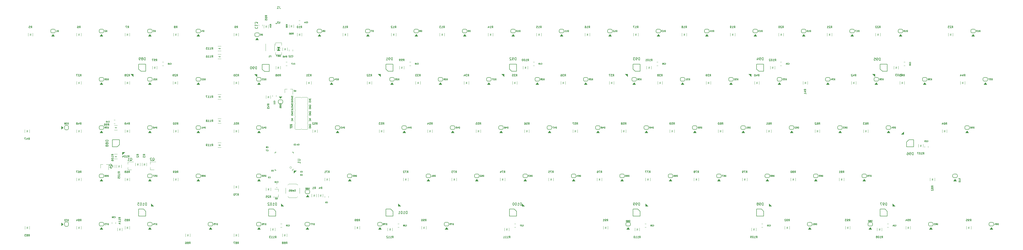
<source format=gbo>
%TF.GenerationSoftware,KiCad,Pcbnew,(5.99.0-2281-g2f31bf278)*%
%TF.CreationDate,2020-08-06T03:29:56-04:00*%
%TF.ProjectId,Sinister,53696e69-7374-4657-922e-6b696361645f,rev?*%
%TF.SameCoordinates,Original*%
%TF.FileFunction,Legend,Bot*%
%TF.FilePolarity,Positive*%
%FSLAX46Y46*%
G04 Gerber Fmt 4.6, Leading zero omitted, Abs format (unit mm)*
G04 Created by KiCad (PCBNEW (5.99.0-2281-g2f31bf278)) date 2020-08-06 03:29:56*
%MOMM*%
%LPD*%
G01*
G04 APERTURE LIST*
%ADD10C,0.190500*%
%ADD11C,0.127000*%
%ADD12C,0.150000*%
%ADD13C,0.100000*%
%ADD14C,0.120000*%
%ADD15C,0.400000*%
%ADD16C,0.200000*%
%ADD17C,0.101600*%
G04 APERTURE END LIST*
D10*
%TO.C,R110*%
X410907914Y-109997014D02*
X411161914Y-109634157D01*
X411343342Y-109997014D02*
X411343342Y-109235014D01*
X411053057Y-109235014D01*
X410980485Y-109271300D01*
X410944200Y-109307585D01*
X410907914Y-109380157D01*
X410907914Y-109489014D01*
X410944200Y-109561585D01*
X410980485Y-109597871D01*
X411053057Y-109634157D01*
X411343342Y-109634157D01*
X410182200Y-109997014D02*
X410617628Y-109997014D01*
X410399914Y-109997014D02*
X410399914Y-109235014D01*
X410472485Y-109343871D01*
X410545057Y-109416442D01*
X410617628Y-109452728D01*
X409456485Y-109997014D02*
X409891914Y-109997014D01*
X409674200Y-109997014D02*
X409674200Y-109235014D01*
X409746771Y-109343871D01*
X409819342Y-109416442D01*
X409891914Y-109452728D01*
X408984771Y-109235014D02*
X408912200Y-109235014D01*
X408839628Y-109271300D01*
X408803342Y-109307585D01*
X408767057Y-109380157D01*
X408730771Y-109525300D01*
X408730771Y-109706728D01*
X408767057Y-109851871D01*
X408803342Y-109924442D01*
X408839628Y-109960728D01*
X408912200Y-109997014D01*
X408984771Y-109997014D01*
X409057342Y-109960728D01*
X409093628Y-109924442D01*
X409129914Y-109851871D01*
X409166200Y-109706728D01*
X409166200Y-109525300D01*
X409129914Y-109380157D01*
X409093628Y-109307585D01*
X409057342Y-109271300D01*
X408984771Y-109235014D01*
%TO.C,R119*%
X242697163Y-73687214D02*
X242951163Y-73324357D01*
X243132591Y-73687214D02*
X243132591Y-72925214D01*
X242842306Y-72925214D01*
X242769734Y-72961500D01*
X242733449Y-72997785D01*
X242697163Y-73070357D01*
X242697163Y-73179214D01*
X242733449Y-73251785D01*
X242769734Y-73288071D01*
X242842306Y-73324357D01*
X243132591Y-73324357D01*
X241971449Y-73687214D02*
X242406877Y-73687214D01*
X242189163Y-73687214D02*
X242189163Y-72925214D01*
X242261734Y-73034071D01*
X242334306Y-73106642D01*
X242406877Y-73142928D01*
X241245734Y-73687214D02*
X241681163Y-73687214D01*
X241463449Y-73687214D02*
X241463449Y-72925214D01*
X241536020Y-73034071D01*
X241608591Y-73106642D01*
X241681163Y-73142928D01*
X240882877Y-73687214D02*
X240737734Y-73687214D01*
X240665163Y-73650928D01*
X240628877Y-73614642D01*
X240556306Y-73505785D01*
X240520020Y-73360642D01*
X240520020Y-73070357D01*
X240556306Y-72997785D01*
X240592591Y-72961500D01*
X240665163Y-72925214D01*
X240810306Y-72925214D01*
X240882877Y-72961500D01*
X240919163Y-72997785D01*
X240955449Y-73070357D01*
X240955449Y-73251785D01*
X240919163Y-73324357D01*
X240882877Y-73360642D01*
X240810306Y-73396928D01*
X240665163Y-73396928D01*
X240592591Y-73360642D01*
X240556306Y-73324357D01*
X240520020Y-73251785D01*
%TO.C,R118*%
X242697163Y-64162214D02*
X242951163Y-63799357D01*
X243132591Y-64162214D02*
X243132591Y-63400214D01*
X242842306Y-63400214D01*
X242769734Y-63436500D01*
X242733449Y-63472785D01*
X242697163Y-63545357D01*
X242697163Y-63654214D01*
X242733449Y-63726785D01*
X242769734Y-63763071D01*
X242842306Y-63799357D01*
X243132591Y-63799357D01*
X241971449Y-64162214D02*
X242406877Y-64162214D01*
X242189163Y-64162214D02*
X242189163Y-63400214D01*
X242261734Y-63509071D01*
X242334306Y-63581642D01*
X242406877Y-63617928D01*
X241245734Y-64162214D02*
X241681163Y-64162214D01*
X241463449Y-64162214D02*
X241463449Y-63400214D01*
X241536020Y-63509071D01*
X241608591Y-63581642D01*
X241681163Y-63617928D01*
X240810306Y-63726785D02*
X240882877Y-63690500D01*
X240919163Y-63654214D01*
X240955449Y-63581642D01*
X240955449Y-63545357D01*
X240919163Y-63472785D01*
X240882877Y-63436500D01*
X240810306Y-63400214D01*
X240665163Y-63400214D01*
X240592591Y-63436500D01*
X240556306Y-63472785D01*
X240520020Y-63545357D01*
X240520020Y-63581642D01*
X240556306Y-63654214D01*
X240592591Y-63690500D01*
X240665163Y-63726785D01*
X240810306Y-63726785D01*
X240882877Y-63763071D01*
X240919163Y-63799357D01*
X240955449Y-63871928D01*
X240955449Y-64017071D01*
X240919163Y-64089642D01*
X240882877Y-64125928D01*
X240810306Y-64162214D01*
X240665163Y-64162214D01*
X240592591Y-64125928D01*
X240556306Y-64089642D01*
X240520020Y-64017071D01*
X240520020Y-63871928D01*
X240556306Y-63799357D01*
X240592591Y-63763071D01*
X240665163Y-63726785D01*
%TO.C,R117*%
X242697163Y-54637214D02*
X242951163Y-54274357D01*
X243132591Y-54637214D02*
X243132591Y-53875214D01*
X242842306Y-53875214D01*
X242769734Y-53911500D01*
X242733449Y-53947785D01*
X242697163Y-54020357D01*
X242697163Y-54129214D01*
X242733449Y-54201785D01*
X242769734Y-54238071D01*
X242842306Y-54274357D01*
X243132591Y-54274357D01*
X241971449Y-54637214D02*
X242406877Y-54637214D01*
X242189163Y-54637214D02*
X242189163Y-53875214D01*
X242261734Y-53984071D01*
X242334306Y-54056642D01*
X242406877Y-54092928D01*
X241245734Y-54637214D02*
X241681163Y-54637214D01*
X241463449Y-54637214D02*
X241463449Y-53875214D01*
X241536020Y-53984071D01*
X241608591Y-54056642D01*
X241681163Y-54092928D01*
X240991734Y-53875214D02*
X240483734Y-53875214D01*
X240810306Y-54637214D01*
%TO.C,R116*%
X242697163Y-38762214D02*
X242951163Y-38399357D01*
X243132591Y-38762214D02*
X243132591Y-38000214D01*
X242842306Y-38000214D01*
X242769734Y-38036500D01*
X242733449Y-38072785D01*
X242697163Y-38145357D01*
X242697163Y-38254214D01*
X242733449Y-38326785D01*
X242769734Y-38363071D01*
X242842306Y-38399357D01*
X243132591Y-38399357D01*
X241971449Y-38762214D02*
X242406877Y-38762214D01*
X242189163Y-38762214D02*
X242189163Y-38000214D01*
X242261734Y-38109071D01*
X242334306Y-38181642D01*
X242406877Y-38217928D01*
X241245734Y-38762214D02*
X241681163Y-38762214D01*
X241463449Y-38762214D02*
X241463449Y-38000214D01*
X241536020Y-38109071D01*
X241608591Y-38181642D01*
X241681163Y-38217928D01*
X240592591Y-38000214D02*
X240737734Y-38000214D01*
X240810306Y-38036500D01*
X240846591Y-38072785D01*
X240919163Y-38181642D01*
X240955449Y-38326785D01*
X240955449Y-38617071D01*
X240919163Y-38689642D01*
X240882877Y-38725928D01*
X240810306Y-38762214D01*
X240665163Y-38762214D01*
X240592591Y-38725928D01*
X240556306Y-38689642D01*
X240520020Y-38617071D01*
X240520020Y-38435642D01*
X240556306Y-38363071D01*
X240592591Y-38326785D01*
X240665163Y-38290500D01*
X240810306Y-38290500D01*
X240882877Y-38326785D01*
X240919163Y-38363071D01*
X240955449Y-38435642D01*
%TO.C,R115*%
X242697163Y-35587214D02*
X242951163Y-35224357D01*
X243132591Y-35587214D02*
X243132591Y-34825214D01*
X242842306Y-34825214D01*
X242769734Y-34861500D01*
X242733449Y-34897785D01*
X242697163Y-34970357D01*
X242697163Y-35079214D01*
X242733449Y-35151785D01*
X242769734Y-35188071D01*
X242842306Y-35224357D01*
X243132591Y-35224357D01*
X241971449Y-35587214D02*
X242406877Y-35587214D01*
X242189163Y-35587214D02*
X242189163Y-34825214D01*
X242261734Y-34934071D01*
X242334306Y-35006642D01*
X242406877Y-35042928D01*
X241245734Y-35587214D02*
X241681163Y-35587214D01*
X241463449Y-35587214D02*
X241463449Y-34825214D01*
X241536020Y-34934071D01*
X241608591Y-35006642D01*
X241681163Y-35042928D01*
X240556306Y-34825214D02*
X240919163Y-34825214D01*
X240955449Y-35188071D01*
X240919163Y-35151785D01*
X240846591Y-35115500D01*
X240665163Y-35115500D01*
X240592591Y-35151785D01*
X240556306Y-35188071D01*
X240520020Y-35260642D01*
X240520020Y-35442071D01*
X240556306Y-35514642D01*
X240592591Y-35550928D01*
X240665163Y-35587214D01*
X240846591Y-35587214D01*
X240919163Y-35550928D01*
X240955449Y-35514642D01*
D11*
%TO.C,R66*%
X274440813Y-29662361D02*
X274652479Y-29359980D01*
X274803670Y-29662361D02*
X274803670Y-29027361D01*
X274561765Y-29027361D01*
X274501289Y-29057600D01*
X274471051Y-29087838D01*
X274440813Y-29148314D01*
X274440813Y-29239028D01*
X274471051Y-29299504D01*
X274501289Y-29329742D01*
X274561765Y-29359980D01*
X274803670Y-29359980D01*
X273896527Y-29027361D02*
X274017479Y-29027361D01*
X274077956Y-29057600D01*
X274108194Y-29087838D01*
X274168670Y-29178552D01*
X274198908Y-29299504D01*
X274198908Y-29541409D01*
X274168670Y-29601885D01*
X274138432Y-29632123D01*
X274077956Y-29662361D01*
X273957003Y-29662361D01*
X273896527Y-29632123D01*
X273866289Y-29601885D01*
X273836051Y-29541409D01*
X273836051Y-29390219D01*
X273866289Y-29329742D01*
X273896527Y-29299504D01*
X273957003Y-29269266D01*
X274077956Y-29269266D01*
X274138432Y-29299504D01*
X274168670Y-29329742D01*
X274198908Y-29390219D01*
X273291765Y-29027361D02*
X273412718Y-29027361D01*
X273473194Y-29057600D01*
X273503432Y-29087838D01*
X273563908Y-29178552D01*
X273594146Y-29299504D01*
X273594146Y-29541409D01*
X273563908Y-29601885D01*
X273533670Y-29632123D01*
X273473194Y-29662361D01*
X273352241Y-29662361D01*
X273291765Y-29632123D01*
X273261527Y-29601885D01*
X273231289Y-29541409D01*
X273231289Y-29390219D01*
X273261527Y-29329742D01*
X273291765Y-29299504D01*
X273352241Y-29269266D01*
X273473194Y-29269266D01*
X273533670Y-29299504D01*
X273563908Y-29329742D01*
X273594146Y-29390219D01*
D10*
%TO.C,R65*%
X264471313Y-22651142D02*
X264108456Y-22397142D01*
X264471313Y-22215714D02*
X263709313Y-22215714D01*
X263709313Y-22506000D01*
X263745599Y-22578571D01*
X263781884Y-22614857D01*
X263854456Y-22651142D01*
X263963313Y-22651142D01*
X264035884Y-22614857D01*
X264072170Y-22578571D01*
X264108456Y-22506000D01*
X264108456Y-22215714D01*
X263709313Y-23304285D02*
X263709313Y-23159142D01*
X263745599Y-23086571D01*
X263781884Y-23050285D01*
X263890741Y-22977714D01*
X264035884Y-22941428D01*
X264326170Y-22941428D01*
X264398741Y-22977714D01*
X264435027Y-23014000D01*
X264471313Y-23086571D01*
X264471313Y-23231714D01*
X264435027Y-23304285D01*
X264398741Y-23340571D01*
X264326170Y-23376857D01*
X264144741Y-23376857D01*
X264072170Y-23340571D01*
X264035884Y-23304285D01*
X263999599Y-23231714D01*
X263999599Y-23086571D01*
X264035884Y-23014000D01*
X264072170Y-22977714D01*
X264144741Y-22941428D01*
X263709313Y-24066285D02*
X263709313Y-23703428D01*
X264072170Y-23667142D01*
X264035884Y-23703428D01*
X263999599Y-23776000D01*
X263999599Y-23957428D01*
X264035884Y-24030000D01*
X264072170Y-24066285D01*
X264144741Y-24102571D01*
X264326170Y-24102571D01*
X264398741Y-24066285D01*
X264435027Y-24030000D01*
X264471313Y-23957428D01*
X264471313Y-23776000D01*
X264435027Y-23703428D01*
X264398741Y-23667142D01*
D12*
%TO.C,U3*%
X269536742Y-24703127D02*
X269536742Y-25188841D01*
X269508171Y-25245984D01*
X269479600Y-25274556D01*
X269422457Y-25303127D01*
X269308171Y-25303127D01*
X269251028Y-25274556D01*
X269222457Y-25245984D01*
X269193885Y-25188841D01*
X269193885Y-24703127D01*
X268965314Y-24703127D02*
X268593885Y-24703127D01*
X268793885Y-24931699D01*
X268708171Y-24931699D01*
X268651028Y-24960270D01*
X268622457Y-24988841D01*
X268593885Y-25045984D01*
X268593885Y-25188841D01*
X268622457Y-25245984D01*
X268651028Y-25274556D01*
X268708171Y-25303127D01*
X268879600Y-25303127D01*
X268936742Y-25274556D01*
X268965314Y-25245984D01*
D11*
%TO.C,U2*%
X275872241Y-51716807D02*
X275872241Y-52128045D01*
X275848051Y-52176426D01*
X275823860Y-52200617D01*
X275775479Y-52224807D01*
X275678717Y-52224807D01*
X275630336Y-52200617D01*
X275606146Y-52176426D01*
X275581955Y-52128045D01*
X275581955Y-51716807D01*
X275364241Y-51765188D02*
X275340051Y-51740998D01*
X275291670Y-51716807D01*
X275170717Y-51716807D01*
X275122336Y-51740998D01*
X275098146Y-51765188D01*
X275073955Y-51813569D01*
X275073955Y-51861950D01*
X275098146Y-51934521D01*
X275388432Y-52224807D01*
X275073955Y-52224807D01*
D12*
%TO.C,U1*%
X276551174Y-78951293D02*
X277360698Y-78951293D01*
X277455936Y-78998912D01*
X277503555Y-79046531D01*
X277551174Y-79141769D01*
X277551174Y-79332245D01*
X277503555Y-79427483D01*
X277455936Y-79475102D01*
X277360698Y-79522721D01*
X276551174Y-79522721D01*
X277551174Y-80522721D02*
X277551174Y-79951293D01*
X277551174Y-80237007D02*
X276551174Y-80237007D01*
X276694032Y-80141769D01*
X276789270Y-80046531D01*
X276836889Y-79951293D01*
%TO.C,SW85*%
X275700058Y-91638931D02*
X275600058Y-91672264D01*
X275433392Y-91672264D01*
X275366725Y-91638931D01*
X275333392Y-91605598D01*
X275300058Y-91538931D01*
X275300058Y-91472264D01*
X275333392Y-91405598D01*
X275366725Y-91372264D01*
X275433392Y-91338931D01*
X275566725Y-91305598D01*
X275633392Y-91272264D01*
X275666725Y-91238931D01*
X275700058Y-91172264D01*
X275700058Y-91105598D01*
X275666725Y-91038931D01*
X275633392Y-91005598D01*
X275566725Y-90972264D01*
X275400058Y-90972264D01*
X275300058Y-91005598D01*
X275066725Y-90972264D02*
X274900058Y-91672264D01*
X274766725Y-91172264D01*
X274633392Y-91672264D01*
X274466725Y-90972264D01*
X274100058Y-91272264D02*
X274166725Y-91238931D01*
X274200058Y-91205598D01*
X274233392Y-91138931D01*
X274233392Y-91105598D01*
X274200058Y-91038931D01*
X274166725Y-91005598D01*
X274100058Y-90972264D01*
X273966725Y-90972264D01*
X273900058Y-91005598D01*
X273866725Y-91038931D01*
X273833392Y-91105598D01*
X273833392Y-91138931D01*
X273866725Y-91205598D01*
X273900058Y-91238931D01*
X273966725Y-91272264D01*
X274100058Y-91272264D01*
X274166725Y-91305598D01*
X274200058Y-91338931D01*
X274233392Y-91405598D01*
X274233392Y-91538931D01*
X274200058Y-91605598D01*
X274166725Y-91638931D01*
X274100058Y-91672264D01*
X273966725Y-91672264D01*
X273900058Y-91638931D01*
X273866725Y-91605598D01*
X273833392Y-91538931D01*
X273833392Y-91405598D01*
X273866725Y-91338931D01*
X273900058Y-91305598D01*
X273966725Y-91272264D01*
X273200058Y-90972264D02*
X273533392Y-90972264D01*
X273566725Y-91305598D01*
X273533392Y-91272264D01*
X273466725Y-91238931D01*
X273300058Y-91238931D01*
X273233392Y-91272264D01*
X273200058Y-91305598D01*
X273166725Y-91372264D01*
X273166725Y-91538931D01*
X273200058Y-91605598D01*
X273233392Y-91638931D01*
X273300058Y-91672264D01*
X273466725Y-91672264D01*
X273533392Y-91638931D01*
X273566725Y-91605598D01*
D10*
%TO.C,R114*%
X206872114Y-102310985D02*
X206509257Y-102056985D01*
X206872114Y-101875557D02*
X206110114Y-101875557D01*
X206110114Y-102165842D01*
X206146400Y-102238414D01*
X206182685Y-102274700D01*
X206255257Y-102310985D01*
X206364114Y-102310985D01*
X206436685Y-102274700D01*
X206472971Y-102238414D01*
X206509257Y-102165842D01*
X206509257Y-101875557D01*
X206872114Y-103036700D02*
X206872114Y-102601271D01*
X206872114Y-102818985D02*
X206110114Y-102818985D01*
X206218971Y-102746414D01*
X206291542Y-102673842D01*
X206327828Y-102601271D01*
X206872114Y-103762414D02*
X206872114Y-103326985D01*
X206872114Y-103544700D02*
X206110114Y-103544700D01*
X206218971Y-103472128D01*
X206291542Y-103399557D01*
X206327828Y-103326985D01*
X206364114Y-104415557D02*
X206872114Y-104415557D01*
X206073828Y-104234128D02*
X206618114Y-104052700D01*
X206618114Y-104524414D01*
%TO.C,R113*%
X267603514Y-109996514D02*
X267857514Y-109633657D01*
X268038942Y-109996514D02*
X268038942Y-109234514D01*
X267748657Y-109234514D01*
X267676085Y-109270800D01*
X267639800Y-109307085D01*
X267603514Y-109379657D01*
X267603514Y-109488514D01*
X267639800Y-109561085D01*
X267676085Y-109597371D01*
X267748657Y-109633657D01*
X268038942Y-109633657D01*
X266877800Y-109996514D02*
X267313228Y-109996514D01*
X267095514Y-109996514D02*
X267095514Y-109234514D01*
X267168085Y-109343371D01*
X267240657Y-109415942D01*
X267313228Y-109452228D01*
X266152085Y-109996514D02*
X266587514Y-109996514D01*
X266369800Y-109996514D02*
X266369800Y-109234514D01*
X266442371Y-109343371D01*
X266514942Y-109415942D01*
X266587514Y-109452228D01*
X265898085Y-109234514D02*
X265426371Y-109234514D01*
X265680371Y-109524800D01*
X265571514Y-109524800D01*
X265498942Y-109561085D01*
X265462657Y-109597371D01*
X265426371Y-109669942D01*
X265426371Y-109851371D01*
X265462657Y-109923942D01*
X265498942Y-109960228D01*
X265571514Y-109996514D01*
X265789228Y-109996514D01*
X265861800Y-109960228D01*
X265898085Y-109923942D01*
%TO.C,R112*%
X313679114Y-109971114D02*
X313933114Y-109608257D01*
X314114542Y-109971114D02*
X314114542Y-109209114D01*
X313824257Y-109209114D01*
X313751685Y-109245400D01*
X313715400Y-109281685D01*
X313679114Y-109354257D01*
X313679114Y-109463114D01*
X313715400Y-109535685D01*
X313751685Y-109571971D01*
X313824257Y-109608257D01*
X314114542Y-109608257D01*
X312953400Y-109971114D02*
X313388828Y-109971114D01*
X313171114Y-109971114D02*
X313171114Y-109209114D01*
X313243685Y-109317971D01*
X313316257Y-109390542D01*
X313388828Y-109426828D01*
X312227685Y-109971114D02*
X312663114Y-109971114D01*
X312445400Y-109971114D02*
X312445400Y-109209114D01*
X312517971Y-109317971D01*
X312590542Y-109390542D01*
X312663114Y-109426828D01*
X311937400Y-109281685D02*
X311901114Y-109245400D01*
X311828542Y-109209114D01*
X311647114Y-109209114D01*
X311574542Y-109245400D01*
X311538257Y-109281685D01*
X311501971Y-109354257D01*
X311501971Y-109426828D01*
X311538257Y-109535685D01*
X311973685Y-109971114D01*
X311501971Y-109971114D01*
%TO.C,R111*%
X359627714Y-109971114D02*
X359881714Y-109608257D01*
X360063142Y-109971114D02*
X360063142Y-109209114D01*
X359772857Y-109209114D01*
X359700285Y-109245400D01*
X359664000Y-109281685D01*
X359627714Y-109354257D01*
X359627714Y-109463114D01*
X359664000Y-109535685D01*
X359700285Y-109571971D01*
X359772857Y-109608257D01*
X360063142Y-109608257D01*
X358902000Y-109971114D02*
X359337428Y-109971114D01*
X359119714Y-109971114D02*
X359119714Y-109209114D01*
X359192285Y-109317971D01*
X359264857Y-109390542D01*
X359337428Y-109426828D01*
X358176285Y-109971114D02*
X358611714Y-109971114D01*
X358394000Y-109971114D02*
X358394000Y-109209114D01*
X358466571Y-109317971D01*
X358539142Y-109390542D01*
X358611714Y-109426828D01*
X357450571Y-109971114D02*
X357886000Y-109971114D01*
X357668285Y-109971114D02*
X357668285Y-109209114D01*
X357740857Y-109317971D01*
X357813428Y-109390542D01*
X357886000Y-109426828D01*
%TO.C,R109*%
X456833512Y-109971114D02*
X457087512Y-109608257D01*
X457268940Y-109971114D02*
X457268940Y-109209114D01*
X456978655Y-109209114D01*
X456906083Y-109245400D01*
X456869798Y-109281685D01*
X456833512Y-109354257D01*
X456833512Y-109463114D01*
X456869798Y-109535685D01*
X456906083Y-109571971D01*
X456978655Y-109608257D01*
X457268940Y-109608257D01*
X456107798Y-109971114D02*
X456543226Y-109971114D01*
X456325512Y-109971114D02*
X456325512Y-109209114D01*
X456398083Y-109317971D01*
X456470655Y-109390542D01*
X456543226Y-109426828D01*
X455636083Y-109209114D02*
X455563512Y-109209114D01*
X455490940Y-109245400D01*
X455454655Y-109281685D01*
X455418369Y-109354257D01*
X455382083Y-109499400D01*
X455382083Y-109680828D01*
X455418369Y-109825971D01*
X455454655Y-109898542D01*
X455490940Y-109934828D01*
X455563512Y-109971114D01*
X455636083Y-109971114D01*
X455708655Y-109934828D01*
X455744940Y-109898542D01*
X455781226Y-109825971D01*
X455817512Y-109680828D01*
X455817512Y-109499400D01*
X455781226Y-109354257D01*
X455744940Y-109281685D01*
X455708655Y-109245400D01*
X455636083Y-109209114D01*
X455019226Y-109971114D02*
X454874083Y-109971114D01*
X454801512Y-109934828D01*
X454765226Y-109898542D01*
X454692655Y-109789685D01*
X454656369Y-109644542D01*
X454656369Y-109354257D01*
X454692655Y-109281685D01*
X454728940Y-109245400D01*
X454801512Y-109209114D01*
X454946655Y-109209114D01*
X455019226Y-109245400D01*
X455055512Y-109281685D01*
X455091798Y-109354257D01*
X455091798Y-109535685D01*
X455055512Y-109608257D01*
X455019226Y-109644542D01*
X454946655Y-109680828D01*
X454801512Y-109680828D01*
X454728940Y-109644542D01*
X454692655Y-109608257D01*
X454656369Y-109535685D01*
%TO.C,R108*%
X506236514Y-109971114D02*
X506490514Y-109608257D01*
X506671942Y-109971114D02*
X506671942Y-109209114D01*
X506381657Y-109209114D01*
X506309085Y-109245400D01*
X506272800Y-109281685D01*
X506236514Y-109354257D01*
X506236514Y-109463114D01*
X506272800Y-109535685D01*
X506309085Y-109571971D01*
X506381657Y-109608257D01*
X506671942Y-109608257D01*
X505510800Y-109971114D02*
X505946228Y-109971114D01*
X505728514Y-109971114D02*
X505728514Y-109209114D01*
X505801085Y-109317971D01*
X505873657Y-109390542D01*
X505946228Y-109426828D01*
X505039085Y-109209114D02*
X504966514Y-109209114D01*
X504893942Y-109245400D01*
X504857657Y-109281685D01*
X504821371Y-109354257D01*
X504785085Y-109499400D01*
X504785085Y-109680828D01*
X504821371Y-109825971D01*
X504857657Y-109898542D01*
X504893942Y-109934828D01*
X504966514Y-109971114D01*
X505039085Y-109971114D01*
X505111657Y-109934828D01*
X505147942Y-109898542D01*
X505184228Y-109825971D01*
X505220514Y-109680828D01*
X505220514Y-109499400D01*
X505184228Y-109354257D01*
X505147942Y-109281685D01*
X505111657Y-109245400D01*
X505039085Y-109209114D01*
X504349657Y-109535685D02*
X504422228Y-109499400D01*
X504458514Y-109463114D01*
X504494800Y-109390542D01*
X504494800Y-109354257D01*
X504458514Y-109281685D01*
X504422228Y-109245400D01*
X504349657Y-109209114D01*
X504204514Y-109209114D01*
X504131942Y-109245400D01*
X504095657Y-109281685D01*
X504059371Y-109354257D01*
X504059371Y-109390542D01*
X504095657Y-109463114D01*
X504131942Y-109499400D01*
X504204514Y-109535685D01*
X504349657Y-109535685D01*
X504422228Y-109571971D01*
X504458514Y-109608257D01*
X504494800Y-109680828D01*
X504494800Y-109825971D01*
X504458514Y-109898542D01*
X504422228Y-109934828D01*
X504349657Y-109971114D01*
X504204514Y-109971114D01*
X504131942Y-109934828D01*
X504095657Y-109898542D01*
X504059371Y-109825971D01*
X504059371Y-109680828D01*
X504095657Y-109608257D01*
X504131942Y-109571971D01*
X504204514Y-109535685D01*
%TO.C,R107*%
X522467114Y-76976514D02*
X522721114Y-76613657D01*
X522902542Y-76976514D02*
X522902542Y-76214514D01*
X522612257Y-76214514D01*
X522539685Y-76250800D01*
X522503400Y-76287085D01*
X522467114Y-76359657D01*
X522467114Y-76468514D01*
X522503400Y-76541085D01*
X522539685Y-76577371D01*
X522612257Y-76613657D01*
X522902542Y-76613657D01*
X521741400Y-76976514D02*
X522176828Y-76976514D01*
X521959114Y-76976514D02*
X521959114Y-76214514D01*
X522031685Y-76323371D01*
X522104257Y-76395942D01*
X522176828Y-76432228D01*
X521269685Y-76214514D02*
X521197114Y-76214514D01*
X521124542Y-76250800D01*
X521088257Y-76287085D01*
X521051971Y-76359657D01*
X521015685Y-76504800D01*
X521015685Y-76686228D01*
X521051971Y-76831371D01*
X521088257Y-76903942D01*
X521124542Y-76940228D01*
X521197114Y-76976514D01*
X521269685Y-76976514D01*
X521342257Y-76940228D01*
X521378542Y-76903942D01*
X521414828Y-76831371D01*
X521451114Y-76686228D01*
X521451114Y-76504800D01*
X521414828Y-76359657D01*
X521378542Y-76287085D01*
X521342257Y-76250800D01*
X521269685Y-76214514D01*
X520761685Y-76214514D02*
X520253685Y-76214514D01*
X520580257Y-76976514D01*
%TO.C,R106*%
X204027314Y-77444385D02*
X203664457Y-77190385D01*
X204027314Y-77008957D02*
X203265314Y-77008957D01*
X203265314Y-77299242D01*
X203301600Y-77371814D01*
X203337885Y-77408100D01*
X203410457Y-77444385D01*
X203519314Y-77444385D01*
X203591885Y-77408100D01*
X203628171Y-77371814D01*
X203664457Y-77299242D01*
X203664457Y-77008957D01*
X204027314Y-78170100D02*
X204027314Y-77734671D01*
X204027314Y-77952385D02*
X203265314Y-77952385D01*
X203374171Y-77879814D01*
X203446742Y-77807242D01*
X203483028Y-77734671D01*
X203265314Y-78641814D02*
X203265314Y-78714385D01*
X203301600Y-78786957D01*
X203337885Y-78823242D01*
X203410457Y-78859528D01*
X203555600Y-78895814D01*
X203737028Y-78895814D01*
X203882171Y-78859528D01*
X203954742Y-78823242D01*
X203991028Y-78786957D01*
X204027314Y-78714385D01*
X204027314Y-78641814D01*
X203991028Y-78569242D01*
X203954742Y-78532957D01*
X203882171Y-78496671D01*
X203737028Y-78460385D01*
X203555600Y-78460385D01*
X203410457Y-78496671D01*
X203337885Y-78532957D01*
X203301600Y-78569242D01*
X203265314Y-78641814D01*
X203265314Y-79548957D02*
X203265314Y-79403814D01*
X203301600Y-79331242D01*
X203337885Y-79294957D01*
X203446742Y-79222385D01*
X203591885Y-79186100D01*
X203882171Y-79186100D01*
X203954742Y-79222385D01*
X203991028Y-79258671D01*
X204027314Y-79331242D01*
X204027314Y-79476385D01*
X203991028Y-79548957D01*
X203954742Y-79585242D01*
X203882171Y-79621528D01*
X203700742Y-79621528D01*
X203628171Y-79585242D01*
X203591885Y-79548957D01*
X203555600Y-79476385D01*
X203555600Y-79331242D01*
X203591885Y-79258671D01*
X203628171Y-79222385D01*
X203700742Y-79186100D01*
%TO.C,R105*%
X206567314Y-84302385D02*
X206204457Y-84048385D01*
X206567314Y-83866957D02*
X205805314Y-83866957D01*
X205805314Y-84157242D01*
X205841600Y-84229814D01*
X205877885Y-84266100D01*
X205950457Y-84302385D01*
X206059314Y-84302385D01*
X206131885Y-84266100D01*
X206168171Y-84229814D01*
X206204457Y-84157242D01*
X206204457Y-83866957D01*
X206567314Y-85028100D02*
X206567314Y-84592671D01*
X206567314Y-84810385D02*
X205805314Y-84810385D01*
X205914171Y-84737814D01*
X205986742Y-84665242D01*
X206023028Y-84592671D01*
X205805314Y-85499814D02*
X205805314Y-85572385D01*
X205841600Y-85644957D01*
X205877885Y-85681242D01*
X205950457Y-85717528D01*
X206095600Y-85753814D01*
X206277028Y-85753814D01*
X206422171Y-85717528D01*
X206494742Y-85681242D01*
X206531028Y-85644957D01*
X206567314Y-85572385D01*
X206567314Y-85499814D01*
X206531028Y-85427242D01*
X206494742Y-85390957D01*
X206422171Y-85354671D01*
X206277028Y-85318385D01*
X206095600Y-85318385D01*
X205950457Y-85354671D01*
X205877885Y-85390957D01*
X205841600Y-85427242D01*
X205805314Y-85499814D01*
X205805314Y-86443242D02*
X205805314Y-86080385D01*
X206168171Y-86044100D01*
X206131885Y-86080385D01*
X206095600Y-86152957D01*
X206095600Y-86334385D01*
X206131885Y-86406957D01*
X206168171Y-86443242D01*
X206240742Y-86479528D01*
X206422171Y-86479528D01*
X206494742Y-86443242D01*
X206531028Y-86406957D01*
X206567314Y-86334385D01*
X206567314Y-86152957D01*
X206531028Y-86080385D01*
X206494742Y-86044100D01*
%TO.C,R104*%
X209793114Y-78195714D02*
X210047114Y-77832857D01*
X210228542Y-78195714D02*
X210228542Y-77433714D01*
X209938257Y-77433714D01*
X209865685Y-77470000D01*
X209829400Y-77506285D01*
X209793114Y-77578857D01*
X209793114Y-77687714D01*
X209829400Y-77760285D01*
X209865685Y-77796571D01*
X209938257Y-77832857D01*
X210228542Y-77832857D01*
X209067400Y-78195714D02*
X209502828Y-78195714D01*
X209285114Y-78195714D02*
X209285114Y-77433714D01*
X209357685Y-77542571D01*
X209430257Y-77615142D01*
X209502828Y-77651428D01*
X208595685Y-77433714D02*
X208523114Y-77433714D01*
X208450542Y-77470000D01*
X208414257Y-77506285D01*
X208377971Y-77578857D01*
X208341685Y-77724000D01*
X208341685Y-77905428D01*
X208377971Y-78050571D01*
X208414257Y-78123142D01*
X208450542Y-78159428D01*
X208523114Y-78195714D01*
X208595685Y-78195714D01*
X208668257Y-78159428D01*
X208704542Y-78123142D01*
X208740828Y-78050571D01*
X208777114Y-77905428D01*
X208777114Y-77724000D01*
X208740828Y-77578857D01*
X208704542Y-77506285D01*
X208668257Y-77470000D01*
X208595685Y-77433714D01*
X207688542Y-77687714D02*
X207688542Y-78195714D01*
X207869971Y-77397428D02*
X208051400Y-77941714D01*
X207579685Y-77941714D01*
%TO.C,R103*%
X513932714Y-46064714D02*
X514186714Y-45701857D01*
X514368142Y-46064714D02*
X514368142Y-45302714D01*
X514077857Y-45302714D01*
X514005285Y-45339000D01*
X513969000Y-45375285D01*
X513932714Y-45447857D01*
X513932714Y-45556714D01*
X513969000Y-45629285D01*
X514005285Y-45665571D01*
X514077857Y-45701857D01*
X514368142Y-45701857D01*
X513207000Y-46064714D02*
X513642428Y-46064714D01*
X513424714Y-46064714D02*
X513424714Y-45302714D01*
X513497285Y-45411571D01*
X513569857Y-45484142D01*
X513642428Y-45520428D01*
X512735285Y-45302714D02*
X512662714Y-45302714D01*
X512590142Y-45339000D01*
X512553857Y-45375285D01*
X512517571Y-45447857D01*
X512481285Y-45593000D01*
X512481285Y-45774428D01*
X512517571Y-45919571D01*
X512553857Y-45992142D01*
X512590142Y-46028428D01*
X512662714Y-46064714D01*
X512735285Y-46064714D01*
X512807857Y-46028428D01*
X512844142Y-45992142D01*
X512880428Y-45919571D01*
X512916714Y-45774428D01*
X512916714Y-45593000D01*
X512880428Y-45447857D01*
X512844142Y-45375285D01*
X512807857Y-45339000D01*
X512735285Y-45302714D01*
X512227285Y-45302714D02*
X511755571Y-45302714D01*
X512009571Y-45593000D01*
X511900714Y-45593000D01*
X511828142Y-45629285D01*
X511791857Y-45665571D01*
X511755571Y-45738142D01*
X511755571Y-45919571D01*
X511791857Y-45992142D01*
X511828142Y-46028428D01*
X511900714Y-46064714D01*
X512118428Y-46064714D01*
X512191000Y-46028428D01*
X512227285Y-45992142D01*
%TO.C,R102*%
X464174114Y-40146514D02*
X464428114Y-39783657D01*
X464609542Y-40146514D02*
X464609542Y-39384514D01*
X464319257Y-39384514D01*
X464246685Y-39420800D01*
X464210400Y-39457085D01*
X464174114Y-39529657D01*
X464174114Y-39638514D01*
X464210400Y-39711085D01*
X464246685Y-39747371D01*
X464319257Y-39783657D01*
X464609542Y-39783657D01*
X463448400Y-40146514D02*
X463883828Y-40146514D01*
X463666114Y-40146514D02*
X463666114Y-39384514D01*
X463738685Y-39493371D01*
X463811257Y-39565942D01*
X463883828Y-39602228D01*
X462976685Y-39384514D02*
X462904114Y-39384514D01*
X462831542Y-39420800D01*
X462795257Y-39457085D01*
X462758971Y-39529657D01*
X462722685Y-39674800D01*
X462722685Y-39856228D01*
X462758971Y-40001371D01*
X462795257Y-40073942D01*
X462831542Y-40110228D01*
X462904114Y-40146514D01*
X462976685Y-40146514D01*
X463049257Y-40110228D01*
X463085542Y-40073942D01*
X463121828Y-40001371D01*
X463158114Y-39856228D01*
X463158114Y-39674800D01*
X463121828Y-39529657D01*
X463085542Y-39457085D01*
X463049257Y-39420800D01*
X462976685Y-39384514D01*
X462432400Y-39457085D02*
X462396114Y-39420800D01*
X462323542Y-39384514D01*
X462142114Y-39384514D01*
X462069542Y-39420800D01*
X462033257Y-39457085D01*
X461996971Y-39529657D01*
X461996971Y-39602228D01*
X462033257Y-39711085D01*
X462468685Y-40146514D01*
X461996971Y-40146514D01*
%TO.C,R101*%
X415558514Y-40146514D02*
X415812514Y-39783657D01*
X415993942Y-40146514D02*
X415993942Y-39384514D01*
X415703657Y-39384514D01*
X415631085Y-39420800D01*
X415594800Y-39457085D01*
X415558514Y-39529657D01*
X415558514Y-39638514D01*
X415594800Y-39711085D01*
X415631085Y-39747371D01*
X415703657Y-39783657D01*
X415993942Y-39783657D01*
X414832800Y-40146514D02*
X415268228Y-40146514D01*
X415050514Y-40146514D02*
X415050514Y-39384514D01*
X415123085Y-39493371D01*
X415195657Y-39565942D01*
X415268228Y-39602228D01*
X414361085Y-39384514D02*
X414288514Y-39384514D01*
X414215942Y-39420800D01*
X414179657Y-39457085D01*
X414143371Y-39529657D01*
X414107085Y-39674800D01*
X414107085Y-39856228D01*
X414143371Y-40001371D01*
X414179657Y-40073942D01*
X414215942Y-40110228D01*
X414288514Y-40146514D01*
X414361085Y-40146514D01*
X414433657Y-40110228D01*
X414469942Y-40073942D01*
X414506228Y-40001371D01*
X414542514Y-39856228D01*
X414542514Y-39674800D01*
X414506228Y-39529657D01*
X414469942Y-39457085D01*
X414433657Y-39420800D01*
X414361085Y-39384514D01*
X413381371Y-40146514D02*
X413816800Y-40146514D01*
X413599085Y-40146514D02*
X413599085Y-39384514D01*
X413671657Y-39493371D01*
X413744228Y-39565942D01*
X413816800Y-39602228D01*
%TO.C,R100*%
X366942914Y-40146514D02*
X367196914Y-39783657D01*
X367378342Y-40146514D02*
X367378342Y-39384514D01*
X367088057Y-39384514D01*
X367015485Y-39420800D01*
X366979200Y-39457085D01*
X366942914Y-39529657D01*
X366942914Y-39638514D01*
X366979200Y-39711085D01*
X367015485Y-39747371D01*
X367088057Y-39783657D01*
X367378342Y-39783657D01*
X366217200Y-40146514D02*
X366652628Y-40146514D01*
X366434914Y-40146514D02*
X366434914Y-39384514D01*
X366507485Y-39493371D01*
X366580057Y-39565942D01*
X366652628Y-39602228D01*
X365745485Y-39384514D02*
X365672914Y-39384514D01*
X365600342Y-39420800D01*
X365564057Y-39457085D01*
X365527771Y-39529657D01*
X365491485Y-39674800D01*
X365491485Y-39856228D01*
X365527771Y-40001371D01*
X365564057Y-40073942D01*
X365600342Y-40110228D01*
X365672914Y-40146514D01*
X365745485Y-40146514D01*
X365818057Y-40110228D01*
X365854342Y-40073942D01*
X365890628Y-40001371D01*
X365926914Y-39856228D01*
X365926914Y-39674800D01*
X365890628Y-39529657D01*
X365854342Y-39457085D01*
X365818057Y-39420800D01*
X365745485Y-39384514D01*
X365019771Y-39384514D02*
X364947200Y-39384514D01*
X364874628Y-39420800D01*
X364838342Y-39457085D01*
X364802057Y-39529657D01*
X364765771Y-39674800D01*
X364765771Y-39856228D01*
X364802057Y-40001371D01*
X364838342Y-40073942D01*
X364874628Y-40110228D01*
X364947200Y-40146514D01*
X365019771Y-40146514D01*
X365092342Y-40110228D01*
X365128628Y-40073942D01*
X365164914Y-40001371D01*
X365201200Y-39856228D01*
X365201200Y-39674800D01*
X365164914Y-39529657D01*
X365128628Y-39457085D01*
X365092342Y-39420800D01*
X365019771Y-39384514D01*
%TO.C,R99*%
X317956456Y-40121114D02*
X318210456Y-39758257D01*
X318391884Y-40121114D02*
X318391884Y-39359114D01*
X318101599Y-39359114D01*
X318029027Y-39395400D01*
X317992741Y-39431685D01*
X317956456Y-39504257D01*
X317956456Y-39613114D01*
X317992741Y-39685685D01*
X318029027Y-39721971D01*
X318101599Y-39758257D01*
X318391884Y-39758257D01*
X317593599Y-40121114D02*
X317448456Y-40121114D01*
X317375884Y-40084828D01*
X317339599Y-40048542D01*
X317267027Y-39939685D01*
X317230741Y-39794542D01*
X317230741Y-39504257D01*
X317267027Y-39431685D01*
X317303313Y-39395400D01*
X317375884Y-39359114D01*
X317521027Y-39359114D01*
X317593599Y-39395400D01*
X317629884Y-39431685D01*
X317666170Y-39504257D01*
X317666170Y-39685685D01*
X317629884Y-39758257D01*
X317593599Y-39794542D01*
X317521027Y-39830828D01*
X317375884Y-39830828D01*
X317303313Y-39794542D01*
X317267027Y-39758257D01*
X317230741Y-39685685D01*
X316867884Y-40121114D02*
X316722741Y-40121114D01*
X316650170Y-40084828D01*
X316613884Y-40048542D01*
X316541313Y-39939685D01*
X316505027Y-39794542D01*
X316505027Y-39504257D01*
X316541313Y-39431685D01*
X316577599Y-39395400D01*
X316650170Y-39359114D01*
X316795313Y-39359114D01*
X316867884Y-39395400D01*
X316904170Y-39431685D01*
X316940456Y-39504257D01*
X316940456Y-39685685D01*
X316904170Y-39758257D01*
X316867884Y-39794542D01*
X316795313Y-39830828D01*
X316650170Y-39830828D01*
X316577599Y-39794542D01*
X316541313Y-39758257D01*
X316505027Y-39685685D01*
%TO.C,R98*%
X269348857Y-46191714D02*
X269602857Y-45828857D01*
X269784285Y-46191714D02*
X269784285Y-45429714D01*
X269494000Y-45429714D01*
X269421428Y-45466000D01*
X269385142Y-45502285D01*
X269348857Y-45574857D01*
X269348857Y-45683714D01*
X269385142Y-45756285D01*
X269421428Y-45792571D01*
X269494000Y-45828857D01*
X269784285Y-45828857D01*
X268986000Y-46191714D02*
X268840857Y-46191714D01*
X268768285Y-46155428D01*
X268732000Y-46119142D01*
X268659428Y-46010285D01*
X268623142Y-45865142D01*
X268623142Y-45574857D01*
X268659428Y-45502285D01*
X268695714Y-45466000D01*
X268768285Y-45429714D01*
X268913428Y-45429714D01*
X268986000Y-45466000D01*
X269022285Y-45502285D01*
X269058571Y-45574857D01*
X269058571Y-45756285D01*
X269022285Y-45828857D01*
X268986000Y-45865142D01*
X268913428Y-45901428D01*
X268768285Y-45901428D01*
X268695714Y-45865142D01*
X268659428Y-45828857D01*
X268623142Y-45756285D01*
X268187714Y-45756285D02*
X268260285Y-45720000D01*
X268296571Y-45683714D01*
X268332857Y-45611142D01*
X268332857Y-45574857D01*
X268296571Y-45502285D01*
X268260285Y-45466000D01*
X268187714Y-45429714D01*
X268042571Y-45429714D01*
X267970000Y-45466000D01*
X267933714Y-45502285D01*
X267897428Y-45574857D01*
X267897428Y-45611142D01*
X267933714Y-45683714D01*
X267970000Y-45720000D01*
X268042571Y-45756285D01*
X268187714Y-45756285D01*
X268260285Y-45792571D01*
X268296571Y-45828857D01*
X268332857Y-45901428D01*
X268332857Y-46046571D01*
X268296571Y-46119142D01*
X268260285Y-46155428D01*
X268187714Y-46191714D01*
X268042571Y-46191714D01*
X267970000Y-46155428D01*
X267933714Y-46119142D01*
X267897428Y-46046571D01*
X267897428Y-45901428D01*
X267933714Y-45828857D01*
X267970000Y-45792571D01*
X268042571Y-45756285D01*
%TO.C,R97*%
X220733257Y-40146514D02*
X220987257Y-39783657D01*
X221168685Y-40146514D02*
X221168685Y-39384514D01*
X220878400Y-39384514D01*
X220805828Y-39420800D01*
X220769542Y-39457085D01*
X220733257Y-39529657D01*
X220733257Y-39638514D01*
X220769542Y-39711085D01*
X220805828Y-39747371D01*
X220878400Y-39783657D01*
X221168685Y-39783657D01*
X220370400Y-40146514D02*
X220225257Y-40146514D01*
X220152685Y-40110228D01*
X220116400Y-40073942D01*
X220043828Y-39965085D01*
X220007542Y-39819942D01*
X220007542Y-39529657D01*
X220043828Y-39457085D01*
X220080114Y-39420800D01*
X220152685Y-39384514D01*
X220297828Y-39384514D01*
X220370400Y-39420800D01*
X220406685Y-39457085D01*
X220442971Y-39529657D01*
X220442971Y-39711085D01*
X220406685Y-39783657D01*
X220370400Y-39819942D01*
X220297828Y-39856228D01*
X220152685Y-39856228D01*
X220080114Y-39819942D01*
X220043828Y-39783657D01*
X220007542Y-39711085D01*
X219753542Y-39384514D02*
X219245542Y-39384514D01*
X219572114Y-40146514D01*
%TO.C,R96*%
X201861057Y-65622714D02*
X202115057Y-65259857D01*
X202296485Y-65622714D02*
X202296485Y-64860714D01*
X202006200Y-64860714D01*
X201933628Y-64897000D01*
X201897342Y-64933285D01*
X201861057Y-65005857D01*
X201861057Y-65114714D01*
X201897342Y-65187285D01*
X201933628Y-65223571D01*
X202006200Y-65259857D01*
X202296485Y-65259857D01*
X201498200Y-65622714D02*
X201353057Y-65622714D01*
X201280485Y-65586428D01*
X201244200Y-65550142D01*
X201171628Y-65441285D01*
X201135342Y-65296142D01*
X201135342Y-65005857D01*
X201171628Y-64933285D01*
X201207914Y-64897000D01*
X201280485Y-64860714D01*
X201425628Y-64860714D01*
X201498200Y-64897000D01*
X201534485Y-64933285D01*
X201570771Y-65005857D01*
X201570771Y-65187285D01*
X201534485Y-65259857D01*
X201498200Y-65296142D01*
X201425628Y-65332428D01*
X201280485Y-65332428D01*
X201207914Y-65296142D01*
X201171628Y-65259857D01*
X201135342Y-65187285D01*
X200482200Y-64860714D02*
X200627342Y-64860714D01*
X200699914Y-64897000D01*
X200736200Y-64933285D01*
X200808771Y-65042142D01*
X200845057Y-65187285D01*
X200845057Y-65477571D01*
X200808771Y-65550142D01*
X200772485Y-65586428D01*
X200699914Y-65622714D01*
X200554771Y-65622714D01*
X200482200Y-65586428D01*
X200445914Y-65550142D01*
X200409628Y-65477571D01*
X200409628Y-65296142D01*
X200445914Y-65223571D01*
X200482200Y-65187285D01*
X200554771Y-65151000D01*
X200699914Y-65151000D01*
X200772485Y-65187285D01*
X200808771Y-65223571D01*
X200845057Y-65296142D01*
%TO.C,R95*%
X540974806Y-103329014D02*
X541228806Y-102966157D01*
X541410234Y-103329014D02*
X541410234Y-102567014D01*
X541119949Y-102567014D01*
X541047377Y-102603300D01*
X541011091Y-102639585D01*
X540974806Y-102712157D01*
X540974806Y-102821014D01*
X541011091Y-102893585D01*
X541047377Y-102929871D01*
X541119949Y-102966157D01*
X541410234Y-102966157D01*
X540611949Y-103329014D02*
X540466806Y-103329014D01*
X540394234Y-103292728D01*
X540357949Y-103256442D01*
X540285377Y-103147585D01*
X540249091Y-103002442D01*
X540249091Y-102712157D01*
X540285377Y-102639585D01*
X540321663Y-102603300D01*
X540394234Y-102567014D01*
X540539377Y-102567014D01*
X540611949Y-102603300D01*
X540648234Y-102639585D01*
X540684520Y-102712157D01*
X540684520Y-102893585D01*
X540648234Y-102966157D01*
X540611949Y-103002442D01*
X540539377Y-103038728D01*
X540394234Y-103038728D01*
X540321663Y-103002442D01*
X540285377Y-102966157D01*
X540249091Y-102893585D01*
X539559663Y-102567014D02*
X539922520Y-102567014D01*
X539958806Y-102929871D01*
X539922520Y-102893585D01*
X539849949Y-102857300D01*
X539668520Y-102857300D01*
X539595949Y-102893585D01*
X539559663Y-102929871D01*
X539523377Y-103002442D01*
X539523377Y-103183871D01*
X539559663Y-103256442D01*
X539595949Y-103292728D01*
X539668520Y-103329014D01*
X539849949Y-103329014D01*
X539922520Y-103292728D01*
X539958806Y-103256442D01*
%TO.C,R94*%
X517162306Y-103329014D02*
X517416306Y-102966157D01*
X517597734Y-103329014D02*
X517597734Y-102567014D01*
X517307449Y-102567014D01*
X517234877Y-102603300D01*
X517198591Y-102639585D01*
X517162306Y-102712157D01*
X517162306Y-102821014D01*
X517198591Y-102893585D01*
X517234877Y-102929871D01*
X517307449Y-102966157D01*
X517597734Y-102966157D01*
X516799449Y-103329014D02*
X516654306Y-103329014D01*
X516581734Y-103292728D01*
X516545449Y-103256442D01*
X516472877Y-103147585D01*
X516436591Y-103002442D01*
X516436591Y-102712157D01*
X516472877Y-102639585D01*
X516509163Y-102603300D01*
X516581734Y-102567014D01*
X516726877Y-102567014D01*
X516799449Y-102603300D01*
X516835734Y-102639585D01*
X516872020Y-102712157D01*
X516872020Y-102893585D01*
X516835734Y-102966157D01*
X516799449Y-103002442D01*
X516726877Y-103038728D01*
X516581734Y-103038728D01*
X516509163Y-103002442D01*
X516472877Y-102966157D01*
X516436591Y-102893585D01*
X515783449Y-102821014D02*
X515783449Y-103329014D01*
X515964877Y-102530728D02*
X516146306Y-103075014D01*
X515674591Y-103075014D01*
%TO.C,R93*%
X493349806Y-103329014D02*
X493603806Y-102966157D01*
X493785234Y-103329014D02*
X493785234Y-102567014D01*
X493494949Y-102567014D01*
X493422377Y-102603300D01*
X493386091Y-102639585D01*
X493349806Y-102712157D01*
X493349806Y-102821014D01*
X493386091Y-102893585D01*
X493422377Y-102929871D01*
X493494949Y-102966157D01*
X493785234Y-102966157D01*
X492986949Y-103329014D02*
X492841806Y-103329014D01*
X492769234Y-103292728D01*
X492732949Y-103256442D01*
X492660377Y-103147585D01*
X492624091Y-103002442D01*
X492624091Y-102712157D01*
X492660377Y-102639585D01*
X492696663Y-102603300D01*
X492769234Y-102567014D01*
X492914377Y-102567014D01*
X492986949Y-102603300D01*
X493023234Y-102639585D01*
X493059520Y-102712157D01*
X493059520Y-102893585D01*
X493023234Y-102966157D01*
X492986949Y-103002442D01*
X492914377Y-103038728D01*
X492769234Y-103038728D01*
X492696663Y-103002442D01*
X492660377Y-102966157D01*
X492624091Y-102893585D01*
X492370091Y-102567014D02*
X491898377Y-102567014D01*
X492152377Y-102857300D01*
X492043520Y-102857300D01*
X491970949Y-102893585D01*
X491934663Y-102929871D01*
X491898377Y-103002442D01*
X491898377Y-103183871D01*
X491934663Y-103256442D01*
X491970949Y-103292728D01*
X492043520Y-103329014D01*
X492261234Y-103329014D01*
X492333806Y-103292728D01*
X492370091Y-103256442D01*
%TO.C,R92*%
X469537306Y-103329014D02*
X469791306Y-102966157D01*
X469972734Y-103329014D02*
X469972734Y-102567014D01*
X469682449Y-102567014D01*
X469609877Y-102603300D01*
X469573591Y-102639585D01*
X469537306Y-102712157D01*
X469537306Y-102821014D01*
X469573591Y-102893585D01*
X469609877Y-102929871D01*
X469682449Y-102966157D01*
X469972734Y-102966157D01*
X469174449Y-103329014D02*
X469029306Y-103329014D01*
X468956734Y-103292728D01*
X468920449Y-103256442D01*
X468847877Y-103147585D01*
X468811591Y-103002442D01*
X468811591Y-102712157D01*
X468847877Y-102639585D01*
X468884163Y-102603300D01*
X468956734Y-102567014D01*
X469101877Y-102567014D01*
X469174449Y-102603300D01*
X469210734Y-102639585D01*
X469247020Y-102712157D01*
X469247020Y-102893585D01*
X469210734Y-102966157D01*
X469174449Y-103002442D01*
X469101877Y-103038728D01*
X468956734Y-103038728D01*
X468884163Y-103002442D01*
X468847877Y-102966157D01*
X468811591Y-102893585D01*
X468521306Y-102639585D02*
X468485020Y-102603300D01*
X468412449Y-102567014D01*
X468231020Y-102567014D01*
X468158449Y-102603300D01*
X468122163Y-102639585D01*
X468085877Y-102712157D01*
X468085877Y-102784728D01*
X468122163Y-102893585D01*
X468557591Y-103329014D01*
X468085877Y-103329014D01*
%TO.C,R91*%
X398099806Y-103329014D02*
X398353806Y-102966157D01*
X398535234Y-103329014D02*
X398535234Y-102567014D01*
X398244949Y-102567014D01*
X398172377Y-102603300D01*
X398136091Y-102639585D01*
X398099806Y-102712157D01*
X398099806Y-102821014D01*
X398136091Y-102893585D01*
X398172377Y-102929871D01*
X398244949Y-102966157D01*
X398535234Y-102966157D01*
X397736949Y-103329014D02*
X397591806Y-103329014D01*
X397519234Y-103292728D01*
X397482949Y-103256442D01*
X397410377Y-103147585D01*
X397374091Y-103002442D01*
X397374091Y-102712157D01*
X397410377Y-102639585D01*
X397446663Y-102603300D01*
X397519234Y-102567014D01*
X397664377Y-102567014D01*
X397736949Y-102603300D01*
X397773234Y-102639585D01*
X397809520Y-102712157D01*
X397809520Y-102893585D01*
X397773234Y-102966157D01*
X397736949Y-103002442D01*
X397664377Y-103038728D01*
X397519234Y-103038728D01*
X397446663Y-103002442D01*
X397410377Y-102966157D01*
X397374091Y-102893585D01*
X396648377Y-103329014D02*
X397083806Y-103329014D01*
X396866091Y-103329014D02*
X396866091Y-102567014D01*
X396938663Y-102675871D01*
X397011234Y-102748442D01*
X397083806Y-102784728D01*
%TO.C,R90*%
X326662306Y-103329014D02*
X326916306Y-102966157D01*
X327097734Y-103329014D02*
X327097734Y-102567014D01*
X326807449Y-102567014D01*
X326734877Y-102603300D01*
X326698591Y-102639585D01*
X326662306Y-102712157D01*
X326662306Y-102821014D01*
X326698591Y-102893585D01*
X326734877Y-102929871D01*
X326807449Y-102966157D01*
X327097734Y-102966157D01*
X326299449Y-103329014D02*
X326154306Y-103329014D01*
X326081734Y-103292728D01*
X326045449Y-103256442D01*
X325972877Y-103147585D01*
X325936591Y-103002442D01*
X325936591Y-102712157D01*
X325972877Y-102639585D01*
X326009163Y-102603300D01*
X326081734Y-102567014D01*
X326226877Y-102567014D01*
X326299449Y-102603300D01*
X326335734Y-102639585D01*
X326372020Y-102712157D01*
X326372020Y-102893585D01*
X326335734Y-102966157D01*
X326299449Y-103002442D01*
X326226877Y-103038728D01*
X326081734Y-103038728D01*
X326009163Y-103002442D01*
X325972877Y-102966157D01*
X325936591Y-102893585D01*
X325464877Y-102567014D02*
X325392306Y-102567014D01*
X325319734Y-102603300D01*
X325283449Y-102639585D01*
X325247163Y-102712157D01*
X325210877Y-102857300D01*
X325210877Y-103038728D01*
X325247163Y-103183871D01*
X325283449Y-103256442D01*
X325319734Y-103292728D01*
X325392306Y-103329014D01*
X325464877Y-103329014D01*
X325537449Y-103292728D01*
X325573734Y-103256442D01*
X325610020Y-103183871D01*
X325646306Y-103038728D01*
X325646306Y-102857300D01*
X325610020Y-102712157D01*
X325573734Y-102639585D01*
X325537449Y-102603300D01*
X325464877Y-102567014D01*
%TO.C,R89*%
X300468556Y-103329014D02*
X300722556Y-102966157D01*
X300903984Y-103329014D02*
X300903984Y-102567014D01*
X300613699Y-102567014D01*
X300541127Y-102603300D01*
X300504841Y-102639585D01*
X300468556Y-102712157D01*
X300468556Y-102821014D01*
X300504841Y-102893585D01*
X300541127Y-102929871D01*
X300613699Y-102966157D01*
X300903984Y-102966157D01*
X300033127Y-102893585D02*
X300105699Y-102857300D01*
X300141984Y-102821014D01*
X300178270Y-102748442D01*
X300178270Y-102712157D01*
X300141984Y-102639585D01*
X300105699Y-102603300D01*
X300033127Y-102567014D01*
X299887984Y-102567014D01*
X299815413Y-102603300D01*
X299779127Y-102639585D01*
X299742841Y-102712157D01*
X299742841Y-102748442D01*
X299779127Y-102821014D01*
X299815413Y-102857300D01*
X299887984Y-102893585D01*
X300033127Y-102893585D01*
X300105699Y-102929871D01*
X300141984Y-102966157D01*
X300178270Y-103038728D01*
X300178270Y-103183871D01*
X300141984Y-103256442D01*
X300105699Y-103292728D01*
X300033127Y-103329014D01*
X299887984Y-103329014D01*
X299815413Y-103292728D01*
X299779127Y-103256442D01*
X299742841Y-103183871D01*
X299742841Y-103038728D01*
X299779127Y-102966157D01*
X299815413Y-102929871D01*
X299887984Y-102893585D01*
X299379984Y-103329014D02*
X299234841Y-103329014D01*
X299162270Y-103292728D01*
X299125984Y-103256442D01*
X299053413Y-103147585D01*
X299017127Y-103002442D01*
X299017127Y-102712157D01*
X299053413Y-102639585D01*
X299089699Y-102603300D01*
X299162270Y-102567014D01*
X299307413Y-102567014D01*
X299379984Y-102603300D01*
X299416270Y-102639585D01*
X299452556Y-102712157D01*
X299452556Y-102893585D01*
X299416270Y-102966157D01*
X299379984Y-103002442D01*
X299307413Y-103038728D01*
X299162270Y-103038728D01*
X299089699Y-103002442D01*
X299053413Y-102966157D01*
X299017127Y-102893585D01*
%TO.C,R88*%
X271893556Y-112307914D02*
X272147556Y-111945057D01*
X272328984Y-112307914D02*
X272328984Y-111545914D01*
X272038699Y-111545914D01*
X271966127Y-111582200D01*
X271929841Y-111618485D01*
X271893556Y-111691057D01*
X271893556Y-111799914D01*
X271929841Y-111872485D01*
X271966127Y-111908771D01*
X272038699Y-111945057D01*
X272328984Y-111945057D01*
X271458127Y-111872485D02*
X271530699Y-111836200D01*
X271566984Y-111799914D01*
X271603270Y-111727342D01*
X271603270Y-111691057D01*
X271566984Y-111618485D01*
X271530699Y-111582200D01*
X271458127Y-111545914D01*
X271312984Y-111545914D01*
X271240413Y-111582200D01*
X271204127Y-111618485D01*
X271167841Y-111691057D01*
X271167841Y-111727342D01*
X271204127Y-111799914D01*
X271240413Y-111836200D01*
X271312984Y-111872485D01*
X271458127Y-111872485D01*
X271530699Y-111908771D01*
X271566984Y-111945057D01*
X271603270Y-112017628D01*
X271603270Y-112162771D01*
X271566984Y-112235342D01*
X271530699Y-112271628D01*
X271458127Y-112307914D01*
X271312984Y-112307914D01*
X271240413Y-112271628D01*
X271204127Y-112235342D01*
X271167841Y-112162771D01*
X271167841Y-112017628D01*
X271204127Y-111945057D01*
X271240413Y-111908771D01*
X271312984Y-111872485D01*
X270732413Y-111872485D02*
X270804984Y-111836200D01*
X270841270Y-111799914D01*
X270877556Y-111727342D01*
X270877556Y-111691057D01*
X270841270Y-111618485D01*
X270804984Y-111582200D01*
X270732413Y-111545914D01*
X270587270Y-111545914D01*
X270514699Y-111582200D01*
X270478413Y-111618485D01*
X270442127Y-111691057D01*
X270442127Y-111727342D01*
X270478413Y-111799914D01*
X270514699Y-111836200D01*
X270587270Y-111872485D01*
X270732413Y-111872485D01*
X270804984Y-111908771D01*
X270841270Y-111945057D01*
X270877556Y-112017628D01*
X270877556Y-112162771D01*
X270841270Y-112235342D01*
X270804984Y-112271628D01*
X270732413Y-112307914D01*
X270587270Y-112307914D01*
X270514699Y-112271628D01*
X270478413Y-112235342D01*
X270442127Y-112162771D01*
X270442127Y-112017628D01*
X270478413Y-111945057D01*
X270514699Y-111908771D01*
X270587270Y-111872485D01*
%TO.C,R87*%
X252818156Y-112307914D02*
X253072156Y-111945057D01*
X253253584Y-112307914D02*
X253253584Y-111545914D01*
X252963299Y-111545914D01*
X252890727Y-111582200D01*
X252854441Y-111618485D01*
X252818156Y-111691057D01*
X252818156Y-111799914D01*
X252854441Y-111872485D01*
X252890727Y-111908771D01*
X252963299Y-111945057D01*
X253253584Y-111945057D01*
X252382727Y-111872485D02*
X252455299Y-111836200D01*
X252491584Y-111799914D01*
X252527870Y-111727342D01*
X252527870Y-111691057D01*
X252491584Y-111618485D01*
X252455299Y-111582200D01*
X252382727Y-111545914D01*
X252237584Y-111545914D01*
X252165013Y-111582200D01*
X252128727Y-111618485D01*
X252092441Y-111691057D01*
X252092441Y-111727342D01*
X252128727Y-111799914D01*
X252165013Y-111836200D01*
X252237584Y-111872485D01*
X252382727Y-111872485D01*
X252455299Y-111908771D01*
X252491584Y-111945057D01*
X252527870Y-112017628D01*
X252527870Y-112162771D01*
X252491584Y-112235342D01*
X252455299Y-112271628D01*
X252382727Y-112307914D01*
X252237584Y-112307914D01*
X252165013Y-112271628D01*
X252128727Y-112235342D01*
X252092441Y-112162771D01*
X252092441Y-112017628D01*
X252128727Y-111945057D01*
X252165013Y-111908771D01*
X252237584Y-111872485D01*
X251838441Y-111545914D02*
X251330441Y-111545914D01*
X251657013Y-112307914D01*
%TO.C,R86*%
X233793556Y-112307914D02*
X234047556Y-111945057D01*
X234228984Y-112307914D02*
X234228984Y-111545914D01*
X233938699Y-111545914D01*
X233866127Y-111582200D01*
X233829841Y-111618485D01*
X233793556Y-111691057D01*
X233793556Y-111799914D01*
X233829841Y-111872485D01*
X233866127Y-111908771D01*
X233938699Y-111945057D01*
X234228984Y-111945057D01*
X233358127Y-111872485D02*
X233430699Y-111836200D01*
X233466984Y-111799914D01*
X233503270Y-111727342D01*
X233503270Y-111691057D01*
X233466984Y-111618485D01*
X233430699Y-111582200D01*
X233358127Y-111545914D01*
X233212984Y-111545914D01*
X233140413Y-111582200D01*
X233104127Y-111618485D01*
X233067841Y-111691057D01*
X233067841Y-111727342D01*
X233104127Y-111799914D01*
X233140413Y-111836200D01*
X233212984Y-111872485D01*
X233358127Y-111872485D01*
X233430699Y-111908771D01*
X233466984Y-111945057D01*
X233503270Y-112017628D01*
X233503270Y-112162771D01*
X233466984Y-112235342D01*
X233430699Y-112271628D01*
X233358127Y-112307914D01*
X233212984Y-112307914D01*
X233140413Y-112271628D01*
X233104127Y-112235342D01*
X233067841Y-112162771D01*
X233067841Y-112017628D01*
X233104127Y-111945057D01*
X233140413Y-111908771D01*
X233212984Y-111872485D01*
X232414699Y-111545914D02*
X232559841Y-111545914D01*
X232632413Y-111582200D01*
X232668699Y-111618485D01*
X232741270Y-111727342D01*
X232777556Y-111872485D01*
X232777556Y-112162771D01*
X232741270Y-112235342D01*
X232704984Y-112271628D01*
X232632413Y-112307914D01*
X232487270Y-112307914D01*
X232414699Y-112271628D01*
X232378413Y-112235342D01*
X232342127Y-112162771D01*
X232342127Y-111981342D01*
X232378413Y-111908771D01*
X232414699Y-111872485D01*
X232487270Y-111836200D01*
X232632413Y-111836200D01*
X232704984Y-111872485D01*
X232741270Y-111908771D01*
X232777556Y-111981342D01*
%TO.C,R85*%
X209981056Y-103329014D02*
X210235056Y-102966157D01*
X210416484Y-103329014D02*
X210416484Y-102567014D01*
X210126199Y-102567014D01*
X210053627Y-102603300D01*
X210017341Y-102639585D01*
X209981056Y-102712157D01*
X209981056Y-102821014D01*
X210017341Y-102893585D01*
X210053627Y-102929871D01*
X210126199Y-102966157D01*
X210416484Y-102966157D01*
X209545627Y-102893585D02*
X209618199Y-102857300D01*
X209654484Y-102821014D01*
X209690770Y-102748442D01*
X209690770Y-102712157D01*
X209654484Y-102639585D01*
X209618199Y-102603300D01*
X209545627Y-102567014D01*
X209400484Y-102567014D01*
X209327913Y-102603300D01*
X209291627Y-102639585D01*
X209255341Y-102712157D01*
X209255341Y-102748442D01*
X209291627Y-102821014D01*
X209327913Y-102857300D01*
X209400484Y-102893585D01*
X209545627Y-102893585D01*
X209618199Y-102929871D01*
X209654484Y-102966157D01*
X209690770Y-103038728D01*
X209690770Y-103183871D01*
X209654484Y-103256442D01*
X209618199Y-103292728D01*
X209545627Y-103329014D01*
X209400484Y-103329014D01*
X209327913Y-103292728D01*
X209291627Y-103256442D01*
X209255341Y-103183871D01*
X209255341Y-103038728D01*
X209291627Y-102966157D01*
X209327913Y-102929871D01*
X209400484Y-102893585D01*
X208565913Y-102567014D02*
X208928770Y-102567014D01*
X208965056Y-102929871D01*
X208928770Y-102893585D01*
X208856199Y-102857300D01*
X208674770Y-102857300D01*
X208602199Y-102893585D01*
X208565913Y-102929871D01*
X208529627Y-103002442D01*
X208529627Y-103183871D01*
X208565913Y-103256442D01*
X208602199Y-103292728D01*
X208674770Y-103329014D01*
X208856199Y-103329014D01*
X208928770Y-103292728D01*
X208965056Y-103256442D01*
%TO.C,R84*%
X190931056Y-103329014D02*
X191185056Y-102966157D01*
X191366484Y-103329014D02*
X191366484Y-102567014D01*
X191076199Y-102567014D01*
X191003627Y-102603300D01*
X190967341Y-102639585D01*
X190931056Y-102712157D01*
X190931056Y-102821014D01*
X190967341Y-102893585D01*
X191003627Y-102929871D01*
X191076199Y-102966157D01*
X191366484Y-102966157D01*
X190495627Y-102893585D02*
X190568199Y-102857300D01*
X190604484Y-102821014D01*
X190640770Y-102748442D01*
X190640770Y-102712157D01*
X190604484Y-102639585D01*
X190568199Y-102603300D01*
X190495627Y-102567014D01*
X190350484Y-102567014D01*
X190277913Y-102603300D01*
X190241627Y-102639585D01*
X190205341Y-102712157D01*
X190205341Y-102748442D01*
X190241627Y-102821014D01*
X190277913Y-102857300D01*
X190350484Y-102893585D01*
X190495627Y-102893585D01*
X190568199Y-102929871D01*
X190604484Y-102966157D01*
X190640770Y-103038728D01*
X190640770Y-103183871D01*
X190604484Y-103256442D01*
X190568199Y-103292728D01*
X190495627Y-103329014D01*
X190350484Y-103329014D01*
X190277913Y-103292728D01*
X190241627Y-103256442D01*
X190205341Y-103183871D01*
X190205341Y-103038728D01*
X190241627Y-102966157D01*
X190277913Y-102929871D01*
X190350484Y-102893585D01*
X189552199Y-102821014D02*
X189552199Y-103329014D01*
X189733627Y-102530728D02*
X189915056Y-103075014D01*
X189443341Y-103075014D01*
%TO.C,R83*%
X170611056Y-109323414D02*
X170865056Y-108960557D01*
X171046484Y-109323414D02*
X171046484Y-108561414D01*
X170756199Y-108561414D01*
X170683627Y-108597700D01*
X170647341Y-108633985D01*
X170611056Y-108706557D01*
X170611056Y-108815414D01*
X170647341Y-108887985D01*
X170683627Y-108924271D01*
X170756199Y-108960557D01*
X171046484Y-108960557D01*
X170175627Y-108887985D02*
X170248199Y-108851700D01*
X170284484Y-108815414D01*
X170320770Y-108742842D01*
X170320770Y-108706557D01*
X170284484Y-108633985D01*
X170248199Y-108597700D01*
X170175627Y-108561414D01*
X170030484Y-108561414D01*
X169957913Y-108597700D01*
X169921627Y-108633985D01*
X169885341Y-108706557D01*
X169885341Y-108742842D01*
X169921627Y-108815414D01*
X169957913Y-108851700D01*
X170030484Y-108887985D01*
X170175627Y-108887985D01*
X170248199Y-108924271D01*
X170284484Y-108960557D01*
X170320770Y-109033128D01*
X170320770Y-109178271D01*
X170284484Y-109250842D01*
X170248199Y-109287128D01*
X170175627Y-109323414D01*
X170030484Y-109323414D01*
X169957913Y-109287128D01*
X169921627Y-109250842D01*
X169885341Y-109178271D01*
X169885341Y-109033128D01*
X169921627Y-108960557D01*
X169957913Y-108924271D01*
X170030484Y-108887985D01*
X169631341Y-108561414D02*
X169159627Y-108561414D01*
X169413627Y-108851700D01*
X169304770Y-108851700D01*
X169232199Y-108887985D01*
X169195913Y-108924271D01*
X169159627Y-108996842D01*
X169159627Y-109178271D01*
X169195913Y-109250842D01*
X169232199Y-109287128D01*
X169304770Y-109323414D01*
X169522484Y-109323414D01*
X169595056Y-109287128D01*
X169631341Y-109250842D01*
%TO.C,R82*%
X526542163Y-89834142D02*
X526179306Y-89580142D01*
X526542163Y-89398714D02*
X525780163Y-89398714D01*
X525780163Y-89689000D01*
X525816449Y-89761571D01*
X525852734Y-89797857D01*
X525925306Y-89834142D01*
X526034163Y-89834142D01*
X526106734Y-89797857D01*
X526143020Y-89761571D01*
X526179306Y-89689000D01*
X526179306Y-89398714D01*
X526106734Y-90269571D02*
X526070449Y-90197000D01*
X526034163Y-90160714D01*
X525961591Y-90124428D01*
X525925306Y-90124428D01*
X525852734Y-90160714D01*
X525816449Y-90197000D01*
X525780163Y-90269571D01*
X525780163Y-90414714D01*
X525816449Y-90487285D01*
X525852734Y-90523571D01*
X525925306Y-90559857D01*
X525961591Y-90559857D01*
X526034163Y-90523571D01*
X526070449Y-90487285D01*
X526106734Y-90414714D01*
X526106734Y-90269571D01*
X526143020Y-90197000D01*
X526179306Y-90160714D01*
X526251877Y-90124428D01*
X526397020Y-90124428D01*
X526469591Y-90160714D01*
X526505877Y-90197000D01*
X526542163Y-90269571D01*
X526542163Y-90414714D01*
X526505877Y-90487285D01*
X526469591Y-90523571D01*
X526397020Y-90559857D01*
X526251877Y-90559857D01*
X526179306Y-90523571D01*
X526143020Y-90487285D01*
X526106734Y-90414714D01*
X525852734Y-90850142D02*
X525816449Y-90886428D01*
X525780163Y-90959000D01*
X525780163Y-91140428D01*
X525816449Y-91213000D01*
X525852734Y-91249285D01*
X525925306Y-91285571D01*
X525997877Y-91285571D01*
X526106734Y-91249285D01*
X526542163Y-90813857D01*
X526542163Y-91285571D01*
%TO.C,R81*%
X490968556Y-84279014D02*
X491222556Y-83916157D01*
X491403984Y-84279014D02*
X491403984Y-83517014D01*
X491113699Y-83517014D01*
X491041127Y-83553300D01*
X491004841Y-83589585D01*
X490968556Y-83662157D01*
X490968556Y-83771014D01*
X491004841Y-83843585D01*
X491041127Y-83879871D01*
X491113699Y-83916157D01*
X491403984Y-83916157D01*
X490533127Y-83843585D02*
X490605699Y-83807300D01*
X490641984Y-83771014D01*
X490678270Y-83698442D01*
X490678270Y-83662157D01*
X490641984Y-83589585D01*
X490605699Y-83553300D01*
X490533127Y-83517014D01*
X490387984Y-83517014D01*
X490315413Y-83553300D01*
X490279127Y-83589585D01*
X490242841Y-83662157D01*
X490242841Y-83698442D01*
X490279127Y-83771014D01*
X490315413Y-83807300D01*
X490387984Y-83843585D01*
X490533127Y-83843585D01*
X490605699Y-83879871D01*
X490641984Y-83916157D01*
X490678270Y-83988728D01*
X490678270Y-84133871D01*
X490641984Y-84206442D01*
X490605699Y-84242728D01*
X490533127Y-84279014D01*
X490387984Y-84279014D01*
X490315413Y-84242728D01*
X490279127Y-84206442D01*
X490242841Y-84133871D01*
X490242841Y-83988728D01*
X490279127Y-83916157D01*
X490315413Y-83879871D01*
X490387984Y-83843585D01*
X489517127Y-84279014D02*
X489952556Y-84279014D01*
X489734841Y-84279014D02*
X489734841Y-83517014D01*
X489807413Y-83625871D01*
X489879984Y-83698442D01*
X489952556Y-83734728D01*
%TO.C,R80*%
X471918556Y-84279014D02*
X472172556Y-83916157D01*
X472353984Y-84279014D02*
X472353984Y-83517014D01*
X472063699Y-83517014D01*
X471991127Y-83553300D01*
X471954841Y-83589585D01*
X471918556Y-83662157D01*
X471918556Y-83771014D01*
X471954841Y-83843585D01*
X471991127Y-83879871D01*
X472063699Y-83916157D01*
X472353984Y-83916157D01*
X471483127Y-83843585D02*
X471555699Y-83807300D01*
X471591984Y-83771014D01*
X471628270Y-83698442D01*
X471628270Y-83662157D01*
X471591984Y-83589585D01*
X471555699Y-83553300D01*
X471483127Y-83517014D01*
X471337984Y-83517014D01*
X471265413Y-83553300D01*
X471229127Y-83589585D01*
X471192841Y-83662157D01*
X471192841Y-83698442D01*
X471229127Y-83771014D01*
X471265413Y-83807300D01*
X471337984Y-83843585D01*
X471483127Y-83843585D01*
X471555699Y-83879871D01*
X471591984Y-83916157D01*
X471628270Y-83988728D01*
X471628270Y-84133871D01*
X471591984Y-84206442D01*
X471555699Y-84242728D01*
X471483127Y-84279014D01*
X471337984Y-84279014D01*
X471265413Y-84242728D01*
X471229127Y-84206442D01*
X471192841Y-84133871D01*
X471192841Y-83988728D01*
X471229127Y-83916157D01*
X471265413Y-83879871D01*
X471337984Y-83843585D01*
X470721127Y-83517014D02*
X470648556Y-83517014D01*
X470575984Y-83553300D01*
X470539699Y-83589585D01*
X470503413Y-83662157D01*
X470467127Y-83807300D01*
X470467127Y-83988728D01*
X470503413Y-84133871D01*
X470539699Y-84206442D01*
X470575984Y-84242728D01*
X470648556Y-84279014D01*
X470721127Y-84279014D01*
X470793699Y-84242728D01*
X470829984Y-84206442D01*
X470866270Y-84133871D01*
X470902556Y-83988728D01*
X470902556Y-83807300D01*
X470866270Y-83662157D01*
X470829984Y-83589585D01*
X470793699Y-83553300D01*
X470721127Y-83517014D01*
%TO.C,R79*%
X452868556Y-84279014D02*
X453122556Y-83916157D01*
X453303984Y-84279014D02*
X453303984Y-83517014D01*
X453013699Y-83517014D01*
X452941127Y-83553300D01*
X452904841Y-83589585D01*
X452868556Y-83662157D01*
X452868556Y-83771014D01*
X452904841Y-83843585D01*
X452941127Y-83879871D01*
X453013699Y-83916157D01*
X453303984Y-83916157D01*
X452614556Y-83517014D02*
X452106556Y-83517014D01*
X452433127Y-84279014D01*
X451779984Y-84279014D02*
X451634841Y-84279014D01*
X451562270Y-84242728D01*
X451525984Y-84206442D01*
X451453413Y-84097585D01*
X451417127Y-83952442D01*
X451417127Y-83662157D01*
X451453413Y-83589585D01*
X451489699Y-83553300D01*
X451562270Y-83517014D01*
X451707413Y-83517014D01*
X451779984Y-83553300D01*
X451816270Y-83589585D01*
X451852556Y-83662157D01*
X451852556Y-83843585D01*
X451816270Y-83916157D01*
X451779984Y-83952442D01*
X451707413Y-83988728D01*
X451562270Y-83988728D01*
X451489699Y-83952442D01*
X451453413Y-83916157D01*
X451417127Y-83843585D01*
%TO.C,R78*%
X433818556Y-84279014D02*
X434072556Y-83916157D01*
X434253984Y-84279014D02*
X434253984Y-83517014D01*
X433963699Y-83517014D01*
X433891127Y-83553300D01*
X433854841Y-83589585D01*
X433818556Y-83662157D01*
X433818556Y-83771014D01*
X433854841Y-83843585D01*
X433891127Y-83879871D01*
X433963699Y-83916157D01*
X434253984Y-83916157D01*
X433564556Y-83517014D02*
X433056556Y-83517014D01*
X433383127Y-84279014D01*
X432657413Y-83843585D02*
X432729984Y-83807300D01*
X432766270Y-83771014D01*
X432802556Y-83698442D01*
X432802556Y-83662157D01*
X432766270Y-83589585D01*
X432729984Y-83553300D01*
X432657413Y-83517014D01*
X432512270Y-83517014D01*
X432439699Y-83553300D01*
X432403413Y-83589585D01*
X432367127Y-83662157D01*
X432367127Y-83698442D01*
X432403413Y-83771014D01*
X432439699Y-83807300D01*
X432512270Y-83843585D01*
X432657413Y-83843585D01*
X432729984Y-83879871D01*
X432766270Y-83916157D01*
X432802556Y-83988728D01*
X432802556Y-84133871D01*
X432766270Y-84206442D01*
X432729984Y-84242728D01*
X432657413Y-84279014D01*
X432512270Y-84279014D01*
X432439699Y-84242728D01*
X432403413Y-84206442D01*
X432367127Y-84133871D01*
X432367127Y-83988728D01*
X432403413Y-83916157D01*
X432439699Y-83879871D01*
X432512270Y-83843585D01*
%TO.C,R77*%
X414768556Y-84279014D02*
X415022556Y-83916157D01*
X415203984Y-84279014D02*
X415203984Y-83517014D01*
X414913699Y-83517014D01*
X414841127Y-83553300D01*
X414804841Y-83589585D01*
X414768556Y-83662157D01*
X414768556Y-83771014D01*
X414804841Y-83843585D01*
X414841127Y-83879871D01*
X414913699Y-83916157D01*
X415203984Y-83916157D01*
X414514556Y-83517014D02*
X414006556Y-83517014D01*
X414333127Y-84279014D01*
X413788841Y-83517014D02*
X413280841Y-83517014D01*
X413607413Y-84279014D01*
%TO.C,R76*%
X395718556Y-84279014D02*
X395972556Y-83916157D01*
X396153984Y-84279014D02*
X396153984Y-83517014D01*
X395863699Y-83517014D01*
X395791127Y-83553300D01*
X395754841Y-83589585D01*
X395718556Y-83662157D01*
X395718556Y-83771014D01*
X395754841Y-83843585D01*
X395791127Y-83879871D01*
X395863699Y-83916157D01*
X396153984Y-83916157D01*
X395464556Y-83517014D02*
X394956556Y-83517014D01*
X395283127Y-84279014D01*
X394339699Y-83517014D02*
X394484841Y-83517014D01*
X394557413Y-83553300D01*
X394593699Y-83589585D01*
X394666270Y-83698442D01*
X394702556Y-83843585D01*
X394702556Y-84133871D01*
X394666270Y-84206442D01*
X394629984Y-84242728D01*
X394557413Y-84279014D01*
X394412270Y-84279014D01*
X394339699Y-84242728D01*
X394303413Y-84206442D01*
X394267127Y-84133871D01*
X394267127Y-83952442D01*
X394303413Y-83879871D01*
X394339699Y-83843585D01*
X394412270Y-83807300D01*
X394557413Y-83807300D01*
X394629984Y-83843585D01*
X394666270Y-83879871D01*
X394702556Y-83952442D01*
%TO.C,R75*%
X376668556Y-84279014D02*
X376922556Y-83916157D01*
X377103984Y-84279014D02*
X377103984Y-83517014D01*
X376813699Y-83517014D01*
X376741127Y-83553300D01*
X376704841Y-83589585D01*
X376668556Y-83662157D01*
X376668556Y-83771014D01*
X376704841Y-83843585D01*
X376741127Y-83879871D01*
X376813699Y-83916157D01*
X377103984Y-83916157D01*
X376414556Y-83517014D02*
X375906556Y-83517014D01*
X376233127Y-84279014D01*
X375253413Y-83517014D02*
X375616270Y-83517014D01*
X375652556Y-83879871D01*
X375616270Y-83843585D01*
X375543699Y-83807300D01*
X375362270Y-83807300D01*
X375289699Y-83843585D01*
X375253413Y-83879871D01*
X375217127Y-83952442D01*
X375217127Y-84133871D01*
X375253413Y-84206442D01*
X375289699Y-84242728D01*
X375362270Y-84279014D01*
X375543699Y-84279014D01*
X375616270Y-84242728D01*
X375652556Y-84206442D01*
%TO.C,R74*%
X357618556Y-84279014D02*
X357872556Y-83916157D01*
X358053984Y-84279014D02*
X358053984Y-83517014D01*
X357763699Y-83517014D01*
X357691127Y-83553300D01*
X357654841Y-83589585D01*
X357618556Y-83662157D01*
X357618556Y-83771014D01*
X357654841Y-83843585D01*
X357691127Y-83879871D01*
X357763699Y-83916157D01*
X358053984Y-83916157D01*
X357364556Y-83517014D02*
X356856556Y-83517014D01*
X357183127Y-84279014D01*
X356239699Y-83771014D02*
X356239699Y-84279014D01*
X356421127Y-83480728D02*
X356602556Y-84025014D01*
X356130841Y-84025014D01*
%TO.C,R73*%
X338568556Y-84279014D02*
X338822556Y-83916157D01*
X339003984Y-84279014D02*
X339003984Y-83517014D01*
X338713699Y-83517014D01*
X338641127Y-83553300D01*
X338604841Y-83589585D01*
X338568556Y-83662157D01*
X338568556Y-83771014D01*
X338604841Y-83843585D01*
X338641127Y-83879871D01*
X338713699Y-83916157D01*
X339003984Y-83916157D01*
X338314556Y-83517014D02*
X337806556Y-83517014D01*
X338133127Y-84279014D01*
X337588841Y-83517014D02*
X337117127Y-83517014D01*
X337371127Y-83807300D01*
X337262270Y-83807300D01*
X337189699Y-83843585D01*
X337153413Y-83879871D01*
X337117127Y-83952442D01*
X337117127Y-84133871D01*
X337153413Y-84206442D01*
X337189699Y-84242728D01*
X337262270Y-84279014D01*
X337479984Y-84279014D01*
X337552556Y-84242728D01*
X337588841Y-84206442D01*
%TO.C,R72*%
X319518556Y-84279014D02*
X319772556Y-83916157D01*
X319953984Y-84279014D02*
X319953984Y-83517014D01*
X319663699Y-83517014D01*
X319591127Y-83553300D01*
X319554841Y-83589585D01*
X319518556Y-83662157D01*
X319518556Y-83771014D01*
X319554841Y-83843585D01*
X319591127Y-83879871D01*
X319663699Y-83916157D01*
X319953984Y-83916157D01*
X319264556Y-83517014D02*
X318756556Y-83517014D01*
X319083127Y-84279014D01*
X318502556Y-83589585D02*
X318466270Y-83553300D01*
X318393699Y-83517014D01*
X318212270Y-83517014D01*
X318139699Y-83553300D01*
X318103413Y-83589585D01*
X318067127Y-83662157D01*
X318067127Y-83734728D01*
X318103413Y-83843585D01*
X318538841Y-84279014D01*
X318067127Y-84279014D01*
%TO.C,R71*%
X288562306Y-84279014D02*
X288816306Y-83916157D01*
X288997734Y-84279014D02*
X288997734Y-83517014D01*
X288707449Y-83517014D01*
X288634877Y-83553300D01*
X288598591Y-83589585D01*
X288562306Y-83662157D01*
X288562306Y-83771014D01*
X288598591Y-83843585D01*
X288634877Y-83879871D01*
X288707449Y-83916157D01*
X288997734Y-83916157D01*
X288308306Y-83517014D02*
X287800306Y-83517014D01*
X288126877Y-84279014D01*
X287110877Y-84279014D02*
X287546306Y-84279014D01*
X287328591Y-84279014D02*
X287328591Y-83517014D01*
X287401163Y-83625871D01*
X287473734Y-83698442D01*
X287546306Y-83734728D01*
%TO.C,R70*%
X252818156Y-93257914D02*
X253072156Y-92895057D01*
X253253584Y-93257914D02*
X253253584Y-92495914D01*
X252963299Y-92495914D01*
X252890727Y-92532200D01*
X252854441Y-92568485D01*
X252818156Y-92641057D01*
X252818156Y-92749914D01*
X252854441Y-92822485D01*
X252890727Y-92858771D01*
X252963299Y-92895057D01*
X253253584Y-92895057D01*
X252564156Y-92495914D02*
X252056156Y-92495914D01*
X252382727Y-93257914D01*
X251620727Y-92495914D02*
X251548156Y-92495914D01*
X251475584Y-92532200D01*
X251439299Y-92568485D01*
X251403013Y-92641057D01*
X251366727Y-92786200D01*
X251366727Y-92967628D01*
X251403013Y-93112771D01*
X251439299Y-93185342D01*
X251475584Y-93221628D01*
X251548156Y-93257914D01*
X251620727Y-93257914D01*
X251693299Y-93221628D01*
X251729584Y-93185342D01*
X251765870Y-93112771D01*
X251802156Y-92967628D01*
X251802156Y-92786200D01*
X251765870Y-92641057D01*
X251729584Y-92568485D01*
X251693299Y-92532200D01*
X251620727Y-92495914D01*
%TO.C,R69*%
X229031056Y-84279014D02*
X229285056Y-83916157D01*
X229466484Y-84279014D02*
X229466484Y-83517014D01*
X229176199Y-83517014D01*
X229103627Y-83553300D01*
X229067341Y-83589585D01*
X229031056Y-83662157D01*
X229031056Y-83771014D01*
X229067341Y-83843585D01*
X229103627Y-83879871D01*
X229176199Y-83916157D01*
X229466484Y-83916157D01*
X228377913Y-83517014D02*
X228523056Y-83517014D01*
X228595627Y-83553300D01*
X228631913Y-83589585D01*
X228704484Y-83698442D01*
X228740770Y-83843585D01*
X228740770Y-84133871D01*
X228704484Y-84206442D01*
X228668199Y-84242728D01*
X228595627Y-84279014D01*
X228450484Y-84279014D01*
X228377913Y-84242728D01*
X228341627Y-84206442D01*
X228305341Y-84133871D01*
X228305341Y-83952442D01*
X228341627Y-83879871D01*
X228377913Y-83843585D01*
X228450484Y-83807300D01*
X228595627Y-83807300D01*
X228668199Y-83843585D01*
X228704484Y-83879871D01*
X228740770Y-83952442D01*
X227942484Y-84279014D02*
X227797341Y-84279014D01*
X227724770Y-84242728D01*
X227688484Y-84206442D01*
X227615913Y-84097585D01*
X227579627Y-83952442D01*
X227579627Y-83662157D01*
X227615913Y-83589585D01*
X227652199Y-83553300D01*
X227724770Y-83517014D01*
X227869913Y-83517014D01*
X227942484Y-83553300D01*
X227978770Y-83589585D01*
X228015056Y-83662157D01*
X228015056Y-83843585D01*
X227978770Y-83916157D01*
X227942484Y-83952442D01*
X227869913Y-83988728D01*
X227724770Y-83988728D01*
X227652199Y-83952442D01*
X227615913Y-83916157D01*
X227579627Y-83843585D01*
%TO.C,R68*%
X209981056Y-84279014D02*
X210235056Y-83916157D01*
X210416484Y-84279014D02*
X210416484Y-83517014D01*
X210126199Y-83517014D01*
X210053627Y-83553300D01*
X210017341Y-83589585D01*
X209981056Y-83662157D01*
X209981056Y-83771014D01*
X210017341Y-83843585D01*
X210053627Y-83879871D01*
X210126199Y-83916157D01*
X210416484Y-83916157D01*
X209327913Y-83517014D02*
X209473056Y-83517014D01*
X209545627Y-83553300D01*
X209581913Y-83589585D01*
X209654484Y-83698442D01*
X209690770Y-83843585D01*
X209690770Y-84133871D01*
X209654484Y-84206442D01*
X209618199Y-84242728D01*
X209545627Y-84279014D01*
X209400484Y-84279014D01*
X209327913Y-84242728D01*
X209291627Y-84206442D01*
X209255341Y-84133871D01*
X209255341Y-83952442D01*
X209291627Y-83879871D01*
X209327913Y-83843585D01*
X209400484Y-83807300D01*
X209545627Y-83807300D01*
X209618199Y-83843585D01*
X209654484Y-83879871D01*
X209690770Y-83952442D01*
X208819913Y-83843585D02*
X208892484Y-83807300D01*
X208928770Y-83771014D01*
X208965056Y-83698442D01*
X208965056Y-83662157D01*
X208928770Y-83589585D01*
X208892484Y-83553300D01*
X208819913Y-83517014D01*
X208674770Y-83517014D01*
X208602199Y-83553300D01*
X208565913Y-83589585D01*
X208529627Y-83662157D01*
X208529627Y-83698442D01*
X208565913Y-83771014D01*
X208602199Y-83807300D01*
X208674770Y-83843585D01*
X208819913Y-83843585D01*
X208892484Y-83879871D01*
X208928770Y-83916157D01*
X208965056Y-83988728D01*
X208965056Y-84133871D01*
X208928770Y-84206442D01*
X208892484Y-84242728D01*
X208819913Y-84279014D01*
X208674770Y-84279014D01*
X208602199Y-84242728D01*
X208565913Y-84206442D01*
X208529627Y-84133871D01*
X208529627Y-83988728D01*
X208565913Y-83916157D01*
X208602199Y-83879871D01*
X208674770Y-83843585D01*
%TO.C,R67*%
X190931056Y-84279014D02*
X191185056Y-83916157D01*
X191366484Y-84279014D02*
X191366484Y-83517014D01*
X191076199Y-83517014D01*
X191003627Y-83553300D01*
X190967341Y-83589585D01*
X190931056Y-83662157D01*
X190931056Y-83771014D01*
X190967341Y-83843585D01*
X191003627Y-83879871D01*
X191076199Y-83916157D01*
X191366484Y-83916157D01*
X190277913Y-83517014D02*
X190423056Y-83517014D01*
X190495627Y-83553300D01*
X190531913Y-83589585D01*
X190604484Y-83698442D01*
X190640770Y-83843585D01*
X190640770Y-84133871D01*
X190604484Y-84206442D01*
X190568199Y-84242728D01*
X190495627Y-84279014D01*
X190350484Y-84279014D01*
X190277913Y-84242728D01*
X190241627Y-84206442D01*
X190205341Y-84133871D01*
X190205341Y-83952442D01*
X190241627Y-83879871D01*
X190277913Y-83843585D01*
X190350484Y-83807300D01*
X190495627Y-83807300D01*
X190568199Y-83843585D01*
X190604484Y-83879871D01*
X190640770Y-83952442D01*
X189951341Y-83517014D02*
X189443341Y-83517014D01*
X189769913Y-84279014D01*
%TO.C,R64*%
X531449806Y-65229014D02*
X531703806Y-64866157D01*
X531885234Y-65229014D02*
X531885234Y-64467014D01*
X531594949Y-64467014D01*
X531522377Y-64503300D01*
X531486091Y-64539585D01*
X531449806Y-64612157D01*
X531449806Y-64721014D01*
X531486091Y-64793585D01*
X531522377Y-64829871D01*
X531594949Y-64866157D01*
X531885234Y-64866157D01*
X530796663Y-64467014D02*
X530941806Y-64467014D01*
X531014377Y-64503300D01*
X531050663Y-64539585D01*
X531123234Y-64648442D01*
X531159520Y-64793585D01*
X531159520Y-65083871D01*
X531123234Y-65156442D01*
X531086949Y-65192728D01*
X531014377Y-65229014D01*
X530869234Y-65229014D01*
X530796663Y-65192728D01*
X530760377Y-65156442D01*
X530724091Y-65083871D01*
X530724091Y-64902442D01*
X530760377Y-64829871D01*
X530796663Y-64793585D01*
X530869234Y-64757300D01*
X531014377Y-64757300D01*
X531086949Y-64793585D01*
X531123234Y-64829871D01*
X531159520Y-64902442D01*
X530070949Y-64721014D02*
X530070949Y-65229014D01*
X530252377Y-64430728D02*
X530433806Y-64975014D01*
X529962091Y-64975014D01*
%TO.C,R63*%
X500493556Y-65229014D02*
X500747556Y-64866157D01*
X500928984Y-65229014D02*
X500928984Y-64467014D01*
X500638699Y-64467014D01*
X500566127Y-64503300D01*
X500529841Y-64539585D01*
X500493556Y-64612157D01*
X500493556Y-64721014D01*
X500529841Y-64793585D01*
X500566127Y-64829871D01*
X500638699Y-64866157D01*
X500928984Y-64866157D01*
X499840413Y-64467014D02*
X499985556Y-64467014D01*
X500058127Y-64503300D01*
X500094413Y-64539585D01*
X500166984Y-64648442D01*
X500203270Y-64793585D01*
X500203270Y-65083871D01*
X500166984Y-65156442D01*
X500130699Y-65192728D01*
X500058127Y-65229014D01*
X499912984Y-65229014D01*
X499840413Y-65192728D01*
X499804127Y-65156442D01*
X499767841Y-65083871D01*
X499767841Y-64902442D01*
X499804127Y-64829871D01*
X499840413Y-64793585D01*
X499912984Y-64757300D01*
X500058127Y-64757300D01*
X500130699Y-64793585D01*
X500166984Y-64829871D01*
X500203270Y-64902442D01*
X499513841Y-64467014D02*
X499042127Y-64467014D01*
X499296127Y-64757300D01*
X499187270Y-64757300D01*
X499114699Y-64793585D01*
X499078413Y-64829871D01*
X499042127Y-64902442D01*
X499042127Y-65083871D01*
X499078413Y-65156442D01*
X499114699Y-65192728D01*
X499187270Y-65229014D01*
X499404984Y-65229014D01*
X499477556Y-65192728D01*
X499513841Y-65156442D01*
%TO.C,R62*%
X481443556Y-65229014D02*
X481697556Y-64866157D01*
X481878984Y-65229014D02*
X481878984Y-64467014D01*
X481588699Y-64467014D01*
X481516127Y-64503300D01*
X481479841Y-64539585D01*
X481443556Y-64612157D01*
X481443556Y-64721014D01*
X481479841Y-64793585D01*
X481516127Y-64829871D01*
X481588699Y-64866157D01*
X481878984Y-64866157D01*
X480790413Y-64467014D02*
X480935556Y-64467014D01*
X481008127Y-64503300D01*
X481044413Y-64539585D01*
X481116984Y-64648442D01*
X481153270Y-64793585D01*
X481153270Y-65083871D01*
X481116984Y-65156442D01*
X481080699Y-65192728D01*
X481008127Y-65229014D01*
X480862984Y-65229014D01*
X480790413Y-65192728D01*
X480754127Y-65156442D01*
X480717841Y-65083871D01*
X480717841Y-64902442D01*
X480754127Y-64829871D01*
X480790413Y-64793585D01*
X480862984Y-64757300D01*
X481008127Y-64757300D01*
X481080699Y-64793585D01*
X481116984Y-64829871D01*
X481153270Y-64902442D01*
X480427556Y-64539585D02*
X480391270Y-64503300D01*
X480318699Y-64467014D01*
X480137270Y-64467014D01*
X480064699Y-64503300D01*
X480028413Y-64539585D01*
X479992127Y-64612157D01*
X479992127Y-64684728D01*
X480028413Y-64793585D01*
X480463841Y-65229014D01*
X479992127Y-65229014D01*
%TO.C,R61*%
X462393556Y-65229014D02*
X462647556Y-64866157D01*
X462828984Y-65229014D02*
X462828984Y-64467014D01*
X462538699Y-64467014D01*
X462466127Y-64503300D01*
X462429841Y-64539585D01*
X462393556Y-64612157D01*
X462393556Y-64721014D01*
X462429841Y-64793585D01*
X462466127Y-64829871D01*
X462538699Y-64866157D01*
X462828984Y-64866157D01*
X461740413Y-64467014D02*
X461885556Y-64467014D01*
X461958127Y-64503300D01*
X461994413Y-64539585D01*
X462066984Y-64648442D01*
X462103270Y-64793585D01*
X462103270Y-65083871D01*
X462066984Y-65156442D01*
X462030699Y-65192728D01*
X461958127Y-65229014D01*
X461812984Y-65229014D01*
X461740413Y-65192728D01*
X461704127Y-65156442D01*
X461667841Y-65083871D01*
X461667841Y-64902442D01*
X461704127Y-64829871D01*
X461740413Y-64793585D01*
X461812984Y-64757300D01*
X461958127Y-64757300D01*
X462030699Y-64793585D01*
X462066984Y-64829871D01*
X462103270Y-64902442D01*
X460942127Y-65229014D02*
X461377556Y-65229014D01*
X461159841Y-65229014D02*
X461159841Y-64467014D01*
X461232413Y-64575871D01*
X461304984Y-64648442D01*
X461377556Y-64684728D01*
%TO.C,R60*%
X443349851Y-65227912D02*
X443603851Y-64865055D01*
X443785279Y-65227912D02*
X443785279Y-64465912D01*
X443494994Y-64465912D01*
X443422422Y-64502198D01*
X443386136Y-64538483D01*
X443349851Y-64611055D01*
X443349851Y-64719912D01*
X443386136Y-64792483D01*
X443422422Y-64828769D01*
X443494994Y-64865055D01*
X443785279Y-64865055D01*
X442696708Y-64465912D02*
X442841851Y-64465912D01*
X442914422Y-64502198D01*
X442950708Y-64538483D01*
X443023279Y-64647340D01*
X443059565Y-64792483D01*
X443059565Y-65082769D01*
X443023279Y-65155340D01*
X442986994Y-65191626D01*
X442914422Y-65227912D01*
X442769279Y-65227912D01*
X442696708Y-65191626D01*
X442660422Y-65155340D01*
X442624136Y-65082769D01*
X442624136Y-64901340D01*
X442660422Y-64828769D01*
X442696708Y-64792483D01*
X442769279Y-64756198D01*
X442914422Y-64756198D01*
X442986994Y-64792483D01*
X443023279Y-64828769D01*
X443059565Y-64901340D01*
X442152422Y-64465912D02*
X442079851Y-64465912D01*
X442007279Y-64502198D01*
X441970994Y-64538483D01*
X441934708Y-64611055D01*
X441898422Y-64756198D01*
X441898422Y-64937626D01*
X441934708Y-65082769D01*
X441970994Y-65155340D01*
X442007279Y-65191626D01*
X442079851Y-65227912D01*
X442152422Y-65227912D01*
X442224994Y-65191626D01*
X442261279Y-65155340D01*
X442297565Y-65082769D01*
X442333851Y-64937626D01*
X442333851Y-64756198D01*
X442297565Y-64611055D01*
X442261279Y-64538483D01*
X442224994Y-64502198D01*
X442152422Y-64465912D01*
%TO.C,R59*%
X424293556Y-65229014D02*
X424547556Y-64866157D01*
X424728984Y-65229014D02*
X424728984Y-64467014D01*
X424438699Y-64467014D01*
X424366127Y-64503300D01*
X424329841Y-64539585D01*
X424293556Y-64612157D01*
X424293556Y-64721014D01*
X424329841Y-64793585D01*
X424366127Y-64829871D01*
X424438699Y-64866157D01*
X424728984Y-64866157D01*
X423604127Y-64467014D02*
X423966984Y-64467014D01*
X424003270Y-64829871D01*
X423966984Y-64793585D01*
X423894413Y-64757300D01*
X423712984Y-64757300D01*
X423640413Y-64793585D01*
X423604127Y-64829871D01*
X423567841Y-64902442D01*
X423567841Y-65083871D01*
X423604127Y-65156442D01*
X423640413Y-65192728D01*
X423712984Y-65229014D01*
X423894413Y-65229014D01*
X423966984Y-65192728D01*
X424003270Y-65156442D01*
X423204984Y-65229014D02*
X423059841Y-65229014D01*
X422987270Y-65192728D01*
X422950984Y-65156442D01*
X422878413Y-65047585D01*
X422842127Y-64902442D01*
X422842127Y-64612157D01*
X422878413Y-64539585D01*
X422914699Y-64503300D01*
X422987270Y-64467014D01*
X423132413Y-64467014D01*
X423204984Y-64503300D01*
X423241270Y-64539585D01*
X423277556Y-64612157D01*
X423277556Y-64793585D01*
X423241270Y-64866157D01*
X423204984Y-64902442D01*
X423132413Y-64938728D01*
X422987270Y-64938728D01*
X422914699Y-64902442D01*
X422878413Y-64866157D01*
X422842127Y-64793585D01*
%TO.C,R58*%
X405243556Y-65229014D02*
X405497556Y-64866157D01*
X405678984Y-65229014D02*
X405678984Y-64467014D01*
X405388699Y-64467014D01*
X405316127Y-64503300D01*
X405279841Y-64539585D01*
X405243556Y-64612157D01*
X405243556Y-64721014D01*
X405279841Y-64793585D01*
X405316127Y-64829871D01*
X405388699Y-64866157D01*
X405678984Y-64866157D01*
X404554127Y-64467014D02*
X404916984Y-64467014D01*
X404953270Y-64829871D01*
X404916984Y-64793585D01*
X404844413Y-64757300D01*
X404662984Y-64757300D01*
X404590413Y-64793585D01*
X404554127Y-64829871D01*
X404517841Y-64902442D01*
X404517841Y-65083871D01*
X404554127Y-65156442D01*
X404590413Y-65192728D01*
X404662984Y-65229014D01*
X404844413Y-65229014D01*
X404916984Y-65192728D01*
X404953270Y-65156442D01*
X404082413Y-64793585D02*
X404154984Y-64757300D01*
X404191270Y-64721014D01*
X404227556Y-64648442D01*
X404227556Y-64612157D01*
X404191270Y-64539585D01*
X404154984Y-64503300D01*
X404082413Y-64467014D01*
X403937270Y-64467014D01*
X403864699Y-64503300D01*
X403828413Y-64539585D01*
X403792127Y-64612157D01*
X403792127Y-64648442D01*
X403828413Y-64721014D01*
X403864699Y-64757300D01*
X403937270Y-64793585D01*
X404082413Y-64793585D01*
X404154984Y-64829871D01*
X404191270Y-64866157D01*
X404227556Y-64938728D01*
X404227556Y-65083871D01*
X404191270Y-65156442D01*
X404154984Y-65192728D01*
X404082413Y-65229014D01*
X403937270Y-65229014D01*
X403864699Y-65192728D01*
X403828413Y-65156442D01*
X403792127Y-65083871D01*
X403792127Y-64938728D01*
X403828413Y-64866157D01*
X403864699Y-64829871D01*
X403937270Y-64793585D01*
%TO.C,R57*%
X386193556Y-65229014D02*
X386447556Y-64866157D01*
X386628984Y-65229014D02*
X386628984Y-64467014D01*
X386338699Y-64467014D01*
X386266127Y-64503300D01*
X386229841Y-64539585D01*
X386193556Y-64612157D01*
X386193556Y-64721014D01*
X386229841Y-64793585D01*
X386266127Y-64829871D01*
X386338699Y-64866157D01*
X386628984Y-64866157D01*
X385504127Y-64467014D02*
X385866984Y-64467014D01*
X385903270Y-64829871D01*
X385866984Y-64793585D01*
X385794413Y-64757300D01*
X385612984Y-64757300D01*
X385540413Y-64793585D01*
X385504127Y-64829871D01*
X385467841Y-64902442D01*
X385467841Y-65083871D01*
X385504127Y-65156442D01*
X385540413Y-65192728D01*
X385612984Y-65229014D01*
X385794413Y-65229014D01*
X385866984Y-65192728D01*
X385903270Y-65156442D01*
X385213841Y-64467014D02*
X384705841Y-64467014D01*
X385032413Y-65229014D01*
%TO.C,R56*%
X367168956Y-65229014D02*
X367422956Y-64866157D01*
X367604384Y-65229014D02*
X367604384Y-64467014D01*
X367314099Y-64467014D01*
X367241527Y-64503300D01*
X367205241Y-64539585D01*
X367168956Y-64612157D01*
X367168956Y-64721014D01*
X367205241Y-64793585D01*
X367241527Y-64829871D01*
X367314099Y-64866157D01*
X367604384Y-64866157D01*
X366479527Y-64467014D02*
X366842384Y-64467014D01*
X366878670Y-64829871D01*
X366842384Y-64793585D01*
X366769813Y-64757300D01*
X366588384Y-64757300D01*
X366515813Y-64793585D01*
X366479527Y-64829871D01*
X366443241Y-64902442D01*
X366443241Y-65083871D01*
X366479527Y-65156442D01*
X366515813Y-65192728D01*
X366588384Y-65229014D01*
X366769813Y-65229014D01*
X366842384Y-65192728D01*
X366878670Y-65156442D01*
X365790099Y-64467014D02*
X365935241Y-64467014D01*
X366007813Y-64503300D01*
X366044099Y-64539585D01*
X366116670Y-64648442D01*
X366152956Y-64793585D01*
X366152956Y-65083871D01*
X366116670Y-65156442D01*
X366080384Y-65192728D01*
X366007813Y-65229014D01*
X365862670Y-65229014D01*
X365790099Y-65192728D01*
X365753813Y-65156442D01*
X365717527Y-65083871D01*
X365717527Y-64902442D01*
X365753813Y-64829871D01*
X365790099Y-64793585D01*
X365862670Y-64757300D01*
X366007813Y-64757300D01*
X366080384Y-64793585D01*
X366116670Y-64829871D01*
X366152956Y-64902442D01*
%TO.C,R55*%
X348093556Y-65229014D02*
X348347556Y-64866157D01*
X348528984Y-65229014D02*
X348528984Y-64467014D01*
X348238699Y-64467014D01*
X348166127Y-64503300D01*
X348129841Y-64539585D01*
X348093556Y-64612157D01*
X348093556Y-64721014D01*
X348129841Y-64793585D01*
X348166127Y-64829871D01*
X348238699Y-64866157D01*
X348528984Y-64866157D01*
X347404127Y-64467014D02*
X347766984Y-64467014D01*
X347803270Y-64829871D01*
X347766984Y-64793585D01*
X347694413Y-64757300D01*
X347512984Y-64757300D01*
X347440413Y-64793585D01*
X347404127Y-64829871D01*
X347367841Y-64902442D01*
X347367841Y-65083871D01*
X347404127Y-65156442D01*
X347440413Y-65192728D01*
X347512984Y-65229014D01*
X347694413Y-65229014D01*
X347766984Y-65192728D01*
X347803270Y-65156442D01*
X346678413Y-64467014D02*
X347041270Y-64467014D01*
X347077556Y-64829871D01*
X347041270Y-64793585D01*
X346968699Y-64757300D01*
X346787270Y-64757300D01*
X346714699Y-64793585D01*
X346678413Y-64829871D01*
X346642127Y-64902442D01*
X346642127Y-65083871D01*
X346678413Y-65156442D01*
X346714699Y-65192728D01*
X346787270Y-65229014D01*
X346968699Y-65229014D01*
X347041270Y-65192728D01*
X347077556Y-65156442D01*
%TO.C,R54*%
X329043556Y-65229014D02*
X329297556Y-64866157D01*
X329478984Y-65229014D02*
X329478984Y-64467014D01*
X329188699Y-64467014D01*
X329116127Y-64503300D01*
X329079841Y-64539585D01*
X329043556Y-64612157D01*
X329043556Y-64721014D01*
X329079841Y-64793585D01*
X329116127Y-64829871D01*
X329188699Y-64866157D01*
X329478984Y-64866157D01*
X328354127Y-64467014D02*
X328716984Y-64467014D01*
X328753270Y-64829871D01*
X328716984Y-64793585D01*
X328644413Y-64757300D01*
X328462984Y-64757300D01*
X328390413Y-64793585D01*
X328354127Y-64829871D01*
X328317841Y-64902442D01*
X328317841Y-65083871D01*
X328354127Y-65156442D01*
X328390413Y-65192728D01*
X328462984Y-65229014D01*
X328644413Y-65229014D01*
X328716984Y-65192728D01*
X328753270Y-65156442D01*
X327664699Y-64721014D02*
X327664699Y-65229014D01*
X327846127Y-64430728D02*
X328027556Y-64975014D01*
X327555841Y-64975014D01*
%TO.C,R53*%
X309993556Y-65229014D02*
X310247556Y-64866157D01*
X310428984Y-65229014D02*
X310428984Y-64467014D01*
X310138699Y-64467014D01*
X310066127Y-64503300D01*
X310029841Y-64539585D01*
X309993556Y-64612157D01*
X309993556Y-64721014D01*
X310029841Y-64793585D01*
X310066127Y-64829871D01*
X310138699Y-64866157D01*
X310428984Y-64866157D01*
X309304127Y-64467014D02*
X309666984Y-64467014D01*
X309703270Y-64829871D01*
X309666984Y-64793585D01*
X309594413Y-64757300D01*
X309412984Y-64757300D01*
X309340413Y-64793585D01*
X309304127Y-64829871D01*
X309267841Y-64902442D01*
X309267841Y-65083871D01*
X309304127Y-65156442D01*
X309340413Y-65192728D01*
X309412984Y-65229014D01*
X309594413Y-65229014D01*
X309666984Y-65192728D01*
X309703270Y-65156442D01*
X309013841Y-64467014D02*
X308542127Y-64467014D01*
X308796127Y-64757300D01*
X308687270Y-64757300D01*
X308614699Y-64793585D01*
X308578413Y-64829871D01*
X308542127Y-64902442D01*
X308542127Y-65083871D01*
X308578413Y-65156442D01*
X308614699Y-65192728D01*
X308687270Y-65229014D01*
X308904984Y-65229014D01*
X308977556Y-65192728D01*
X309013841Y-65156442D01*
%TO.C,R52*%
X283799806Y-65217914D02*
X284053806Y-64855057D01*
X284235234Y-65217914D02*
X284235234Y-64455914D01*
X283944949Y-64455914D01*
X283872377Y-64492200D01*
X283836091Y-64528485D01*
X283799806Y-64601057D01*
X283799806Y-64709914D01*
X283836091Y-64782485D01*
X283872377Y-64818771D01*
X283944949Y-64855057D01*
X284235234Y-64855057D01*
X283110377Y-64455914D02*
X283473234Y-64455914D01*
X283509520Y-64818771D01*
X283473234Y-64782485D01*
X283400663Y-64746200D01*
X283219234Y-64746200D01*
X283146663Y-64782485D01*
X283110377Y-64818771D01*
X283074091Y-64891342D01*
X283074091Y-65072771D01*
X283110377Y-65145342D01*
X283146663Y-65181628D01*
X283219234Y-65217914D01*
X283400663Y-65217914D01*
X283473234Y-65181628D01*
X283509520Y-65145342D01*
X282783806Y-64528485D02*
X282747520Y-64492200D01*
X282674949Y-64455914D01*
X282493520Y-64455914D01*
X282420949Y-64492200D01*
X282384663Y-64528485D01*
X282348377Y-64601057D01*
X282348377Y-64673628D01*
X282384663Y-64782485D01*
X282820091Y-65217914D01*
X282348377Y-65217914D01*
%TO.C,R51*%
X252843556Y-65229014D02*
X253097556Y-64866157D01*
X253278984Y-65229014D02*
X253278984Y-64467014D01*
X252988699Y-64467014D01*
X252916127Y-64503300D01*
X252879841Y-64539585D01*
X252843556Y-64612157D01*
X252843556Y-64721014D01*
X252879841Y-64793585D01*
X252916127Y-64829871D01*
X252988699Y-64866157D01*
X253278984Y-64866157D01*
X252154127Y-64467014D02*
X252516984Y-64467014D01*
X252553270Y-64829871D01*
X252516984Y-64793585D01*
X252444413Y-64757300D01*
X252262984Y-64757300D01*
X252190413Y-64793585D01*
X252154127Y-64829871D01*
X252117841Y-64902442D01*
X252117841Y-65083871D01*
X252154127Y-65156442D01*
X252190413Y-65192728D01*
X252262984Y-65229014D01*
X252444413Y-65229014D01*
X252516984Y-65192728D01*
X252553270Y-65156442D01*
X251392127Y-65229014D02*
X251827556Y-65229014D01*
X251609841Y-65229014D02*
X251609841Y-64467014D01*
X251682413Y-64575871D01*
X251754984Y-64648442D01*
X251827556Y-64684728D01*
%TO.C,R50*%
X229031056Y-65229014D02*
X229285056Y-64866157D01*
X229466484Y-65229014D02*
X229466484Y-64467014D01*
X229176199Y-64467014D01*
X229103627Y-64503300D01*
X229067341Y-64539585D01*
X229031056Y-64612157D01*
X229031056Y-64721014D01*
X229067341Y-64793585D01*
X229103627Y-64829871D01*
X229176199Y-64866157D01*
X229466484Y-64866157D01*
X228341627Y-64467014D02*
X228704484Y-64467014D01*
X228740770Y-64829871D01*
X228704484Y-64793585D01*
X228631913Y-64757300D01*
X228450484Y-64757300D01*
X228377913Y-64793585D01*
X228341627Y-64829871D01*
X228305341Y-64902442D01*
X228305341Y-65083871D01*
X228341627Y-65156442D01*
X228377913Y-65192728D01*
X228450484Y-65229014D01*
X228631913Y-65229014D01*
X228704484Y-65192728D01*
X228740770Y-65156442D01*
X227833627Y-64467014D02*
X227761056Y-64467014D01*
X227688484Y-64503300D01*
X227652199Y-64539585D01*
X227615913Y-64612157D01*
X227579627Y-64757300D01*
X227579627Y-64938728D01*
X227615913Y-65083871D01*
X227652199Y-65156442D01*
X227688484Y-65192728D01*
X227761056Y-65229014D01*
X227833627Y-65229014D01*
X227906199Y-65192728D01*
X227942484Y-65156442D01*
X227978770Y-65083871D01*
X228015056Y-64938728D01*
X228015056Y-64757300D01*
X227978770Y-64612157D01*
X227942484Y-64539585D01*
X227906199Y-64503300D01*
X227833627Y-64467014D01*
%TO.C,R49*%
X209981056Y-65229014D02*
X210235056Y-64866157D01*
X210416484Y-65229014D02*
X210416484Y-64467014D01*
X210126199Y-64467014D01*
X210053627Y-64503300D01*
X210017341Y-64539585D01*
X209981056Y-64612157D01*
X209981056Y-64721014D01*
X210017341Y-64793585D01*
X210053627Y-64829871D01*
X210126199Y-64866157D01*
X210416484Y-64866157D01*
X209327913Y-64721014D02*
X209327913Y-65229014D01*
X209509341Y-64430728D02*
X209690770Y-64975014D01*
X209219056Y-64975014D01*
X208892484Y-65229014D02*
X208747341Y-65229014D01*
X208674770Y-65192728D01*
X208638484Y-65156442D01*
X208565913Y-65047585D01*
X208529627Y-64902442D01*
X208529627Y-64612157D01*
X208565913Y-64539585D01*
X208602199Y-64503300D01*
X208674770Y-64467014D01*
X208819913Y-64467014D01*
X208892484Y-64503300D01*
X208928770Y-64539585D01*
X208965056Y-64612157D01*
X208965056Y-64793585D01*
X208928770Y-64866157D01*
X208892484Y-64902442D01*
X208819913Y-64938728D01*
X208674770Y-64938728D01*
X208602199Y-64902442D01*
X208565913Y-64866157D01*
X208529627Y-64793585D01*
%TO.C,R48*%
X190931056Y-65229014D02*
X191185056Y-64866157D01*
X191366484Y-65229014D02*
X191366484Y-64467014D01*
X191076199Y-64467014D01*
X191003627Y-64503300D01*
X190967341Y-64539585D01*
X190931056Y-64612157D01*
X190931056Y-64721014D01*
X190967341Y-64793585D01*
X191003627Y-64829871D01*
X191076199Y-64866157D01*
X191366484Y-64866157D01*
X190277913Y-64721014D02*
X190277913Y-65229014D01*
X190459341Y-64430728D02*
X190640770Y-64975014D01*
X190169056Y-64975014D01*
X189769913Y-64793585D02*
X189842484Y-64757300D01*
X189878770Y-64721014D01*
X189915056Y-64648442D01*
X189915056Y-64612157D01*
X189878770Y-64539585D01*
X189842484Y-64503300D01*
X189769913Y-64467014D01*
X189624770Y-64467014D01*
X189552199Y-64503300D01*
X189515913Y-64539585D01*
X189479627Y-64612157D01*
X189479627Y-64648442D01*
X189515913Y-64721014D01*
X189552199Y-64757300D01*
X189624770Y-64793585D01*
X189769913Y-64793585D01*
X189842484Y-64829871D01*
X189878770Y-64866157D01*
X189915056Y-64938728D01*
X189915056Y-65083871D01*
X189878770Y-65156442D01*
X189842484Y-65192728D01*
X189769913Y-65229014D01*
X189624770Y-65229014D01*
X189552199Y-65192728D01*
X189515913Y-65156442D01*
X189479627Y-65083871D01*
X189479627Y-64938728D01*
X189515913Y-64866157D01*
X189552199Y-64829871D01*
X189624770Y-64793585D01*
%TO.C,R47*%
X170585656Y-71248814D02*
X170839656Y-70885957D01*
X171021084Y-71248814D02*
X171021084Y-70486814D01*
X170730799Y-70486814D01*
X170658227Y-70523100D01*
X170621941Y-70559385D01*
X170585656Y-70631957D01*
X170585656Y-70740814D01*
X170621941Y-70813385D01*
X170658227Y-70849671D01*
X170730799Y-70885957D01*
X171021084Y-70885957D01*
X169932513Y-70740814D02*
X169932513Y-71248814D01*
X170113941Y-70450528D02*
X170295370Y-70994814D01*
X169823656Y-70994814D01*
X169605941Y-70486814D02*
X169097941Y-70486814D01*
X169424513Y-71248814D01*
D11*
%TO.C,R46*%
X271926213Y-38730161D02*
X272137879Y-38427780D01*
X272289070Y-38730161D02*
X272289070Y-38095161D01*
X272047165Y-38095161D01*
X271986689Y-38125400D01*
X271956451Y-38155638D01*
X271926213Y-38216114D01*
X271926213Y-38306828D01*
X271956451Y-38367304D01*
X271986689Y-38397542D01*
X272047165Y-38427780D01*
X272289070Y-38427780D01*
X271381927Y-38306828D02*
X271381927Y-38730161D01*
X271533118Y-38064923D02*
X271684308Y-38518495D01*
X271291213Y-38518495D01*
X270777165Y-38095161D02*
X270898118Y-38095161D01*
X270958594Y-38125400D01*
X270988832Y-38155638D01*
X271049308Y-38246352D01*
X271079546Y-38367304D01*
X271079546Y-38609209D01*
X271049308Y-38669685D01*
X271019070Y-38699923D01*
X270958594Y-38730161D01*
X270837641Y-38730161D01*
X270777165Y-38699923D01*
X270746927Y-38669685D01*
X270716689Y-38609209D01*
X270716689Y-38458019D01*
X270746927Y-38397542D01*
X270777165Y-38367304D01*
X270837641Y-38337066D01*
X270958594Y-38337066D01*
X271019070Y-38367304D01*
X271049308Y-38397542D01*
X271079546Y-38458019D01*
D10*
%TO.C,R45*%
X265316990Y-57507273D02*
X264954133Y-57253273D01*
X265316990Y-57071845D02*
X264554990Y-57071845D01*
X264554990Y-57362131D01*
X264591276Y-57434702D01*
X264627561Y-57470988D01*
X264700133Y-57507273D01*
X264808990Y-57507273D01*
X264881561Y-57470988D01*
X264917847Y-57434702D01*
X264954133Y-57362131D01*
X264954133Y-57071845D01*
X264808990Y-58160416D02*
X265316990Y-58160416D01*
X264518704Y-57978988D02*
X265062990Y-57797559D01*
X265062990Y-58269273D01*
X264554990Y-58922416D02*
X264554990Y-58559559D01*
X264917847Y-58523273D01*
X264881561Y-58559559D01*
X264845276Y-58632131D01*
X264845276Y-58813559D01*
X264881561Y-58886131D01*
X264917847Y-58922416D01*
X264990418Y-58958702D01*
X265171847Y-58958702D01*
X265244418Y-58922416D01*
X265280704Y-58886131D01*
X265316990Y-58813559D01*
X265316990Y-58632131D01*
X265280704Y-58559559D01*
X265244418Y-58523273D01*
%TO.C,R44*%
X538593556Y-46179014D02*
X538847556Y-45816157D01*
X539028984Y-46179014D02*
X539028984Y-45417014D01*
X538738699Y-45417014D01*
X538666127Y-45453300D01*
X538629841Y-45489585D01*
X538593556Y-45562157D01*
X538593556Y-45671014D01*
X538629841Y-45743585D01*
X538666127Y-45779871D01*
X538738699Y-45816157D01*
X539028984Y-45816157D01*
X537940413Y-45671014D02*
X537940413Y-46179014D01*
X538121841Y-45380728D02*
X538303270Y-45925014D01*
X537831556Y-45925014D01*
X537214699Y-45671014D02*
X537214699Y-46179014D01*
X537396127Y-45380728D02*
X537577556Y-45925014D01*
X537105841Y-45925014D01*
%TO.C,R43*%
X514781056Y-46179014D02*
X515035056Y-45816157D01*
X515216484Y-46179014D02*
X515216484Y-45417014D01*
X514926199Y-45417014D01*
X514853627Y-45453300D01*
X514817341Y-45489585D01*
X514781056Y-45562157D01*
X514781056Y-45671014D01*
X514817341Y-45743585D01*
X514853627Y-45779871D01*
X514926199Y-45816157D01*
X515216484Y-45816157D01*
X514127913Y-45671014D02*
X514127913Y-46179014D01*
X514309341Y-45380728D02*
X514490770Y-45925014D01*
X514019056Y-45925014D01*
X513801341Y-45417014D02*
X513329627Y-45417014D01*
X513583627Y-45707300D01*
X513474770Y-45707300D01*
X513402199Y-45743585D01*
X513365913Y-45779871D01*
X513329627Y-45852442D01*
X513329627Y-46033871D01*
X513365913Y-46106442D01*
X513402199Y-46142728D01*
X513474770Y-46179014D01*
X513692484Y-46179014D01*
X513765056Y-46142728D01*
X513801341Y-46106442D01*
%TO.C,R42*%
X495731056Y-46179014D02*
X495985056Y-45816157D01*
X496166484Y-46179014D02*
X496166484Y-45417014D01*
X495876199Y-45417014D01*
X495803627Y-45453300D01*
X495767341Y-45489585D01*
X495731056Y-45562157D01*
X495731056Y-45671014D01*
X495767341Y-45743585D01*
X495803627Y-45779871D01*
X495876199Y-45816157D01*
X496166484Y-45816157D01*
X495077913Y-45671014D02*
X495077913Y-46179014D01*
X495259341Y-45380728D02*
X495440770Y-45925014D01*
X494969056Y-45925014D01*
X494715056Y-45489585D02*
X494678770Y-45453300D01*
X494606199Y-45417014D01*
X494424770Y-45417014D01*
X494352199Y-45453300D01*
X494315913Y-45489585D01*
X494279627Y-45562157D01*
X494279627Y-45634728D01*
X494315913Y-45743585D01*
X494751341Y-46179014D01*
X494279627Y-46179014D01*
%TO.C,R41*%
X476535913Y-51734142D02*
X476173056Y-51480142D01*
X476535913Y-51298714D02*
X475773913Y-51298714D01*
X475773913Y-51589000D01*
X475810199Y-51661571D01*
X475846484Y-51697857D01*
X475919056Y-51734142D01*
X476027913Y-51734142D01*
X476100484Y-51697857D01*
X476136770Y-51661571D01*
X476173056Y-51589000D01*
X476173056Y-51298714D01*
X476027913Y-52387285D02*
X476535913Y-52387285D01*
X475737627Y-52205857D02*
X476281913Y-52024428D01*
X476281913Y-52496142D01*
X476535913Y-53185571D02*
X476535913Y-52750142D01*
X476535913Y-52967857D02*
X475773913Y-52967857D01*
X475882770Y-52895285D01*
X475955341Y-52822714D01*
X475991627Y-52750142D01*
%TO.C,R40*%
X457631056Y-46179014D02*
X457885056Y-45816157D01*
X458066484Y-46179014D02*
X458066484Y-45417014D01*
X457776199Y-45417014D01*
X457703627Y-45453300D01*
X457667341Y-45489585D01*
X457631056Y-45562157D01*
X457631056Y-45671014D01*
X457667341Y-45743585D01*
X457703627Y-45779871D01*
X457776199Y-45816157D01*
X458066484Y-45816157D01*
X456977913Y-45671014D02*
X456977913Y-46179014D01*
X457159341Y-45380728D02*
X457340770Y-45925014D01*
X456869056Y-45925014D01*
X456433627Y-45417014D02*
X456361056Y-45417014D01*
X456288484Y-45453300D01*
X456252199Y-45489585D01*
X456215913Y-45562157D01*
X456179627Y-45707300D01*
X456179627Y-45888728D01*
X456215913Y-46033871D01*
X456252199Y-46106442D01*
X456288484Y-46142728D01*
X456361056Y-46179014D01*
X456433627Y-46179014D01*
X456506199Y-46142728D01*
X456542484Y-46106442D01*
X456578770Y-46033871D01*
X456615056Y-45888728D01*
X456615056Y-45707300D01*
X456578770Y-45562157D01*
X456542484Y-45489585D01*
X456506199Y-45453300D01*
X456433627Y-45417014D01*
%TO.C,R39*%
X438581056Y-46179014D02*
X438835056Y-45816157D01*
X439016484Y-46179014D02*
X439016484Y-45417014D01*
X438726199Y-45417014D01*
X438653627Y-45453300D01*
X438617341Y-45489585D01*
X438581056Y-45562157D01*
X438581056Y-45671014D01*
X438617341Y-45743585D01*
X438653627Y-45779871D01*
X438726199Y-45816157D01*
X439016484Y-45816157D01*
X438327056Y-45417014D02*
X437855341Y-45417014D01*
X438109341Y-45707300D01*
X438000484Y-45707300D01*
X437927913Y-45743585D01*
X437891627Y-45779871D01*
X437855341Y-45852442D01*
X437855341Y-46033871D01*
X437891627Y-46106442D01*
X437927913Y-46142728D01*
X438000484Y-46179014D01*
X438218199Y-46179014D01*
X438290770Y-46142728D01*
X438327056Y-46106442D01*
X437492484Y-46179014D02*
X437347341Y-46179014D01*
X437274770Y-46142728D01*
X437238484Y-46106442D01*
X437165913Y-45997585D01*
X437129627Y-45852442D01*
X437129627Y-45562157D01*
X437165913Y-45489585D01*
X437202199Y-45453300D01*
X437274770Y-45417014D01*
X437419913Y-45417014D01*
X437492484Y-45453300D01*
X437528770Y-45489585D01*
X437565056Y-45562157D01*
X437565056Y-45743585D01*
X437528770Y-45816157D01*
X437492484Y-45852442D01*
X437419913Y-45888728D01*
X437274770Y-45888728D01*
X437202199Y-45852442D01*
X437165913Y-45816157D01*
X437129627Y-45743585D01*
%TO.C,R38*%
X419531056Y-46175814D02*
X419785056Y-45812957D01*
X419966484Y-46175814D02*
X419966484Y-45413814D01*
X419676199Y-45413814D01*
X419603627Y-45450100D01*
X419567341Y-45486385D01*
X419531056Y-45558957D01*
X419531056Y-45667814D01*
X419567341Y-45740385D01*
X419603627Y-45776671D01*
X419676199Y-45812957D01*
X419966484Y-45812957D01*
X419277056Y-45413814D02*
X418805341Y-45413814D01*
X419059341Y-45704100D01*
X418950484Y-45704100D01*
X418877913Y-45740385D01*
X418841627Y-45776671D01*
X418805341Y-45849242D01*
X418805341Y-46030671D01*
X418841627Y-46103242D01*
X418877913Y-46139528D01*
X418950484Y-46175814D01*
X419168199Y-46175814D01*
X419240770Y-46139528D01*
X419277056Y-46103242D01*
X418369913Y-45740385D02*
X418442484Y-45704100D01*
X418478770Y-45667814D01*
X418515056Y-45595242D01*
X418515056Y-45558957D01*
X418478770Y-45486385D01*
X418442484Y-45450100D01*
X418369913Y-45413814D01*
X418224770Y-45413814D01*
X418152199Y-45450100D01*
X418115913Y-45486385D01*
X418079627Y-45558957D01*
X418079627Y-45595242D01*
X418115913Y-45667814D01*
X418152199Y-45704100D01*
X418224770Y-45740385D01*
X418369913Y-45740385D01*
X418442484Y-45776671D01*
X418478770Y-45812957D01*
X418515056Y-45885528D01*
X418515056Y-46030671D01*
X418478770Y-46103242D01*
X418442484Y-46139528D01*
X418369913Y-46175814D01*
X418224770Y-46175814D01*
X418152199Y-46139528D01*
X418115913Y-46103242D01*
X418079627Y-46030671D01*
X418079627Y-45885528D01*
X418115913Y-45812957D01*
X418152199Y-45776671D01*
X418224770Y-45740385D01*
%TO.C,R37*%
X400481056Y-46175814D02*
X400735056Y-45812957D01*
X400916484Y-46175814D02*
X400916484Y-45413814D01*
X400626199Y-45413814D01*
X400553627Y-45450100D01*
X400517341Y-45486385D01*
X400481056Y-45558957D01*
X400481056Y-45667814D01*
X400517341Y-45740385D01*
X400553627Y-45776671D01*
X400626199Y-45812957D01*
X400916484Y-45812957D01*
X400227056Y-45413814D02*
X399755341Y-45413814D01*
X400009341Y-45704100D01*
X399900484Y-45704100D01*
X399827913Y-45740385D01*
X399791627Y-45776671D01*
X399755341Y-45849242D01*
X399755341Y-46030671D01*
X399791627Y-46103242D01*
X399827913Y-46139528D01*
X399900484Y-46175814D01*
X400118199Y-46175814D01*
X400190770Y-46139528D01*
X400227056Y-46103242D01*
X399501341Y-45413814D02*
X398993341Y-45413814D01*
X399319913Y-46175814D01*
%TO.C,R36*%
X381456456Y-46179014D02*
X381710456Y-45816157D01*
X381891884Y-46179014D02*
X381891884Y-45417014D01*
X381601599Y-45417014D01*
X381529027Y-45453300D01*
X381492741Y-45489585D01*
X381456456Y-45562157D01*
X381456456Y-45671014D01*
X381492741Y-45743585D01*
X381529027Y-45779871D01*
X381601599Y-45816157D01*
X381891884Y-45816157D01*
X381202456Y-45417014D02*
X380730741Y-45417014D01*
X380984741Y-45707300D01*
X380875884Y-45707300D01*
X380803313Y-45743585D01*
X380767027Y-45779871D01*
X380730741Y-45852442D01*
X380730741Y-46033871D01*
X380767027Y-46106442D01*
X380803313Y-46142728D01*
X380875884Y-46179014D01*
X381093599Y-46179014D01*
X381166170Y-46142728D01*
X381202456Y-46106442D01*
X380077599Y-45417014D02*
X380222741Y-45417014D01*
X380295313Y-45453300D01*
X380331599Y-45489585D01*
X380404170Y-45598442D01*
X380440456Y-45743585D01*
X380440456Y-46033871D01*
X380404170Y-46106442D01*
X380367884Y-46142728D01*
X380295313Y-46179014D01*
X380150170Y-46179014D01*
X380077599Y-46142728D01*
X380041313Y-46106442D01*
X380005027Y-46033871D01*
X380005027Y-45852442D01*
X380041313Y-45779871D01*
X380077599Y-45743585D01*
X380150170Y-45707300D01*
X380295313Y-45707300D01*
X380367884Y-45743585D01*
X380404170Y-45779871D01*
X380440456Y-45852442D01*
%TO.C,R35*%
X362381056Y-46179014D02*
X362635056Y-45816157D01*
X362816484Y-46179014D02*
X362816484Y-45417014D01*
X362526199Y-45417014D01*
X362453627Y-45453300D01*
X362417341Y-45489585D01*
X362381056Y-45562157D01*
X362381056Y-45671014D01*
X362417341Y-45743585D01*
X362453627Y-45779871D01*
X362526199Y-45816157D01*
X362816484Y-45816157D01*
X362127056Y-45417014D02*
X361655341Y-45417014D01*
X361909341Y-45707300D01*
X361800484Y-45707300D01*
X361727913Y-45743585D01*
X361691627Y-45779871D01*
X361655341Y-45852442D01*
X361655341Y-46033871D01*
X361691627Y-46106442D01*
X361727913Y-46142728D01*
X361800484Y-46179014D01*
X362018199Y-46179014D01*
X362090770Y-46142728D01*
X362127056Y-46106442D01*
X360965913Y-45417014D02*
X361328770Y-45417014D01*
X361365056Y-45779871D01*
X361328770Y-45743585D01*
X361256199Y-45707300D01*
X361074770Y-45707300D01*
X361002199Y-45743585D01*
X360965913Y-45779871D01*
X360929627Y-45852442D01*
X360929627Y-46033871D01*
X360965913Y-46106442D01*
X361002199Y-46142728D01*
X361074770Y-46179014D01*
X361256199Y-46179014D01*
X361328770Y-46142728D01*
X361365056Y-46106442D01*
%TO.C,R34*%
X343381856Y-46179014D02*
X343635856Y-45816157D01*
X343817284Y-46179014D02*
X343817284Y-45417014D01*
X343526999Y-45417014D01*
X343454427Y-45453300D01*
X343418141Y-45489585D01*
X343381856Y-45562157D01*
X343381856Y-45671014D01*
X343418141Y-45743585D01*
X343454427Y-45779871D01*
X343526999Y-45816157D01*
X343817284Y-45816157D01*
X343127856Y-45417014D02*
X342656141Y-45417014D01*
X342910141Y-45707300D01*
X342801284Y-45707300D01*
X342728713Y-45743585D01*
X342692427Y-45779871D01*
X342656141Y-45852442D01*
X342656141Y-46033871D01*
X342692427Y-46106442D01*
X342728713Y-46142728D01*
X342801284Y-46179014D01*
X343018999Y-46179014D01*
X343091570Y-46142728D01*
X343127856Y-46106442D01*
X342002999Y-45671014D02*
X342002999Y-46179014D01*
X342184427Y-45380728D02*
X342365856Y-45925014D01*
X341894141Y-45925014D01*
%TO.C,R33*%
X324331856Y-46179014D02*
X324585856Y-45816157D01*
X324767284Y-46179014D02*
X324767284Y-45417014D01*
X324476999Y-45417014D01*
X324404427Y-45453300D01*
X324368141Y-45489585D01*
X324331856Y-45562157D01*
X324331856Y-45671014D01*
X324368141Y-45743585D01*
X324404427Y-45779871D01*
X324476999Y-45816157D01*
X324767284Y-45816157D01*
X324077856Y-45417014D02*
X323606141Y-45417014D01*
X323860141Y-45707300D01*
X323751284Y-45707300D01*
X323678713Y-45743585D01*
X323642427Y-45779871D01*
X323606141Y-45852442D01*
X323606141Y-46033871D01*
X323642427Y-46106442D01*
X323678713Y-46142728D01*
X323751284Y-46179014D01*
X323968999Y-46179014D01*
X324041570Y-46142728D01*
X324077856Y-46106442D01*
X323352141Y-45417014D02*
X322880427Y-45417014D01*
X323134427Y-45707300D01*
X323025570Y-45707300D01*
X322952999Y-45743585D01*
X322916713Y-45779871D01*
X322880427Y-45852442D01*
X322880427Y-46033871D01*
X322916713Y-46106442D01*
X322952999Y-46142728D01*
X323025570Y-46179014D01*
X323243284Y-46179014D01*
X323315856Y-46142728D01*
X323352141Y-46106442D01*
%TO.C,R32*%
X305231056Y-46179014D02*
X305485056Y-45816157D01*
X305666484Y-46179014D02*
X305666484Y-45417014D01*
X305376199Y-45417014D01*
X305303627Y-45453300D01*
X305267341Y-45489585D01*
X305231056Y-45562157D01*
X305231056Y-45671014D01*
X305267341Y-45743585D01*
X305303627Y-45779871D01*
X305376199Y-45816157D01*
X305666484Y-45816157D01*
X304977056Y-45417014D02*
X304505341Y-45417014D01*
X304759341Y-45707300D01*
X304650484Y-45707300D01*
X304577913Y-45743585D01*
X304541627Y-45779871D01*
X304505341Y-45852442D01*
X304505341Y-46033871D01*
X304541627Y-46106442D01*
X304577913Y-46142728D01*
X304650484Y-46179014D01*
X304868199Y-46179014D01*
X304940770Y-46142728D01*
X304977056Y-46106442D01*
X304215056Y-45489585D02*
X304178770Y-45453300D01*
X304106199Y-45417014D01*
X303924770Y-45417014D01*
X303852199Y-45453300D01*
X303815913Y-45489585D01*
X303779627Y-45562157D01*
X303779627Y-45634728D01*
X303815913Y-45743585D01*
X304251341Y-46179014D01*
X303779627Y-46179014D01*
%TO.C,R31*%
X281418556Y-46179014D02*
X281672556Y-45816157D01*
X281853984Y-46179014D02*
X281853984Y-45417014D01*
X281563699Y-45417014D01*
X281491127Y-45453300D01*
X281454841Y-45489585D01*
X281418556Y-45562157D01*
X281418556Y-45671014D01*
X281454841Y-45743585D01*
X281491127Y-45779871D01*
X281563699Y-45816157D01*
X281853984Y-45816157D01*
X281164556Y-45417014D02*
X280692841Y-45417014D01*
X280946841Y-45707300D01*
X280837984Y-45707300D01*
X280765413Y-45743585D01*
X280729127Y-45779871D01*
X280692841Y-45852442D01*
X280692841Y-46033871D01*
X280729127Y-46106442D01*
X280765413Y-46142728D01*
X280837984Y-46179014D01*
X281055699Y-46179014D01*
X281128270Y-46142728D01*
X281164556Y-46106442D01*
X279967127Y-46179014D02*
X280402556Y-46179014D01*
X280184841Y-46179014D02*
X280184841Y-45417014D01*
X280257413Y-45525871D01*
X280329984Y-45598442D01*
X280402556Y-45634728D01*
%TO.C,R30*%
X252843556Y-46179014D02*
X253097556Y-45816157D01*
X253278984Y-46179014D02*
X253278984Y-45417014D01*
X252988699Y-45417014D01*
X252916127Y-45453300D01*
X252879841Y-45489585D01*
X252843556Y-45562157D01*
X252843556Y-45671014D01*
X252879841Y-45743585D01*
X252916127Y-45779871D01*
X252988699Y-45816157D01*
X253278984Y-45816157D01*
X252589556Y-45417014D02*
X252117841Y-45417014D01*
X252371841Y-45707300D01*
X252262984Y-45707300D01*
X252190413Y-45743585D01*
X252154127Y-45779871D01*
X252117841Y-45852442D01*
X252117841Y-46033871D01*
X252154127Y-46106442D01*
X252190413Y-46142728D01*
X252262984Y-46179014D01*
X252480699Y-46179014D01*
X252553270Y-46142728D01*
X252589556Y-46106442D01*
X251646127Y-45417014D02*
X251573556Y-45417014D01*
X251500984Y-45453300D01*
X251464699Y-45489585D01*
X251428413Y-45562157D01*
X251392127Y-45707300D01*
X251392127Y-45888728D01*
X251428413Y-46033871D01*
X251464699Y-46106442D01*
X251500984Y-46142728D01*
X251573556Y-46179014D01*
X251646127Y-46179014D01*
X251718699Y-46142728D01*
X251754984Y-46106442D01*
X251791270Y-46033871D01*
X251827556Y-45888728D01*
X251827556Y-45707300D01*
X251791270Y-45562157D01*
X251754984Y-45489585D01*
X251718699Y-45453300D01*
X251646127Y-45417014D01*
%TO.C,R29*%
X228853256Y-46179014D02*
X229107256Y-45816157D01*
X229288684Y-46179014D02*
X229288684Y-45417014D01*
X228998399Y-45417014D01*
X228925827Y-45453300D01*
X228889541Y-45489585D01*
X228853256Y-45562157D01*
X228853256Y-45671014D01*
X228889541Y-45743585D01*
X228925827Y-45779871D01*
X228998399Y-45816157D01*
X229288684Y-45816157D01*
X228562970Y-45489585D02*
X228526684Y-45453300D01*
X228454113Y-45417014D01*
X228272684Y-45417014D01*
X228200113Y-45453300D01*
X228163827Y-45489585D01*
X228127541Y-45562157D01*
X228127541Y-45634728D01*
X228163827Y-45743585D01*
X228599256Y-46179014D01*
X228127541Y-46179014D01*
X227764684Y-46179014D02*
X227619541Y-46179014D01*
X227546970Y-46142728D01*
X227510684Y-46106442D01*
X227438113Y-45997585D01*
X227401827Y-45852442D01*
X227401827Y-45562157D01*
X227438113Y-45489585D01*
X227474399Y-45453300D01*
X227546970Y-45417014D01*
X227692113Y-45417014D01*
X227764684Y-45453300D01*
X227800970Y-45489585D01*
X227837256Y-45562157D01*
X227837256Y-45743585D01*
X227800970Y-45816157D01*
X227764684Y-45852442D01*
X227692113Y-45888728D01*
X227546970Y-45888728D01*
X227474399Y-45852442D01*
X227438113Y-45816157D01*
X227401827Y-45743585D01*
%TO.C,R28*%
X209981056Y-46175814D02*
X210235056Y-45812957D01*
X210416484Y-46175814D02*
X210416484Y-45413814D01*
X210126199Y-45413814D01*
X210053627Y-45450100D01*
X210017341Y-45486385D01*
X209981056Y-45558957D01*
X209981056Y-45667814D01*
X210017341Y-45740385D01*
X210053627Y-45776671D01*
X210126199Y-45812957D01*
X210416484Y-45812957D01*
X209690770Y-45486385D02*
X209654484Y-45450100D01*
X209581913Y-45413814D01*
X209400484Y-45413814D01*
X209327913Y-45450100D01*
X209291627Y-45486385D01*
X209255341Y-45558957D01*
X209255341Y-45631528D01*
X209291627Y-45740385D01*
X209727056Y-46175814D01*
X209255341Y-46175814D01*
X208819913Y-45740385D02*
X208892484Y-45704100D01*
X208928770Y-45667814D01*
X208965056Y-45595242D01*
X208965056Y-45558957D01*
X208928770Y-45486385D01*
X208892484Y-45450100D01*
X208819913Y-45413814D01*
X208674770Y-45413814D01*
X208602199Y-45450100D01*
X208565913Y-45486385D01*
X208529627Y-45558957D01*
X208529627Y-45595242D01*
X208565913Y-45667814D01*
X208602199Y-45704100D01*
X208674770Y-45740385D01*
X208819913Y-45740385D01*
X208892484Y-45776671D01*
X208928770Y-45812957D01*
X208965056Y-45885528D01*
X208965056Y-46030671D01*
X208928770Y-46103242D01*
X208892484Y-46139528D01*
X208819913Y-46175814D01*
X208674770Y-46175814D01*
X208602199Y-46139528D01*
X208565913Y-46103242D01*
X208529627Y-46030671D01*
X208529627Y-45885528D01*
X208565913Y-45812957D01*
X208602199Y-45776671D01*
X208674770Y-45740385D01*
%TO.C,R27*%
X190931056Y-46179014D02*
X191185056Y-45816157D01*
X191366484Y-46179014D02*
X191366484Y-45417014D01*
X191076199Y-45417014D01*
X191003627Y-45453300D01*
X190967341Y-45489585D01*
X190931056Y-45562157D01*
X190931056Y-45671014D01*
X190967341Y-45743585D01*
X191003627Y-45779871D01*
X191076199Y-45816157D01*
X191366484Y-45816157D01*
X190640770Y-45489585D02*
X190604484Y-45453300D01*
X190531913Y-45417014D01*
X190350484Y-45417014D01*
X190277913Y-45453300D01*
X190241627Y-45489585D01*
X190205341Y-45562157D01*
X190205341Y-45634728D01*
X190241627Y-45743585D01*
X190677056Y-46179014D01*
X190205341Y-46179014D01*
X189951341Y-45417014D02*
X189443341Y-45417014D01*
X189769913Y-46179014D01*
D11*
%TO.C,R26*%
X272484408Y-26025928D02*
X272242503Y-25856595D01*
X272484408Y-25735642D02*
X271976408Y-25735642D01*
X271976408Y-25929166D01*
X272000599Y-25977547D01*
X272024789Y-26001738D01*
X272073170Y-26025928D01*
X272145741Y-26025928D01*
X272194122Y-26001738D01*
X272218313Y-25977547D01*
X272242503Y-25929166D01*
X272242503Y-25735642D01*
X272024789Y-26219452D02*
X272000599Y-26243642D01*
X271976408Y-26292023D01*
X271976408Y-26412976D01*
X272000599Y-26461357D01*
X272024789Y-26485547D01*
X272073170Y-26509738D01*
X272121551Y-26509738D01*
X272194122Y-26485547D01*
X272484408Y-26195261D01*
X272484408Y-26509738D01*
X271976408Y-26945166D02*
X271976408Y-26848404D01*
X272000599Y-26800023D01*
X272024789Y-26775833D01*
X272097360Y-26727452D01*
X272194122Y-26703261D01*
X272387646Y-26703261D01*
X272436027Y-26727452D01*
X272460218Y-26751642D01*
X272484408Y-26800023D01*
X272484408Y-26896785D01*
X272460218Y-26945166D01*
X272436027Y-26969357D01*
X272387646Y-26993547D01*
X272266694Y-26993547D01*
X272218313Y-26969357D01*
X272194122Y-26945166D01*
X272169932Y-26896785D01*
X272169932Y-26800023D01*
X272194122Y-26751642D01*
X272218313Y-26727452D01*
X272266694Y-26703261D01*
D10*
%TO.C,R25*%
X265498249Y-94087911D02*
X265752249Y-93725054D01*
X265933677Y-94087911D02*
X265933677Y-93325911D01*
X265643392Y-93325911D01*
X265570820Y-93362197D01*
X265534534Y-93398482D01*
X265498249Y-93471054D01*
X265498249Y-93579911D01*
X265534534Y-93652482D01*
X265570820Y-93688768D01*
X265643392Y-93725054D01*
X265933677Y-93725054D01*
X265207963Y-93398482D02*
X265171677Y-93362197D01*
X265099106Y-93325911D01*
X264917677Y-93325911D01*
X264845106Y-93362197D01*
X264808820Y-93398482D01*
X264772534Y-93471054D01*
X264772534Y-93543625D01*
X264808820Y-93652482D01*
X265244249Y-94087911D01*
X264772534Y-94087911D01*
X264083106Y-93325911D02*
X264445963Y-93325911D01*
X264482249Y-93688768D01*
X264445963Y-93652482D01*
X264373392Y-93616197D01*
X264191963Y-93616197D01*
X264119392Y-93652482D01*
X264083106Y-93688768D01*
X264046820Y-93761339D01*
X264046820Y-93942768D01*
X264083106Y-94015339D01*
X264119392Y-94051625D01*
X264191963Y-94087911D01*
X264373392Y-94087911D01*
X264445963Y-94051625D01*
X264482249Y-94015339D01*
D11*
%TO.C,R24*%
X266141709Y-26002928D02*
X265899804Y-25833595D01*
X266141709Y-25712642D02*
X265633709Y-25712642D01*
X265633709Y-25906166D01*
X265657900Y-25954547D01*
X265682090Y-25978738D01*
X265730471Y-26002928D01*
X265803042Y-26002928D01*
X265851423Y-25978738D01*
X265875614Y-25954547D01*
X265899804Y-25906166D01*
X265899804Y-25712642D01*
X265682090Y-26196452D02*
X265657900Y-26220642D01*
X265633709Y-26269023D01*
X265633709Y-26389976D01*
X265657900Y-26438357D01*
X265682090Y-26462547D01*
X265730471Y-26486738D01*
X265778852Y-26486738D01*
X265851423Y-26462547D01*
X266141709Y-26172261D01*
X266141709Y-26486738D01*
X265803042Y-26922166D02*
X266141709Y-26922166D01*
X265609519Y-26801214D02*
X265972376Y-26680261D01*
X265972376Y-26994738D01*
D10*
%TO.C,R23*%
X533831056Y-27117914D02*
X534085056Y-26755057D01*
X534266484Y-27117914D02*
X534266484Y-26355914D01*
X533976199Y-26355914D01*
X533903627Y-26392200D01*
X533867341Y-26428485D01*
X533831056Y-26501057D01*
X533831056Y-26609914D01*
X533867341Y-26682485D01*
X533903627Y-26718771D01*
X533976199Y-26755057D01*
X534266484Y-26755057D01*
X533540770Y-26428485D02*
X533504484Y-26392200D01*
X533431913Y-26355914D01*
X533250484Y-26355914D01*
X533177913Y-26392200D01*
X533141627Y-26428485D01*
X533105341Y-26501057D01*
X533105341Y-26573628D01*
X533141627Y-26682485D01*
X533577056Y-27117914D01*
X533105341Y-27117914D01*
X532851341Y-26355914D02*
X532379627Y-26355914D01*
X532633627Y-26646200D01*
X532524770Y-26646200D01*
X532452199Y-26682485D01*
X532415913Y-26718771D01*
X532379627Y-26791342D01*
X532379627Y-26972771D01*
X532415913Y-27045342D01*
X532452199Y-27081628D01*
X532524770Y-27117914D01*
X532742484Y-27117914D01*
X532815056Y-27081628D01*
X532851341Y-27045342D01*
%TO.C,R22*%
X505256056Y-27129014D02*
X505510056Y-26766157D01*
X505691484Y-27129014D02*
X505691484Y-26367014D01*
X505401199Y-26367014D01*
X505328627Y-26403300D01*
X505292341Y-26439585D01*
X505256056Y-26512157D01*
X505256056Y-26621014D01*
X505292341Y-26693585D01*
X505328627Y-26729871D01*
X505401199Y-26766157D01*
X505691484Y-26766157D01*
X504965770Y-26439585D02*
X504929484Y-26403300D01*
X504856913Y-26367014D01*
X504675484Y-26367014D01*
X504602913Y-26403300D01*
X504566627Y-26439585D01*
X504530341Y-26512157D01*
X504530341Y-26584728D01*
X504566627Y-26693585D01*
X505002056Y-27129014D01*
X504530341Y-27129014D01*
X504240056Y-26439585D02*
X504203770Y-26403300D01*
X504131199Y-26367014D01*
X503949770Y-26367014D01*
X503877199Y-26403300D01*
X503840913Y-26439585D01*
X503804627Y-26512157D01*
X503804627Y-26584728D01*
X503840913Y-26693585D01*
X504276341Y-27129014D01*
X503804627Y-27129014D01*
%TO.C,R21*%
X486206056Y-27117914D02*
X486460056Y-26755057D01*
X486641484Y-27117914D02*
X486641484Y-26355914D01*
X486351199Y-26355914D01*
X486278627Y-26392200D01*
X486242341Y-26428485D01*
X486206056Y-26501057D01*
X486206056Y-26609914D01*
X486242341Y-26682485D01*
X486278627Y-26718771D01*
X486351199Y-26755057D01*
X486641484Y-26755057D01*
X485915770Y-26428485D02*
X485879484Y-26392200D01*
X485806913Y-26355914D01*
X485625484Y-26355914D01*
X485552913Y-26392200D01*
X485516627Y-26428485D01*
X485480341Y-26501057D01*
X485480341Y-26573628D01*
X485516627Y-26682485D01*
X485952056Y-27117914D01*
X485480341Y-27117914D01*
X484754627Y-27117914D02*
X485190056Y-27117914D01*
X484972341Y-27117914D02*
X484972341Y-26355914D01*
X485044913Y-26464771D01*
X485117484Y-26537342D01*
X485190056Y-26573628D01*
%TO.C,R20*%
X467156056Y-27117914D02*
X467410056Y-26755057D01*
X467591484Y-27117914D02*
X467591484Y-26355914D01*
X467301199Y-26355914D01*
X467228627Y-26392200D01*
X467192341Y-26428485D01*
X467156056Y-26501057D01*
X467156056Y-26609914D01*
X467192341Y-26682485D01*
X467228627Y-26718771D01*
X467301199Y-26755057D01*
X467591484Y-26755057D01*
X466865770Y-26428485D02*
X466829484Y-26392200D01*
X466756913Y-26355914D01*
X466575484Y-26355914D01*
X466502913Y-26392200D01*
X466466627Y-26428485D01*
X466430341Y-26501057D01*
X466430341Y-26573628D01*
X466466627Y-26682485D01*
X466902056Y-27117914D01*
X466430341Y-27117914D01*
X465958627Y-26355914D02*
X465886056Y-26355914D01*
X465813484Y-26392200D01*
X465777199Y-26428485D01*
X465740913Y-26501057D01*
X465704627Y-26646200D01*
X465704627Y-26827628D01*
X465740913Y-26972771D01*
X465777199Y-27045342D01*
X465813484Y-27081628D01*
X465886056Y-27117914D01*
X465958627Y-27117914D01*
X466031199Y-27081628D01*
X466067484Y-27045342D01*
X466103770Y-26972771D01*
X466140056Y-26827628D01*
X466140056Y-26646200D01*
X466103770Y-26501057D01*
X466067484Y-26428485D01*
X466031199Y-26392200D01*
X465958627Y-26355914D01*
%TO.C,R19*%
X448106056Y-27117914D02*
X448360056Y-26755057D01*
X448541484Y-27117914D02*
X448541484Y-26355914D01*
X448251199Y-26355914D01*
X448178627Y-26392200D01*
X448142341Y-26428485D01*
X448106056Y-26501057D01*
X448106056Y-26609914D01*
X448142341Y-26682485D01*
X448178627Y-26718771D01*
X448251199Y-26755057D01*
X448541484Y-26755057D01*
X447380341Y-27117914D02*
X447815770Y-27117914D01*
X447598056Y-27117914D02*
X447598056Y-26355914D01*
X447670627Y-26464771D01*
X447743199Y-26537342D01*
X447815770Y-26573628D01*
X447017484Y-27117914D02*
X446872341Y-27117914D01*
X446799770Y-27081628D01*
X446763484Y-27045342D01*
X446690913Y-26936485D01*
X446654627Y-26791342D01*
X446654627Y-26501057D01*
X446690913Y-26428485D01*
X446727199Y-26392200D01*
X446799770Y-26355914D01*
X446944913Y-26355914D01*
X447017484Y-26392200D01*
X447053770Y-26428485D01*
X447090056Y-26501057D01*
X447090056Y-26682485D01*
X447053770Y-26755057D01*
X447017484Y-26791342D01*
X446944913Y-26827628D01*
X446799770Y-26827628D01*
X446727199Y-26791342D01*
X446690913Y-26755057D01*
X446654627Y-26682485D01*
%TO.C,R18*%
X429056056Y-27117914D02*
X429310056Y-26755057D01*
X429491484Y-27117914D02*
X429491484Y-26355914D01*
X429201199Y-26355914D01*
X429128627Y-26392200D01*
X429092341Y-26428485D01*
X429056056Y-26501057D01*
X429056056Y-26609914D01*
X429092341Y-26682485D01*
X429128627Y-26718771D01*
X429201199Y-26755057D01*
X429491484Y-26755057D01*
X428330341Y-27117914D02*
X428765770Y-27117914D01*
X428548056Y-27117914D02*
X428548056Y-26355914D01*
X428620627Y-26464771D01*
X428693199Y-26537342D01*
X428765770Y-26573628D01*
X427894913Y-26682485D02*
X427967484Y-26646200D01*
X428003770Y-26609914D01*
X428040056Y-26537342D01*
X428040056Y-26501057D01*
X428003770Y-26428485D01*
X427967484Y-26392200D01*
X427894913Y-26355914D01*
X427749770Y-26355914D01*
X427677199Y-26392200D01*
X427640913Y-26428485D01*
X427604627Y-26501057D01*
X427604627Y-26537342D01*
X427640913Y-26609914D01*
X427677199Y-26646200D01*
X427749770Y-26682485D01*
X427894913Y-26682485D01*
X427967484Y-26718771D01*
X428003770Y-26755057D01*
X428040056Y-26827628D01*
X428040056Y-26972771D01*
X428003770Y-27045342D01*
X427967484Y-27081628D01*
X427894913Y-27117914D01*
X427749770Y-27117914D01*
X427677199Y-27081628D01*
X427640913Y-27045342D01*
X427604627Y-26972771D01*
X427604627Y-26827628D01*
X427640913Y-26755057D01*
X427677199Y-26718771D01*
X427749770Y-26682485D01*
%TO.C,R17*%
X410006056Y-27117914D02*
X410260056Y-26755057D01*
X410441484Y-27117914D02*
X410441484Y-26355914D01*
X410151199Y-26355914D01*
X410078627Y-26392200D01*
X410042341Y-26428485D01*
X410006056Y-26501057D01*
X410006056Y-26609914D01*
X410042341Y-26682485D01*
X410078627Y-26718771D01*
X410151199Y-26755057D01*
X410441484Y-26755057D01*
X409280341Y-27117914D02*
X409715770Y-27117914D01*
X409498056Y-27117914D02*
X409498056Y-26355914D01*
X409570627Y-26464771D01*
X409643199Y-26537342D01*
X409715770Y-26573628D01*
X409026341Y-26355914D02*
X408518341Y-26355914D01*
X408844913Y-27117914D01*
%TO.C,R16*%
X390956056Y-27117914D02*
X391210056Y-26755057D01*
X391391484Y-27117914D02*
X391391484Y-26355914D01*
X391101199Y-26355914D01*
X391028627Y-26392200D01*
X390992341Y-26428485D01*
X390956056Y-26501057D01*
X390956056Y-26609914D01*
X390992341Y-26682485D01*
X391028627Y-26718771D01*
X391101199Y-26755057D01*
X391391484Y-26755057D01*
X390230341Y-27117914D02*
X390665770Y-27117914D01*
X390448056Y-27117914D02*
X390448056Y-26355914D01*
X390520627Y-26464771D01*
X390593199Y-26537342D01*
X390665770Y-26573628D01*
X389577199Y-26355914D02*
X389722341Y-26355914D01*
X389794913Y-26392200D01*
X389831199Y-26428485D01*
X389903770Y-26537342D01*
X389940056Y-26682485D01*
X389940056Y-26972771D01*
X389903770Y-27045342D01*
X389867484Y-27081628D01*
X389794913Y-27117914D01*
X389649770Y-27117914D01*
X389577199Y-27081628D01*
X389540913Y-27045342D01*
X389504627Y-26972771D01*
X389504627Y-26791342D01*
X389540913Y-26718771D01*
X389577199Y-26682485D01*
X389649770Y-26646200D01*
X389794913Y-26646200D01*
X389867484Y-26682485D01*
X389903770Y-26718771D01*
X389940056Y-26791342D01*
%TO.C,R15*%
X371906056Y-27117914D02*
X372160056Y-26755057D01*
X372341484Y-27117914D02*
X372341484Y-26355914D01*
X372051199Y-26355914D01*
X371978627Y-26392200D01*
X371942341Y-26428485D01*
X371906056Y-26501057D01*
X371906056Y-26609914D01*
X371942341Y-26682485D01*
X371978627Y-26718771D01*
X372051199Y-26755057D01*
X372341484Y-26755057D01*
X371180341Y-27117914D02*
X371615770Y-27117914D01*
X371398056Y-27117914D02*
X371398056Y-26355914D01*
X371470627Y-26464771D01*
X371543199Y-26537342D01*
X371615770Y-26573628D01*
X370490913Y-26355914D02*
X370853770Y-26355914D01*
X370890056Y-26718771D01*
X370853770Y-26682485D01*
X370781199Y-26646200D01*
X370599770Y-26646200D01*
X370527199Y-26682485D01*
X370490913Y-26718771D01*
X370454627Y-26791342D01*
X370454627Y-26972771D01*
X370490913Y-27045342D01*
X370527199Y-27081628D01*
X370599770Y-27117914D01*
X370781199Y-27117914D01*
X370853770Y-27081628D01*
X370890056Y-27045342D01*
%TO.C,R14*%
X352856056Y-27117914D02*
X353110056Y-26755057D01*
X353291484Y-27117914D02*
X353291484Y-26355914D01*
X353001199Y-26355914D01*
X352928627Y-26392200D01*
X352892341Y-26428485D01*
X352856056Y-26501057D01*
X352856056Y-26609914D01*
X352892341Y-26682485D01*
X352928627Y-26718771D01*
X353001199Y-26755057D01*
X353291484Y-26755057D01*
X352130341Y-27117914D02*
X352565770Y-27117914D01*
X352348056Y-27117914D02*
X352348056Y-26355914D01*
X352420627Y-26464771D01*
X352493199Y-26537342D01*
X352565770Y-26573628D01*
X351477199Y-26609914D02*
X351477199Y-27117914D01*
X351658627Y-26319628D02*
X351840056Y-26863914D01*
X351368341Y-26863914D01*
%TO.C,R13*%
X333806056Y-27117914D02*
X334060056Y-26755057D01*
X334241484Y-27117914D02*
X334241484Y-26355914D01*
X333951199Y-26355914D01*
X333878627Y-26392200D01*
X333842341Y-26428485D01*
X333806056Y-26501057D01*
X333806056Y-26609914D01*
X333842341Y-26682485D01*
X333878627Y-26718771D01*
X333951199Y-26755057D01*
X334241484Y-26755057D01*
X333080341Y-27117914D02*
X333515770Y-27117914D01*
X333298056Y-27117914D02*
X333298056Y-26355914D01*
X333370627Y-26464771D01*
X333443199Y-26537342D01*
X333515770Y-26573628D01*
X332826341Y-26355914D02*
X332354627Y-26355914D01*
X332608627Y-26646200D01*
X332499770Y-26646200D01*
X332427199Y-26682485D01*
X332390913Y-26718771D01*
X332354627Y-26791342D01*
X332354627Y-26972771D01*
X332390913Y-27045342D01*
X332427199Y-27081628D01*
X332499770Y-27117914D01*
X332717484Y-27117914D01*
X332790056Y-27081628D01*
X332826341Y-27045342D01*
%TO.C,R12*%
X314749706Y-27143314D02*
X315003706Y-26780457D01*
X315185134Y-27143314D02*
X315185134Y-26381314D01*
X314894849Y-26381314D01*
X314822277Y-26417600D01*
X314785991Y-26453885D01*
X314749706Y-26526457D01*
X314749706Y-26635314D01*
X314785991Y-26707885D01*
X314822277Y-26744171D01*
X314894849Y-26780457D01*
X315185134Y-26780457D01*
X314023991Y-27143314D02*
X314459420Y-27143314D01*
X314241706Y-27143314D02*
X314241706Y-26381314D01*
X314314277Y-26490171D01*
X314386849Y-26562742D01*
X314459420Y-26599028D01*
X313733706Y-26453885D02*
X313697420Y-26417600D01*
X313624849Y-26381314D01*
X313443420Y-26381314D01*
X313370849Y-26417600D01*
X313334563Y-26453885D01*
X313298277Y-26526457D01*
X313298277Y-26599028D01*
X313334563Y-26707885D01*
X313769991Y-27143314D01*
X313298277Y-27143314D01*
%TO.C,R11*%
X295706056Y-27117914D02*
X295960056Y-26755057D01*
X296141484Y-27117914D02*
X296141484Y-26355914D01*
X295851199Y-26355914D01*
X295778627Y-26392200D01*
X295742341Y-26428485D01*
X295706056Y-26501057D01*
X295706056Y-26609914D01*
X295742341Y-26682485D01*
X295778627Y-26718771D01*
X295851199Y-26755057D01*
X296141484Y-26755057D01*
X294980341Y-27117914D02*
X295415770Y-27117914D01*
X295198056Y-27117914D02*
X295198056Y-26355914D01*
X295270627Y-26464771D01*
X295343199Y-26537342D01*
X295415770Y-26573628D01*
X294254627Y-27117914D02*
X294690056Y-27117914D01*
X294472341Y-27117914D02*
X294472341Y-26355914D01*
X294544913Y-26464771D01*
X294617484Y-26537342D01*
X294690056Y-26573628D01*
%TO.C,R10*%
X277722856Y-27125814D02*
X277976856Y-26762957D01*
X278158284Y-27125814D02*
X278158284Y-26363814D01*
X277867999Y-26363814D01*
X277795427Y-26400100D01*
X277759141Y-26436385D01*
X277722856Y-26508957D01*
X277722856Y-26617814D01*
X277759141Y-26690385D01*
X277795427Y-26726671D01*
X277867999Y-26762957D01*
X278158284Y-26762957D01*
X276997141Y-27125814D02*
X277432570Y-27125814D01*
X277214856Y-27125814D02*
X277214856Y-26363814D01*
X277287427Y-26472671D01*
X277359999Y-26545242D01*
X277432570Y-26581528D01*
X276525427Y-26363814D02*
X276452856Y-26363814D01*
X276380284Y-26400100D01*
X276343999Y-26436385D01*
X276307713Y-26508957D01*
X276271427Y-26654100D01*
X276271427Y-26835528D01*
X276307713Y-26980671D01*
X276343999Y-27053242D01*
X276380284Y-27089528D01*
X276452856Y-27125814D01*
X276525427Y-27125814D01*
X276597999Y-27089528D01*
X276634284Y-27053242D01*
X276670570Y-26980671D01*
X276706856Y-26835528D01*
X276706856Y-26654100D01*
X276670570Y-26508957D01*
X276634284Y-26436385D01*
X276597999Y-26400100D01*
X276525427Y-26363814D01*
%TO.C,R9*%
X252480699Y-27129014D02*
X252734699Y-26766157D01*
X252916127Y-27129014D02*
X252916127Y-26367014D01*
X252625841Y-26367014D01*
X252553270Y-26403300D01*
X252516984Y-26439585D01*
X252480699Y-26512157D01*
X252480699Y-26621014D01*
X252516984Y-26693585D01*
X252553270Y-26729871D01*
X252625841Y-26766157D01*
X252916127Y-26766157D01*
X252117841Y-27129014D02*
X251972699Y-27129014D01*
X251900127Y-27092728D01*
X251863841Y-27056442D01*
X251791270Y-26947585D01*
X251754984Y-26802442D01*
X251754984Y-26512157D01*
X251791270Y-26439585D01*
X251827556Y-26403300D01*
X251900127Y-26367014D01*
X252045270Y-26367014D01*
X252117841Y-26403300D01*
X252154127Y-26439585D01*
X252190413Y-26512157D01*
X252190413Y-26693585D01*
X252154127Y-26766157D01*
X252117841Y-26802442D01*
X252045270Y-26838728D01*
X251900127Y-26838728D01*
X251827556Y-26802442D01*
X251791270Y-26766157D01*
X251754984Y-26693585D01*
%TO.C,R8*%
X228668199Y-27129014D02*
X228922199Y-26766157D01*
X229103627Y-27129014D02*
X229103627Y-26367014D01*
X228813341Y-26367014D01*
X228740770Y-26403300D01*
X228704484Y-26439585D01*
X228668199Y-26512157D01*
X228668199Y-26621014D01*
X228704484Y-26693585D01*
X228740770Y-26729871D01*
X228813341Y-26766157D01*
X229103627Y-26766157D01*
X228232770Y-26693585D02*
X228305341Y-26657300D01*
X228341627Y-26621014D01*
X228377913Y-26548442D01*
X228377913Y-26512157D01*
X228341627Y-26439585D01*
X228305341Y-26403300D01*
X228232770Y-26367014D01*
X228087627Y-26367014D01*
X228015056Y-26403300D01*
X227978770Y-26439585D01*
X227942484Y-26512157D01*
X227942484Y-26548442D01*
X227978770Y-26621014D01*
X228015056Y-26657300D01*
X228087627Y-26693585D01*
X228232770Y-26693585D01*
X228305341Y-26729871D01*
X228341627Y-26766157D01*
X228377913Y-26838728D01*
X228377913Y-26983871D01*
X228341627Y-27056442D01*
X228305341Y-27092728D01*
X228232770Y-27129014D01*
X228087627Y-27129014D01*
X228015056Y-27092728D01*
X227978770Y-27056442D01*
X227942484Y-26983871D01*
X227942484Y-26838728D01*
X227978770Y-26766157D01*
X228015056Y-26729871D01*
X228087627Y-26693585D01*
%TO.C,R7*%
X209618199Y-27129014D02*
X209872199Y-26766157D01*
X210053627Y-27129014D02*
X210053627Y-26367014D01*
X209763341Y-26367014D01*
X209690770Y-26403300D01*
X209654484Y-26439585D01*
X209618199Y-26512157D01*
X209618199Y-26621014D01*
X209654484Y-26693585D01*
X209690770Y-26729871D01*
X209763341Y-26766157D01*
X210053627Y-26766157D01*
X209364199Y-26367014D02*
X208856199Y-26367014D01*
X209182770Y-27129014D01*
%TO.C,R6*%
X190568199Y-27129014D02*
X190822199Y-26766157D01*
X191003627Y-27129014D02*
X191003627Y-26367014D01*
X190713341Y-26367014D01*
X190640770Y-26403300D01*
X190604484Y-26439585D01*
X190568199Y-26512157D01*
X190568199Y-26621014D01*
X190604484Y-26693585D01*
X190640770Y-26729871D01*
X190713341Y-26766157D01*
X191003627Y-26766157D01*
X189915056Y-26367014D02*
X190060199Y-26367014D01*
X190132770Y-26403300D01*
X190169056Y-26439585D01*
X190241627Y-26548442D01*
X190277913Y-26693585D01*
X190277913Y-26983871D01*
X190241627Y-27056442D01*
X190205341Y-27092728D01*
X190132770Y-27129014D01*
X189987627Y-27129014D01*
X189915056Y-27092728D01*
X189878770Y-27056442D01*
X189842484Y-26983871D01*
X189842484Y-26802442D01*
X189878770Y-26729871D01*
X189915056Y-26693585D01*
X189987627Y-26657300D01*
X190132770Y-26657300D01*
X190205341Y-26693585D01*
X190241627Y-26729871D01*
X190277913Y-26802442D01*
%TO.C,R5*%
X171518199Y-27129014D02*
X171772199Y-26766157D01*
X171953627Y-27129014D02*
X171953627Y-26367014D01*
X171663341Y-26367014D01*
X171590770Y-26403300D01*
X171554484Y-26439585D01*
X171518199Y-26512157D01*
X171518199Y-26621014D01*
X171554484Y-26693585D01*
X171590770Y-26729871D01*
X171663341Y-26766157D01*
X171953627Y-26766157D01*
X170828770Y-26367014D02*
X171191627Y-26367014D01*
X171227913Y-26729871D01*
X171191627Y-26693585D01*
X171119056Y-26657300D01*
X170937627Y-26657300D01*
X170865056Y-26693585D01*
X170828770Y-26729871D01*
X170792484Y-26802442D01*
X170792484Y-26983871D01*
X170828770Y-27056442D01*
X170865056Y-27092728D01*
X170937627Y-27129014D01*
X171119056Y-27129014D01*
X171191627Y-27092728D01*
X171227913Y-27056442D01*
%TO.C,R4*%
X285659793Y-90633512D02*
X285913793Y-90270655D01*
X286095221Y-90633512D02*
X286095221Y-89871512D01*
X285804935Y-89871512D01*
X285732364Y-89907798D01*
X285696078Y-89944083D01*
X285659793Y-90016655D01*
X285659793Y-90125512D01*
X285696078Y-90198083D01*
X285732364Y-90234369D01*
X285804935Y-90270655D01*
X286095221Y-90270655D01*
X285006650Y-90125512D02*
X285006650Y-90633512D01*
X285188078Y-89835226D02*
X285369507Y-90379512D01*
X284897793Y-90379512D01*
%TO.C,R3*%
X216523313Y-77439100D02*
X216160456Y-77185100D01*
X216523313Y-77003671D02*
X215761313Y-77003671D01*
X215761313Y-77293957D01*
X215797599Y-77366528D01*
X215833884Y-77402814D01*
X215906456Y-77439100D01*
X216015313Y-77439100D01*
X216087884Y-77402814D01*
X216124170Y-77366528D01*
X216160456Y-77293957D01*
X216160456Y-77003671D01*
X215761313Y-77693100D02*
X215761313Y-78164814D01*
X216051599Y-77910814D01*
X216051599Y-78019671D01*
X216087884Y-78092242D01*
X216124170Y-78128528D01*
X216196741Y-78164814D01*
X216378170Y-78164814D01*
X216450741Y-78128528D01*
X216487027Y-78092242D01*
X216523313Y-78019671D01*
X216523313Y-77801957D01*
X216487027Y-77729385D01*
X216450741Y-77693100D01*
%TO.C,R2*%
X213957913Y-77439100D02*
X213595056Y-77185100D01*
X213957913Y-77003671D02*
X213195913Y-77003671D01*
X213195913Y-77293957D01*
X213232199Y-77366528D01*
X213268484Y-77402814D01*
X213341056Y-77439100D01*
X213449913Y-77439100D01*
X213522484Y-77402814D01*
X213558770Y-77366528D01*
X213595056Y-77293957D01*
X213595056Y-77003671D01*
X213268484Y-77729385D02*
X213232199Y-77765671D01*
X213195913Y-77838242D01*
X213195913Y-78019671D01*
X213232199Y-78092242D01*
X213268484Y-78128528D01*
X213341056Y-78164814D01*
X213413627Y-78164814D01*
X213522484Y-78128528D01*
X213957913Y-77693100D01*
X213957913Y-78164814D01*
%TO.C,R1*%
X283094393Y-90633512D02*
X283348393Y-90270655D01*
X283529821Y-90633512D02*
X283529821Y-89871512D01*
X283239535Y-89871512D01*
X283166964Y-89907798D01*
X283130678Y-89944083D01*
X283094393Y-90016655D01*
X283094393Y-90125512D01*
X283130678Y-90198083D01*
X283166964Y-90234369D01*
X283239535Y-90270655D01*
X283529821Y-90270655D01*
X282368678Y-90633512D02*
X282804107Y-90633512D01*
X282586393Y-90633512D02*
X282586393Y-89871512D01*
X282658964Y-89980369D01*
X282731535Y-90052940D01*
X282804107Y-90089226D01*
D12*
%TO.C,Q4*%
X203555219Y-81616561D02*
X203507600Y-81521323D01*
X203412361Y-81426085D01*
X203269504Y-81283228D01*
X203221885Y-81187990D01*
X203221885Y-81092752D01*
X203459980Y-81140371D02*
X203412361Y-81045133D01*
X203317123Y-80949895D01*
X203126647Y-80902276D01*
X202793314Y-80902276D01*
X202602838Y-80949895D01*
X202507600Y-81045133D01*
X202459980Y-81140371D01*
X202459980Y-81330847D01*
X202507600Y-81426085D01*
X202602838Y-81521323D01*
X202793314Y-81568942D01*
X203126647Y-81568942D01*
X203317123Y-81521323D01*
X203412361Y-81426085D01*
X203459980Y-81330847D01*
X203459980Y-81140371D01*
X202793314Y-82426085D02*
X203459980Y-82426085D01*
X202412361Y-82187990D02*
X203126647Y-81949895D01*
X203126647Y-82568942D01*
D11*
%TO.C,Q3*%
X268180972Y-94707188D02*
X268229353Y-94682998D01*
X268277734Y-94634617D01*
X268350306Y-94562045D01*
X268398687Y-94537855D01*
X268447068Y-94537855D01*
X268422877Y-94658807D02*
X268471258Y-94634617D01*
X268519639Y-94586236D01*
X268543830Y-94489474D01*
X268543830Y-94320140D01*
X268519639Y-94223378D01*
X268471258Y-94174998D01*
X268422877Y-94150807D01*
X268326115Y-94150807D01*
X268277734Y-94174998D01*
X268229353Y-94223378D01*
X268205163Y-94320140D01*
X268205163Y-94489474D01*
X268229353Y-94586236D01*
X268277734Y-94634617D01*
X268326115Y-94658807D01*
X268422877Y-94658807D01*
X268035830Y-94150807D02*
X267721353Y-94150807D01*
X267890687Y-94344331D01*
X267818115Y-94344331D01*
X267769734Y-94368521D01*
X267745544Y-94392712D01*
X267721353Y-94441093D01*
X267721353Y-94562045D01*
X267745544Y-94610426D01*
X267769734Y-94634617D01*
X267818115Y-94658807D01*
X267963258Y-94658807D01*
X268011639Y-94634617D01*
X268035830Y-94610426D01*
D12*
%TO.C,Q2*%
X219398035Y-79561819D02*
X219493273Y-79514200D01*
X219588511Y-79418961D01*
X219731368Y-79276104D01*
X219826606Y-79228485D01*
X219921844Y-79228485D01*
X219874225Y-79466580D02*
X219969463Y-79418961D01*
X220064701Y-79323723D01*
X220112320Y-79133247D01*
X220112320Y-78799914D01*
X220064701Y-78609438D01*
X219969463Y-78514200D01*
X219874225Y-78466580D01*
X219683749Y-78466580D01*
X219588511Y-78514200D01*
X219493273Y-78609438D01*
X219445654Y-78799914D01*
X219445654Y-79133247D01*
X219493273Y-79323723D01*
X219588511Y-79418961D01*
X219683749Y-79466580D01*
X219874225Y-79466580D01*
X219064701Y-78561819D02*
X219017082Y-78514200D01*
X218921844Y-78466580D01*
X218683749Y-78466580D01*
X218588511Y-78514200D01*
X218540892Y-78561819D01*
X218493273Y-78657057D01*
X218493273Y-78752295D01*
X218540892Y-78895152D01*
X219112320Y-79466580D01*
X218493273Y-79466580D01*
%TO.C,Q1*%
X210574835Y-79577019D02*
X210670073Y-79529400D01*
X210765311Y-79434161D01*
X210908168Y-79291304D01*
X211003406Y-79243685D01*
X211098644Y-79243685D01*
X211051025Y-79481780D02*
X211146263Y-79434161D01*
X211241501Y-79338923D01*
X211289120Y-79148447D01*
X211289120Y-78815114D01*
X211241501Y-78624638D01*
X211146263Y-78529400D01*
X211051025Y-78481780D01*
X210860549Y-78481780D01*
X210765311Y-78529400D01*
X210670073Y-78624638D01*
X210622454Y-78815114D01*
X210622454Y-79148447D01*
X210670073Y-79338923D01*
X210765311Y-79434161D01*
X210860549Y-79481780D01*
X211051025Y-79481780D01*
X209670073Y-79481780D02*
X210241501Y-79481780D01*
X209955787Y-79481780D02*
X209955787Y-78481780D01*
X210051025Y-78624638D01*
X210146263Y-78719876D01*
X210241501Y-78767495D01*
%TO.C,J2*%
X281089422Y-55001940D02*
X281089422Y-55373369D01*
X281317994Y-55173369D01*
X281317994Y-55259083D01*
X281346565Y-55316226D01*
X281375136Y-55344798D01*
X281432279Y-55373369D01*
X281575136Y-55373369D01*
X281632279Y-55344798D01*
X281660851Y-55316226D01*
X281689422Y-55259083D01*
X281689422Y-55087655D01*
X281660851Y-55030512D01*
X281632279Y-55001940D01*
X281089422Y-55544798D02*
X281689422Y-55744798D01*
X281089422Y-55944798D01*
X281089422Y-56087655D02*
X281089422Y-56459083D01*
X281317994Y-56259083D01*
X281317994Y-56344798D01*
X281346565Y-56401940D01*
X281375136Y-56430512D01*
X281432279Y-56459083D01*
X281575136Y-56459083D01*
X281632279Y-56430512D01*
X281660851Y-56401940D01*
X281689422Y-56344798D01*
X281689422Y-56173369D01*
X281660851Y-56116226D01*
X281632279Y-56087655D01*
X281117994Y-57827655D02*
X281089422Y-57770512D01*
X281089422Y-57684798D01*
X281117994Y-57599083D01*
X281175136Y-57541940D01*
X281232279Y-57513369D01*
X281346565Y-57484798D01*
X281432279Y-57484798D01*
X281546565Y-57513369D01*
X281603708Y-57541940D01*
X281660851Y-57599083D01*
X281689422Y-57684798D01*
X281689422Y-57741940D01*
X281660851Y-57827655D01*
X281632279Y-57856226D01*
X281432279Y-57856226D01*
X281432279Y-57741940D01*
X281689422Y-58113369D02*
X281089422Y-58113369D01*
X281689422Y-58456226D01*
X281089422Y-58456226D01*
X281689422Y-58741940D02*
X281089422Y-58741940D01*
X281089422Y-58884798D01*
X281117994Y-58970512D01*
X281175136Y-59027655D01*
X281232279Y-59056226D01*
X281346565Y-59084798D01*
X281432279Y-59084798D01*
X281546565Y-59056226D01*
X281603708Y-59027655D01*
X281660851Y-58970512D01*
X281689422Y-58884798D01*
X281689422Y-58741940D01*
X281117994Y-60367655D02*
X281089422Y-60310512D01*
X281089422Y-60224798D01*
X281117994Y-60139083D01*
X281175136Y-60081940D01*
X281232279Y-60053369D01*
X281346565Y-60024798D01*
X281432279Y-60024798D01*
X281546565Y-60053369D01*
X281603708Y-60081940D01*
X281660851Y-60139083D01*
X281689422Y-60224798D01*
X281689422Y-60281940D01*
X281660851Y-60367655D01*
X281632279Y-60396226D01*
X281432279Y-60396226D01*
X281432279Y-60281940D01*
X281689422Y-60653369D02*
X281089422Y-60653369D01*
X281689422Y-60996226D01*
X281089422Y-60996226D01*
X281689422Y-61281940D02*
X281089422Y-61281940D01*
X281089422Y-61424798D01*
X281117994Y-61510512D01*
X281175136Y-61567655D01*
X281232279Y-61596226D01*
X281346565Y-61624798D01*
X281432279Y-61624798D01*
X281546565Y-61596226D01*
X281603708Y-61567655D01*
X281660851Y-61510512D01*
X281689422Y-61424798D01*
X281689422Y-61281940D01*
X281689422Y-62893369D02*
X281089422Y-62893369D01*
X281689422Y-63236226D01*
X281089422Y-63236226D01*
X281632279Y-63864798D02*
X281660851Y-63836226D01*
X281689422Y-63750512D01*
X281689422Y-63693369D01*
X281660851Y-63607655D01*
X281603708Y-63550512D01*
X281546565Y-63521940D01*
X281432279Y-63493369D01*
X281346565Y-63493369D01*
X281232279Y-63521940D01*
X281175136Y-63550512D01*
X281117994Y-63607655D01*
X281089422Y-63693369D01*
X281089422Y-63750512D01*
X281117994Y-63836226D01*
X281146565Y-63864798D01*
X281117994Y-65447655D02*
X281089422Y-65390512D01*
X281089422Y-65304798D01*
X281117994Y-65219083D01*
X281175136Y-65161940D01*
X281232279Y-65133369D01*
X281346565Y-65104798D01*
X281432279Y-65104798D01*
X281546565Y-65133369D01*
X281603708Y-65161940D01*
X281660851Y-65219083D01*
X281689422Y-65304798D01*
X281689422Y-65361940D01*
X281660851Y-65447655D01*
X281632279Y-65476226D01*
X281432279Y-65476226D01*
X281432279Y-65361940D01*
X281689422Y-65733369D02*
X281089422Y-65733369D01*
X281689422Y-66076226D01*
X281089422Y-66076226D01*
X281689422Y-66361940D02*
X281089422Y-66361940D01*
X281089422Y-66504798D01*
X281117994Y-66590512D01*
X281175136Y-66647655D01*
X281232279Y-66676226D01*
X281346565Y-66704798D01*
X281432279Y-66704798D01*
X281546565Y-66676226D01*
X281603708Y-66647655D01*
X281660851Y-66590512D01*
X281689422Y-66504798D01*
X281689422Y-66361940D01*
X273588194Y-65090512D02*
X273588194Y-65690512D01*
X274399622Y-65576226D02*
X274113908Y-65376226D01*
X274399622Y-65233369D02*
X273799622Y-65233369D01*
X273799622Y-65461940D01*
X273828194Y-65519083D01*
X273856765Y-65547655D01*
X273913908Y-65576226D01*
X273999622Y-65576226D01*
X274056765Y-65547655D01*
X274085336Y-65519083D01*
X274113908Y-65461940D01*
X274113908Y-65233369D01*
X273588194Y-65690512D02*
X273588194Y-66261940D01*
X274371051Y-65804798D02*
X274399622Y-65890512D01*
X274399622Y-66033369D01*
X274371051Y-66090512D01*
X274342479Y-66119083D01*
X274285336Y-66147655D01*
X274228194Y-66147655D01*
X274171051Y-66119083D01*
X274142479Y-66090512D01*
X274113908Y-66033369D01*
X274085336Y-65919083D01*
X274056765Y-65861940D01*
X274028194Y-65833369D01*
X273971051Y-65804798D01*
X273913908Y-65804798D01*
X273856765Y-65833369D01*
X273828194Y-65861940D01*
X273799622Y-65919083D01*
X273799622Y-66061940D01*
X273828194Y-66147655D01*
X273588194Y-66261940D02*
X273588194Y-66719083D01*
X273799622Y-66319083D02*
X273799622Y-66661940D01*
X274399622Y-66490512D02*
X273799622Y-66490512D01*
X274628222Y-62893369D02*
X274028222Y-62893369D01*
X274628222Y-63236226D01*
X274028222Y-63236226D01*
X274571079Y-63864798D02*
X274599651Y-63836226D01*
X274628222Y-63750512D01*
X274628222Y-63693369D01*
X274599651Y-63607655D01*
X274542508Y-63550512D01*
X274485365Y-63521940D01*
X274371079Y-63493369D01*
X274285365Y-63493369D01*
X274171079Y-63521940D01*
X274113936Y-63550512D01*
X274056794Y-63607655D01*
X274028222Y-63693369D01*
X274028222Y-63750512D01*
X274056794Y-63836226D01*
X274085365Y-63864798D01*
X274599651Y-59996226D02*
X274628222Y-60081940D01*
X274628222Y-60224798D01*
X274599651Y-60281940D01*
X274571079Y-60310512D01*
X274513936Y-60339083D01*
X274456794Y-60339083D01*
X274399651Y-60310512D01*
X274371079Y-60281940D01*
X274342508Y-60224798D01*
X274313936Y-60110512D01*
X274285365Y-60053369D01*
X274256794Y-60024798D01*
X274199651Y-59996226D01*
X274142508Y-59996226D01*
X274085365Y-60024798D01*
X274056794Y-60053369D01*
X274028222Y-60110512D01*
X274028222Y-60253369D01*
X274056794Y-60339083D01*
X274028222Y-60539083D02*
X274628222Y-60681940D01*
X274199651Y-60796226D01*
X274628222Y-60910512D01*
X274028222Y-61053369D01*
X274028222Y-61396226D02*
X274028222Y-61510512D01*
X274056794Y-61567655D01*
X274113936Y-61624798D01*
X274228222Y-61653369D01*
X274428222Y-61653369D01*
X274542508Y-61624798D01*
X274599651Y-61567655D01*
X274628222Y-61510512D01*
X274628222Y-61396226D01*
X274599651Y-61339083D01*
X274542508Y-61281940D01*
X274428222Y-61253369D01*
X274228222Y-61253369D01*
X274113936Y-61281940D01*
X274056794Y-61339083D01*
X274028222Y-61396226D01*
X274599651Y-56927655D02*
X274628222Y-57013369D01*
X274628222Y-57156226D01*
X274599651Y-57213369D01*
X274571079Y-57241940D01*
X274513936Y-57270512D01*
X274456794Y-57270512D01*
X274399651Y-57241940D01*
X274371079Y-57213369D01*
X274342508Y-57156226D01*
X274313936Y-57041940D01*
X274285365Y-56984798D01*
X274256794Y-56956226D01*
X274199651Y-56927655D01*
X274142508Y-56927655D01*
X274085365Y-56956226D01*
X274056794Y-56984798D01*
X274028222Y-57041940D01*
X274028222Y-57184798D01*
X274056794Y-57270512D01*
X274028222Y-57470512D02*
X274628222Y-57613369D01*
X274199651Y-57727655D01*
X274628222Y-57841940D01*
X274028222Y-57984798D01*
X274571079Y-58556226D02*
X274599651Y-58527655D01*
X274628222Y-58441940D01*
X274628222Y-58384798D01*
X274599651Y-58299083D01*
X274542508Y-58241940D01*
X274485365Y-58213369D01*
X274371079Y-58184798D01*
X274285365Y-58184798D01*
X274171079Y-58213369D01*
X274113936Y-58241940D01*
X274056794Y-58299083D01*
X274028222Y-58384798D01*
X274028222Y-58441940D01*
X274056794Y-58527655D01*
X274085365Y-58556226D01*
X274628222Y-59099083D02*
X274628222Y-58813369D01*
X274028222Y-58813369D01*
X274628222Y-59299083D02*
X274028222Y-59299083D01*
X274628222Y-59641940D02*
X274285365Y-59384798D01*
X274028222Y-59641940D02*
X274371079Y-59299083D01*
X274599651Y-53990769D02*
X274628222Y-54076483D01*
X274628222Y-54219340D01*
X274599651Y-54276483D01*
X274571079Y-54305055D01*
X274513936Y-54333626D01*
X274456794Y-54333626D01*
X274399651Y-54305055D01*
X274371079Y-54276483D01*
X274342508Y-54219340D01*
X274313936Y-54105055D01*
X274285365Y-54047912D01*
X274256794Y-54019340D01*
X274199651Y-53990769D01*
X274142508Y-53990769D01*
X274085365Y-54019340D01*
X274056794Y-54047912D01*
X274028222Y-54105055D01*
X274028222Y-54247912D01*
X274056794Y-54333626D01*
X274028222Y-54533626D02*
X274628222Y-54676483D01*
X274199651Y-54790769D01*
X274628222Y-54905055D01*
X274028222Y-55047912D01*
X274628222Y-55276483D02*
X274028222Y-55276483D01*
X274028222Y-55419340D01*
X274056794Y-55505055D01*
X274113936Y-55562198D01*
X274171079Y-55590769D01*
X274285365Y-55619340D01*
X274371079Y-55619340D01*
X274485365Y-55590769D01*
X274542508Y-55562198D01*
X274599651Y-55505055D01*
X274628222Y-55419340D01*
X274628222Y-55276483D01*
X274628222Y-55876483D02*
X274028222Y-55876483D01*
X274028222Y-56276483D02*
X274028222Y-56390769D01*
X274056794Y-56447912D01*
X274113936Y-56505055D01*
X274228222Y-56533626D01*
X274428222Y-56533626D01*
X274542508Y-56505055D01*
X274599651Y-56447912D01*
X274628222Y-56390769D01*
X274628222Y-56276483D01*
X274599651Y-56219340D01*
X274542508Y-56162198D01*
X274428222Y-56133626D01*
X274228222Y-56133626D01*
X274113936Y-56162198D01*
X274056794Y-56219340D01*
X274028222Y-56276483D01*
%TO.C,J1*%
X269412932Y-18544280D02*
X269412932Y-19258566D01*
X269460551Y-19401423D01*
X269555789Y-19496661D01*
X269698646Y-19544280D01*
X269793884Y-19544280D01*
X268412932Y-19544280D02*
X268984360Y-19544280D01*
X268698646Y-19544280D02*
X268698646Y-18544280D01*
X268793884Y-18687138D01*
X268889122Y-18782376D01*
X268984360Y-18829995D01*
D11*
%TO.C,F1*%
X265836865Y-38321342D02*
X266048532Y-38321342D01*
X266048532Y-38653961D02*
X266048532Y-38018961D01*
X265746151Y-38018961D01*
X265171627Y-38653961D02*
X265534484Y-38653961D01*
X265353056Y-38653961D02*
X265353056Y-38018961D01*
X265413532Y-38109676D01*
X265474008Y-38170152D01*
X265534484Y-38200390D01*
D12*
%TO.C,D103*%
X217043070Y-97116578D02*
X217043070Y-96116578D01*
X216804974Y-96116578D01*
X216662117Y-96164198D01*
X216566879Y-96259436D01*
X216519260Y-96354674D01*
X216471641Y-96545150D01*
X216471641Y-96688007D01*
X216519260Y-96878483D01*
X216566879Y-96973721D01*
X216662117Y-97068959D01*
X216804974Y-97116578D01*
X217043070Y-97116578D01*
X215519260Y-97116578D02*
X216090689Y-97116578D01*
X215804974Y-97116578D02*
X215804974Y-96116578D01*
X215900213Y-96259436D01*
X215995451Y-96354674D01*
X216090689Y-96402293D01*
X214900213Y-96116578D02*
X214804974Y-96116578D01*
X214709736Y-96164198D01*
X214662117Y-96211817D01*
X214614498Y-96307055D01*
X214566879Y-96497531D01*
X214566879Y-96735626D01*
X214614498Y-96926102D01*
X214662117Y-97021340D01*
X214709736Y-97068959D01*
X214804974Y-97116578D01*
X214900213Y-97116578D01*
X214995451Y-97068959D01*
X215043070Y-97021340D01*
X215090689Y-96926102D01*
X215138308Y-96735626D01*
X215138308Y-96497531D01*
X215090689Y-96307055D01*
X215043070Y-96211817D01*
X214995451Y-96164198D01*
X214900213Y-96116578D01*
X214233546Y-96116578D02*
X213614498Y-96116578D01*
X213947832Y-96497531D01*
X213804974Y-96497531D01*
X213709736Y-96545150D01*
X213662117Y-96592769D01*
X213614498Y-96688007D01*
X213614498Y-96926102D01*
X213662117Y-97021340D01*
X213709736Y-97068959D01*
X213804974Y-97116578D01*
X214090689Y-97116578D01*
X214185927Y-97068959D01*
X214233546Y-97021340D01*
%TO.C,D102*%
X268204675Y-97099380D02*
X268204675Y-96099380D01*
X267966579Y-96099380D01*
X267823722Y-96147000D01*
X267728484Y-96242238D01*
X267680865Y-96337476D01*
X267633246Y-96527952D01*
X267633246Y-96670809D01*
X267680865Y-96861285D01*
X267728484Y-96956523D01*
X267823722Y-97051761D01*
X267966579Y-97099380D01*
X268204675Y-97099380D01*
X266680865Y-97099380D02*
X267252294Y-97099380D01*
X266966579Y-97099380D02*
X266966579Y-96099380D01*
X267061818Y-96242238D01*
X267157056Y-96337476D01*
X267252294Y-96385095D01*
X266061818Y-96099380D02*
X265966579Y-96099380D01*
X265871341Y-96147000D01*
X265823722Y-96194619D01*
X265776103Y-96289857D01*
X265728484Y-96480333D01*
X265728484Y-96718428D01*
X265776103Y-96908904D01*
X265823722Y-97004142D01*
X265871341Y-97051761D01*
X265966579Y-97099380D01*
X266061818Y-97099380D01*
X266157056Y-97051761D01*
X266204675Y-97004142D01*
X266252294Y-96908904D01*
X266299913Y-96718428D01*
X266299913Y-96480333D01*
X266252294Y-96289857D01*
X266204675Y-96194619D01*
X266157056Y-96147000D01*
X266061818Y-96099380D01*
X265347532Y-96194619D02*
X265299913Y-96147000D01*
X265204675Y-96099380D01*
X264966579Y-96099380D01*
X264871341Y-96147000D01*
X264823722Y-96194619D01*
X264776103Y-96289857D01*
X264776103Y-96385095D01*
X264823722Y-96527952D01*
X265395151Y-97099380D01*
X264776103Y-97099380D01*
%TO.C,D101*%
X319608270Y-100469378D02*
X319608270Y-99469378D01*
X319370174Y-99469378D01*
X319227317Y-99516998D01*
X319132079Y-99612236D01*
X319084460Y-99707474D01*
X319036841Y-99897950D01*
X319036841Y-100040807D01*
X319084460Y-100231283D01*
X319132079Y-100326521D01*
X319227317Y-100421759D01*
X319370174Y-100469378D01*
X319608270Y-100469378D01*
X318084460Y-100469378D02*
X318655889Y-100469378D01*
X318370174Y-100469378D02*
X318370174Y-99469378D01*
X318465413Y-99612236D01*
X318560651Y-99707474D01*
X318655889Y-99755093D01*
X317465413Y-99469378D02*
X317370174Y-99469378D01*
X317274936Y-99516998D01*
X317227317Y-99564617D01*
X317179698Y-99659855D01*
X317132079Y-99850331D01*
X317132079Y-100088426D01*
X317179698Y-100278902D01*
X317227317Y-100374140D01*
X317274936Y-100421759D01*
X317370174Y-100469378D01*
X317465413Y-100469378D01*
X317560651Y-100421759D01*
X317608270Y-100374140D01*
X317655889Y-100278902D01*
X317703508Y-100088426D01*
X317703508Y-99850331D01*
X317655889Y-99659855D01*
X317608270Y-99564617D01*
X317560651Y-99516998D01*
X317465413Y-99469378D01*
X316179698Y-100469378D02*
X316751127Y-100469378D01*
X316465413Y-100469378D02*
X316465413Y-99469378D01*
X316560651Y-99612236D01*
X316655889Y-99707474D01*
X316751127Y-99755093D01*
%TO.C,D100*%
X364529476Y-97099380D02*
X364529476Y-96099380D01*
X364291380Y-96099380D01*
X364148523Y-96147000D01*
X364053285Y-96242238D01*
X364005666Y-96337476D01*
X363958047Y-96527952D01*
X363958047Y-96670809D01*
X364005666Y-96861285D01*
X364053285Y-96956523D01*
X364148523Y-97051761D01*
X364291380Y-97099380D01*
X364529476Y-97099380D01*
X363005666Y-97099380D02*
X363577095Y-97099380D01*
X363291380Y-97099380D02*
X363291380Y-96099380D01*
X363386619Y-96242238D01*
X363481857Y-96337476D01*
X363577095Y-96385095D01*
X362386619Y-96099380D02*
X362291380Y-96099380D01*
X362196142Y-96147000D01*
X362148523Y-96194619D01*
X362100904Y-96289857D01*
X362053285Y-96480333D01*
X362053285Y-96718428D01*
X362100904Y-96908904D01*
X362148523Y-97004142D01*
X362196142Y-97051761D01*
X362291380Y-97099380D01*
X362386619Y-97099380D01*
X362481857Y-97051761D01*
X362529476Y-97004142D01*
X362577095Y-96908904D01*
X362624714Y-96718428D01*
X362624714Y-96480333D01*
X362577095Y-96289857D01*
X362529476Y-96194619D01*
X362481857Y-96147000D01*
X362386619Y-96099380D01*
X361434238Y-96099380D02*
X361339000Y-96099380D01*
X361243761Y-96147000D01*
X361196142Y-96194619D01*
X361148523Y-96289857D01*
X361100904Y-96480333D01*
X361100904Y-96718428D01*
X361148523Y-96908904D01*
X361196142Y-97004142D01*
X361243761Y-97051761D01*
X361339000Y-97099380D01*
X361434238Y-97099380D01*
X361529476Y-97051761D01*
X361577095Y-97004142D01*
X361624714Y-96908904D01*
X361672333Y-96718428D01*
X361672333Y-96480333D01*
X361624714Y-96289857D01*
X361577095Y-96194619D01*
X361529476Y-96147000D01*
X361434238Y-96099380D01*
%TO.C,D99*%
X411035284Y-97099380D02*
X411035284Y-96099380D01*
X410797189Y-96099380D01*
X410654332Y-96147000D01*
X410559094Y-96242238D01*
X410511475Y-96337476D01*
X410463856Y-96527952D01*
X410463856Y-96670809D01*
X410511475Y-96861285D01*
X410559094Y-96956523D01*
X410654332Y-97051761D01*
X410797189Y-97099380D01*
X411035284Y-97099380D01*
X409987665Y-97099380D02*
X409797189Y-97099380D01*
X409701951Y-97051761D01*
X409654332Y-97004142D01*
X409559094Y-96861285D01*
X409511475Y-96670809D01*
X409511475Y-96289857D01*
X409559094Y-96194619D01*
X409606713Y-96147000D01*
X409701951Y-96099380D01*
X409892427Y-96099380D01*
X409987665Y-96147000D01*
X410035284Y-96194619D01*
X410082903Y-96289857D01*
X410082903Y-96527952D01*
X410035284Y-96623190D01*
X409987665Y-96670809D01*
X409892427Y-96718428D01*
X409701951Y-96718428D01*
X409606713Y-96670809D01*
X409559094Y-96623190D01*
X409511475Y-96527952D01*
X409035284Y-97099380D02*
X408844808Y-97099380D01*
X408749570Y-97051761D01*
X408701951Y-97004142D01*
X408606713Y-96861285D01*
X408559094Y-96670809D01*
X408559094Y-96289857D01*
X408606713Y-96194619D01*
X408654332Y-96147000D01*
X408749570Y-96099380D01*
X408940046Y-96099380D01*
X409035284Y-96147000D01*
X409082903Y-96194619D01*
X409130522Y-96289857D01*
X409130522Y-96527952D01*
X409082903Y-96623190D01*
X409035284Y-96670809D01*
X408940046Y-96718428D01*
X408749570Y-96718428D01*
X408654332Y-96670809D01*
X408606713Y-96623190D01*
X408559094Y-96527952D01*
%TO.C,D98*%
X459650884Y-97099380D02*
X459650884Y-96099380D01*
X459412789Y-96099380D01*
X459269932Y-96147000D01*
X459174694Y-96242238D01*
X459127075Y-96337476D01*
X459079456Y-96527952D01*
X459079456Y-96670809D01*
X459127075Y-96861285D01*
X459174694Y-96956523D01*
X459269932Y-97051761D01*
X459412789Y-97099380D01*
X459650884Y-97099380D01*
X458603265Y-97099380D02*
X458412789Y-97099380D01*
X458317551Y-97051761D01*
X458269932Y-97004142D01*
X458174694Y-96861285D01*
X458127075Y-96670809D01*
X458127075Y-96289857D01*
X458174694Y-96194619D01*
X458222313Y-96147000D01*
X458317551Y-96099380D01*
X458508027Y-96099380D01*
X458603265Y-96147000D01*
X458650884Y-96194619D01*
X458698503Y-96289857D01*
X458698503Y-96527952D01*
X458650884Y-96623190D01*
X458603265Y-96670809D01*
X458508027Y-96718428D01*
X458317551Y-96718428D01*
X458222313Y-96670809D01*
X458174694Y-96623190D01*
X458127075Y-96527952D01*
X457555646Y-96527952D02*
X457650884Y-96480333D01*
X457698503Y-96432714D01*
X457746122Y-96337476D01*
X457746122Y-96289857D01*
X457698503Y-96194619D01*
X457650884Y-96147000D01*
X457555646Y-96099380D01*
X457365170Y-96099380D01*
X457269932Y-96147000D01*
X457222313Y-96194619D01*
X457174694Y-96289857D01*
X457174694Y-96337476D01*
X457222313Y-96432714D01*
X457269932Y-96480333D01*
X457365170Y-96527952D01*
X457555646Y-96527952D01*
X457650884Y-96575571D01*
X457698503Y-96623190D01*
X457746122Y-96718428D01*
X457746122Y-96908904D01*
X457698503Y-97004142D01*
X457650884Y-97051761D01*
X457555646Y-97099380D01*
X457365170Y-97099380D01*
X457269932Y-97051761D01*
X457222313Y-97004142D01*
X457174694Y-96908904D01*
X457174694Y-96718428D01*
X457222313Y-96623190D01*
X457269932Y-96575571D01*
X457365170Y-96527952D01*
%TO.C,D97*%
X508266484Y-97099380D02*
X508266484Y-96099380D01*
X508028389Y-96099380D01*
X507885532Y-96147000D01*
X507790294Y-96242238D01*
X507742675Y-96337476D01*
X507695056Y-96527952D01*
X507695056Y-96670809D01*
X507742675Y-96861285D01*
X507790294Y-96956523D01*
X507885532Y-97051761D01*
X508028389Y-97099380D01*
X508266484Y-97099380D01*
X507218865Y-97099380D02*
X507028389Y-97099380D01*
X506933151Y-97051761D01*
X506885532Y-97004142D01*
X506790294Y-96861285D01*
X506742675Y-96670809D01*
X506742675Y-96289857D01*
X506790294Y-96194619D01*
X506837913Y-96147000D01*
X506933151Y-96099380D01*
X507123627Y-96099380D01*
X507218865Y-96147000D01*
X507266484Y-96194619D01*
X507314103Y-96289857D01*
X507314103Y-96527952D01*
X507266484Y-96623190D01*
X507218865Y-96670809D01*
X507123627Y-96718428D01*
X506933151Y-96718428D01*
X506837913Y-96670809D01*
X506790294Y-96623190D01*
X506742675Y-96527952D01*
X506409341Y-96099380D02*
X505742675Y-96099380D01*
X506171246Y-97099380D01*
%TO.C,D96*%
X518663085Y-77236580D02*
X518663085Y-76236580D01*
X518424990Y-76236580D01*
X518282133Y-76284200D01*
X518186895Y-76379438D01*
X518139276Y-76474676D01*
X518091657Y-76665152D01*
X518091657Y-76808009D01*
X518139276Y-76998485D01*
X518186895Y-77093723D01*
X518282133Y-77188961D01*
X518424990Y-77236580D01*
X518663085Y-77236580D01*
X517615466Y-77236580D02*
X517424990Y-77236580D01*
X517329752Y-77188961D01*
X517282133Y-77141342D01*
X517186895Y-76998485D01*
X517139276Y-76808009D01*
X517139276Y-76427057D01*
X517186895Y-76331819D01*
X517234514Y-76284200D01*
X517329752Y-76236580D01*
X517520228Y-76236580D01*
X517615466Y-76284200D01*
X517663085Y-76331819D01*
X517710704Y-76427057D01*
X517710704Y-76665152D01*
X517663085Y-76760390D01*
X517615466Y-76808009D01*
X517520228Y-76855628D01*
X517329752Y-76855628D01*
X517234514Y-76808009D01*
X517186895Y-76760390D01*
X517139276Y-76665152D01*
X516282133Y-76236580D02*
X516472609Y-76236580D01*
X516567847Y-76284200D01*
X516615466Y-76331819D01*
X516710704Y-76474676D01*
X516758323Y-76665152D01*
X516758323Y-77046104D01*
X516710704Y-77141342D01*
X516663085Y-77188961D01*
X516567847Y-77236580D01*
X516377371Y-77236580D01*
X516282133Y-77188961D01*
X516234514Y-77141342D01*
X516186895Y-77046104D01*
X516186895Y-76808009D01*
X516234514Y-76712771D01*
X516282133Y-76665152D01*
X516377371Y-76617533D01*
X516567847Y-76617533D01*
X516663085Y-76665152D01*
X516710704Y-76712771D01*
X516758323Y-76808009D01*
%TO.C,D95*%
X505709085Y-39949380D02*
X505709085Y-38949380D01*
X505470990Y-38949380D01*
X505328133Y-38997000D01*
X505232895Y-39092238D01*
X505185276Y-39187476D01*
X505137657Y-39377952D01*
X505137657Y-39520809D01*
X505185276Y-39711285D01*
X505232895Y-39806523D01*
X505328133Y-39901761D01*
X505470990Y-39949380D01*
X505709085Y-39949380D01*
X504661466Y-39949380D02*
X504470990Y-39949380D01*
X504375752Y-39901761D01*
X504328133Y-39854142D01*
X504232895Y-39711285D01*
X504185276Y-39520809D01*
X504185276Y-39139857D01*
X504232895Y-39044619D01*
X504280514Y-38997000D01*
X504375752Y-38949380D01*
X504566228Y-38949380D01*
X504661466Y-38997000D01*
X504709085Y-39044619D01*
X504756704Y-39139857D01*
X504756704Y-39377952D01*
X504709085Y-39473190D01*
X504661466Y-39520809D01*
X504566228Y-39568428D01*
X504375752Y-39568428D01*
X504280514Y-39520809D01*
X504232895Y-39473190D01*
X504185276Y-39377952D01*
X503280514Y-38949380D02*
X503756704Y-38949380D01*
X503804323Y-39425571D01*
X503756704Y-39377952D01*
X503661466Y-39330333D01*
X503423371Y-39330333D01*
X503328133Y-39377952D01*
X503280514Y-39425571D01*
X503232895Y-39520809D01*
X503232895Y-39758904D01*
X503280514Y-39854142D01*
X503328133Y-39901761D01*
X503423371Y-39949380D01*
X503661466Y-39949380D01*
X503756704Y-39901761D01*
X503804323Y-39854142D01*
%TO.C,D94*%
X459650884Y-39814880D02*
X459650884Y-38814880D01*
X459412789Y-38814880D01*
X459269932Y-38862500D01*
X459174694Y-38957738D01*
X459127075Y-39052976D01*
X459079456Y-39243452D01*
X459079456Y-39386309D01*
X459127075Y-39576785D01*
X459174694Y-39672023D01*
X459269932Y-39767261D01*
X459412789Y-39814880D01*
X459650884Y-39814880D01*
X458603265Y-39814880D02*
X458412789Y-39814880D01*
X458317551Y-39767261D01*
X458269932Y-39719642D01*
X458174694Y-39576785D01*
X458127075Y-39386309D01*
X458127075Y-39005357D01*
X458174694Y-38910119D01*
X458222313Y-38862500D01*
X458317551Y-38814880D01*
X458508027Y-38814880D01*
X458603265Y-38862500D01*
X458650884Y-38910119D01*
X458698503Y-39005357D01*
X458698503Y-39243452D01*
X458650884Y-39338690D01*
X458603265Y-39386309D01*
X458508027Y-39433928D01*
X458317551Y-39433928D01*
X458222313Y-39386309D01*
X458174694Y-39338690D01*
X458127075Y-39243452D01*
X457269932Y-39148214D02*
X457269932Y-39814880D01*
X457508027Y-38767261D02*
X457746122Y-39481547D01*
X457127075Y-39481547D01*
%TO.C,D93*%
X411035284Y-39814880D02*
X411035284Y-38814880D01*
X410797189Y-38814880D01*
X410654332Y-38862500D01*
X410559094Y-38957738D01*
X410511475Y-39052976D01*
X410463856Y-39243452D01*
X410463856Y-39386309D01*
X410511475Y-39576785D01*
X410559094Y-39672023D01*
X410654332Y-39767261D01*
X410797189Y-39814880D01*
X411035284Y-39814880D01*
X409987665Y-39814880D02*
X409797189Y-39814880D01*
X409701951Y-39767261D01*
X409654332Y-39719642D01*
X409559094Y-39576785D01*
X409511475Y-39386309D01*
X409511475Y-39005357D01*
X409559094Y-38910119D01*
X409606713Y-38862500D01*
X409701951Y-38814880D01*
X409892427Y-38814880D01*
X409987665Y-38862500D01*
X410035284Y-38910119D01*
X410082903Y-39005357D01*
X410082903Y-39243452D01*
X410035284Y-39338690D01*
X409987665Y-39386309D01*
X409892427Y-39433928D01*
X409701951Y-39433928D01*
X409606713Y-39386309D01*
X409559094Y-39338690D01*
X409511475Y-39243452D01*
X409178141Y-38814880D02*
X408559094Y-38814880D01*
X408892427Y-39195833D01*
X408749570Y-39195833D01*
X408654332Y-39243452D01*
X408606713Y-39291071D01*
X408559094Y-39386309D01*
X408559094Y-39624404D01*
X408606713Y-39719642D01*
X408654332Y-39767261D01*
X408749570Y-39814880D01*
X409035284Y-39814880D01*
X409130522Y-39767261D01*
X409178141Y-39719642D01*
%TO.C,D92*%
X362419684Y-39814880D02*
X362419684Y-38814880D01*
X362181589Y-38814880D01*
X362038732Y-38862500D01*
X361943494Y-38957738D01*
X361895875Y-39052976D01*
X361848256Y-39243452D01*
X361848256Y-39386309D01*
X361895875Y-39576785D01*
X361943494Y-39672023D01*
X362038732Y-39767261D01*
X362181589Y-39814880D01*
X362419684Y-39814880D01*
X361372065Y-39814880D02*
X361181589Y-39814880D01*
X361086351Y-39767261D01*
X361038732Y-39719642D01*
X360943494Y-39576785D01*
X360895875Y-39386309D01*
X360895875Y-39005357D01*
X360943494Y-38910119D01*
X360991113Y-38862500D01*
X361086351Y-38814880D01*
X361276827Y-38814880D01*
X361372065Y-38862500D01*
X361419684Y-38910119D01*
X361467303Y-39005357D01*
X361467303Y-39243452D01*
X361419684Y-39338690D01*
X361372065Y-39386309D01*
X361276827Y-39433928D01*
X361086351Y-39433928D01*
X360991113Y-39386309D01*
X360943494Y-39338690D01*
X360895875Y-39243452D01*
X360514922Y-38910119D02*
X360467303Y-38862500D01*
X360372065Y-38814880D01*
X360133970Y-38814880D01*
X360038732Y-38862500D01*
X359991113Y-38910119D01*
X359943494Y-39005357D01*
X359943494Y-39100595D01*
X359991113Y-39243452D01*
X360562541Y-39814880D01*
X359943494Y-39814880D01*
%TO.C,D91*%
X313804084Y-39814880D02*
X313804084Y-38814880D01*
X313565989Y-38814880D01*
X313423132Y-38862500D01*
X313327894Y-38957738D01*
X313280275Y-39052976D01*
X313232656Y-39243452D01*
X313232656Y-39386309D01*
X313280275Y-39576785D01*
X313327894Y-39672023D01*
X313423132Y-39767261D01*
X313565989Y-39814880D01*
X313804084Y-39814880D01*
X312756465Y-39814880D02*
X312565989Y-39814880D01*
X312470751Y-39767261D01*
X312423132Y-39719642D01*
X312327894Y-39576785D01*
X312280275Y-39386309D01*
X312280275Y-39005357D01*
X312327894Y-38910119D01*
X312375513Y-38862500D01*
X312470751Y-38814880D01*
X312661227Y-38814880D01*
X312756465Y-38862500D01*
X312804084Y-38910119D01*
X312851703Y-39005357D01*
X312851703Y-39243452D01*
X312804084Y-39338690D01*
X312756465Y-39386309D01*
X312661227Y-39433928D01*
X312470751Y-39433928D01*
X312375513Y-39386309D01*
X312327894Y-39338690D01*
X312280275Y-39243452D01*
X311327894Y-39814880D02*
X311899322Y-39814880D01*
X311613608Y-39814880D02*
X311613608Y-38814880D01*
X311708846Y-38957738D01*
X311804084Y-39052976D01*
X311899322Y-39100595D01*
%TO.C,D90*%
X260370485Y-43365680D02*
X260370485Y-42365680D01*
X260132390Y-42365680D01*
X259989533Y-42413300D01*
X259894295Y-42508538D01*
X259846676Y-42603776D01*
X259799057Y-42794252D01*
X259799057Y-42937109D01*
X259846676Y-43127585D01*
X259894295Y-43222823D01*
X259989533Y-43318061D01*
X260132390Y-43365680D01*
X260370485Y-43365680D01*
X259322866Y-43365680D02*
X259132390Y-43365680D01*
X259037152Y-43318061D01*
X258989533Y-43270442D01*
X258894295Y-43127585D01*
X258846676Y-42937109D01*
X258846676Y-42556157D01*
X258894295Y-42460919D01*
X258941914Y-42413300D01*
X259037152Y-42365680D01*
X259227628Y-42365680D01*
X259322866Y-42413300D01*
X259370485Y-42460919D01*
X259418104Y-42556157D01*
X259418104Y-42794252D01*
X259370485Y-42889490D01*
X259322866Y-42937109D01*
X259227628Y-42984728D01*
X259037152Y-42984728D01*
X258941914Y-42937109D01*
X258894295Y-42889490D01*
X258846676Y-42794252D01*
X258227628Y-42365680D02*
X258132390Y-42365680D01*
X258037152Y-42413300D01*
X257989533Y-42460919D01*
X257941914Y-42556157D01*
X257894295Y-42746633D01*
X257894295Y-42984728D01*
X257941914Y-43175204D01*
X257989533Y-43270442D01*
X258037152Y-43318061D01*
X258132390Y-43365680D01*
X258227628Y-43365680D01*
X258322866Y-43318061D01*
X258370485Y-43270442D01*
X258418104Y-43175204D01*
X258465723Y-42984728D01*
X258465723Y-42746633D01*
X258418104Y-42556157D01*
X258370485Y-42460919D01*
X258322866Y-42413300D01*
X258227628Y-42365680D01*
%TO.C,D89*%
X216572884Y-39814880D02*
X216572884Y-38814880D01*
X216334789Y-38814880D01*
X216191932Y-38862500D01*
X216096694Y-38957738D01*
X216049075Y-39052976D01*
X216001456Y-39243452D01*
X216001456Y-39386309D01*
X216049075Y-39576785D01*
X216096694Y-39672023D01*
X216191932Y-39767261D01*
X216334789Y-39814880D01*
X216572884Y-39814880D01*
X215430027Y-39243452D02*
X215525265Y-39195833D01*
X215572884Y-39148214D01*
X215620503Y-39052976D01*
X215620503Y-39005357D01*
X215572884Y-38910119D01*
X215525265Y-38862500D01*
X215430027Y-38814880D01*
X215239551Y-38814880D01*
X215144313Y-38862500D01*
X215096694Y-38910119D01*
X215049075Y-39005357D01*
X215049075Y-39052976D01*
X215096694Y-39148214D01*
X215144313Y-39195833D01*
X215239551Y-39243452D01*
X215430027Y-39243452D01*
X215525265Y-39291071D01*
X215572884Y-39338690D01*
X215620503Y-39433928D01*
X215620503Y-39624404D01*
X215572884Y-39719642D01*
X215525265Y-39767261D01*
X215430027Y-39814880D01*
X215239551Y-39814880D01*
X215144313Y-39767261D01*
X215096694Y-39719642D01*
X215049075Y-39624404D01*
X215049075Y-39433928D01*
X215096694Y-39338690D01*
X215144313Y-39291071D01*
X215239551Y-39243452D01*
X214572884Y-39814880D02*
X214382408Y-39814880D01*
X214287170Y-39767261D01*
X214239551Y-39719642D01*
X214144313Y-39576785D01*
X214096694Y-39386309D01*
X214096694Y-39005357D01*
X214144313Y-38910119D01*
X214191932Y-38862500D01*
X214287170Y-38814880D01*
X214477646Y-38814880D01*
X214572884Y-38862500D01*
X214620503Y-38910119D01*
X214668122Y-39005357D01*
X214668122Y-39243452D01*
X214620503Y-39338690D01*
X214572884Y-39386309D01*
X214477646Y-39433928D01*
X214287170Y-39433928D01*
X214191932Y-39386309D01*
X214144313Y-39338690D01*
X214096694Y-39243452D01*
%TO.C,D88*%
X201998579Y-71417014D02*
X200998579Y-71417014D01*
X200998579Y-71655109D01*
X201046199Y-71797966D01*
X201141437Y-71893204D01*
X201236675Y-71940823D01*
X201427151Y-71988442D01*
X201570008Y-71988442D01*
X201760484Y-71940823D01*
X201855722Y-71893204D01*
X201950960Y-71797966D01*
X201998579Y-71655109D01*
X201998579Y-71417014D01*
X201427151Y-72559871D02*
X201379532Y-72464633D01*
X201331913Y-72417014D01*
X201236675Y-72369395D01*
X201189056Y-72369395D01*
X201093818Y-72417014D01*
X201046199Y-72464633D01*
X200998579Y-72559871D01*
X200998579Y-72750347D01*
X201046199Y-72845585D01*
X201093818Y-72893204D01*
X201189056Y-72940823D01*
X201236675Y-72940823D01*
X201331913Y-72893204D01*
X201379532Y-72845585D01*
X201427151Y-72750347D01*
X201427151Y-72559871D01*
X201474770Y-72464633D01*
X201522389Y-72417014D01*
X201617627Y-72369395D01*
X201808103Y-72369395D01*
X201903341Y-72417014D01*
X201950960Y-72464633D01*
X201998579Y-72559871D01*
X201998579Y-72750347D01*
X201950960Y-72845585D01*
X201903341Y-72893204D01*
X201808103Y-72940823D01*
X201617627Y-72940823D01*
X201522389Y-72893204D01*
X201474770Y-72845585D01*
X201427151Y-72750347D01*
X201427151Y-73512252D02*
X201379532Y-73417014D01*
X201331913Y-73369395D01*
X201236675Y-73321776D01*
X201189056Y-73321776D01*
X201093818Y-73369395D01*
X201046199Y-73417014D01*
X200998579Y-73512252D01*
X200998579Y-73702728D01*
X201046199Y-73797966D01*
X201093818Y-73845585D01*
X201189056Y-73893204D01*
X201236675Y-73893204D01*
X201331913Y-73845585D01*
X201379532Y-73797966D01*
X201427151Y-73702728D01*
X201427151Y-73512252D01*
X201474770Y-73417014D01*
X201522389Y-73369395D01*
X201617627Y-73321776D01*
X201808103Y-73321776D01*
X201903341Y-73369395D01*
X201950960Y-73417014D01*
X201998579Y-73512252D01*
X201998579Y-73702728D01*
X201950960Y-73797966D01*
X201903341Y-73845585D01*
X201808103Y-73893204D01*
X201617627Y-73893204D01*
X201522389Y-73845585D01*
X201474770Y-73797966D01*
X201427151Y-73702728D01*
D11*
%TO.C,D87*%
X269749070Y-38501561D02*
X269749070Y-37866561D01*
X269597879Y-37866561D01*
X269507165Y-37896800D01*
X269446689Y-37957276D01*
X269416451Y-38017752D01*
X269386213Y-38138704D01*
X269386213Y-38229419D01*
X269416451Y-38350371D01*
X269446689Y-38410847D01*
X269507165Y-38471323D01*
X269597879Y-38501561D01*
X269749070Y-38501561D01*
X269023356Y-38138704D02*
X269083832Y-38108466D01*
X269114070Y-38078228D01*
X269144308Y-38017752D01*
X269144308Y-37987514D01*
X269114070Y-37927038D01*
X269083832Y-37896800D01*
X269023356Y-37866561D01*
X268902403Y-37866561D01*
X268841927Y-37896800D01*
X268811689Y-37927038D01*
X268781451Y-37987514D01*
X268781451Y-38017752D01*
X268811689Y-38078228D01*
X268841927Y-38108466D01*
X268902403Y-38138704D01*
X269023356Y-38138704D01*
X269083832Y-38168942D01*
X269114070Y-38199180D01*
X269144308Y-38259657D01*
X269144308Y-38380609D01*
X269114070Y-38441085D01*
X269083832Y-38471323D01*
X269023356Y-38501561D01*
X268902403Y-38501561D01*
X268841927Y-38471323D01*
X268811689Y-38441085D01*
X268781451Y-38380609D01*
X268781451Y-38259657D01*
X268811689Y-38199180D01*
X268841927Y-38168942D01*
X268902403Y-38138704D01*
X268569784Y-37866561D02*
X268146451Y-37866561D01*
X268418594Y-38501561D01*
D12*
%TO.C,D86*%
X270044304Y-57217759D02*
X269444304Y-57217759D01*
X269444304Y-57360616D01*
X269472876Y-57446331D01*
X269530018Y-57503473D01*
X269587161Y-57532045D01*
X269701447Y-57560616D01*
X269787161Y-57560616D01*
X269901447Y-57532045D01*
X269958590Y-57503473D01*
X270015733Y-57446331D01*
X270044304Y-57360616D01*
X270044304Y-57217759D01*
X269701447Y-57903473D02*
X269672876Y-57846331D01*
X269644304Y-57817759D01*
X269587161Y-57789188D01*
X269558590Y-57789188D01*
X269501447Y-57817759D01*
X269472876Y-57846331D01*
X269444304Y-57903473D01*
X269444304Y-58017759D01*
X269472876Y-58074902D01*
X269501447Y-58103473D01*
X269558590Y-58132045D01*
X269587161Y-58132045D01*
X269644304Y-58103473D01*
X269672876Y-58074902D01*
X269701447Y-58017759D01*
X269701447Y-57903473D01*
X269730018Y-57846331D01*
X269758590Y-57817759D01*
X269815733Y-57789188D01*
X269930018Y-57789188D01*
X269987161Y-57817759D01*
X270015733Y-57846331D01*
X270044304Y-57903473D01*
X270044304Y-58017759D01*
X270015733Y-58074902D01*
X269987161Y-58103473D01*
X269930018Y-58132045D01*
X269815733Y-58132045D01*
X269758590Y-58103473D01*
X269730018Y-58074902D01*
X269701447Y-58017759D01*
X269444304Y-58646331D02*
X269444304Y-58532045D01*
X269472876Y-58474902D01*
X269501447Y-58446331D01*
X269587161Y-58389188D01*
X269701447Y-58360616D01*
X269930018Y-58360616D01*
X269987161Y-58389188D01*
X270015733Y-58417759D01*
X270044304Y-58474902D01*
X270044304Y-58589188D01*
X270015733Y-58646331D01*
X269987161Y-58674902D01*
X269930018Y-58703473D01*
X269787161Y-58703473D01*
X269730018Y-58674902D01*
X269701447Y-58646331D01*
X269672876Y-58589188D01*
X269672876Y-58474902D01*
X269701447Y-58417759D01*
X269730018Y-58389188D01*
X269787161Y-58360616D01*
%TO.C,D85*%
X281105165Y-90814226D02*
X281105165Y-90214226D01*
X280962308Y-90214226D01*
X280876594Y-90242798D01*
X280819451Y-90299940D01*
X280790879Y-90357083D01*
X280762308Y-90471369D01*
X280762308Y-90557083D01*
X280790879Y-90671369D01*
X280819451Y-90728512D01*
X280876594Y-90785655D01*
X280962308Y-90814226D01*
X281105165Y-90814226D01*
X280419451Y-90471369D02*
X280476594Y-90442798D01*
X280505165Y-90414226D01*
X280533736Y-90357083D01*
X280533736Y-90328512D01*
X280505165Y-90271369D01*
X280476594Y-90242798D01*
X280419451Y-90214226D01*
X280305165Y-90214226D01*
X280248022Y-90242798D01*
X280219451Y-90271369D01*
X280190879Y-90328512D01*
X280190879Y-90357083D01*
X280219451Y-90414226D01*
X280248022Y-90442798D01*
X280305165Y-90471369D01*
X280419451Y-90471369D01*
X280476594Y-90499940D01*
X280505165Y-90528512D01*
X280533736Y-90585655D01*
X280533736Y-90699940D01*
X280505165Y-90757083D01*
X280476594Y-90785655D01*
X280419451Y-90814226D01*
X280305165Y-90814226D01*
X280248022Y-90785655D01*
X280219451Y-90757083D01*
X280190879Y-90699940D01*
X280190879Y-90585655D01*
X280219451Y-90528512D01*
X280248022Y-90499940D01*
X280305165Y-90471369D01*
X279648022Y-90214226D02*
X279933736Y-90214226D01*
X279962308Y-90499940D01*
X279933736Y-90471369D01*
X279876594Y-90442798D01*
X279733736Y-90442798D01*
X279676594Y-90471369D01*
X279648022Y-90499940D01*
X279619451Y-90557083D01*
X279619451Y-90699940D01*
X279648022Y-90757083D01*
X279676594Y-90785655D01*
X279733736Y-90814226D01*
X279876594Y-90814226D01*
X279933736Y-90785655D01*
X279962308Y-90757083D01*
%TO.C,D84*%
X552186320Y-104830528D02*
X552186320Y-104230528D01*
X552043463Y-104230528D01*
X551957749Y-104259100D01*
X551900606Y-104316242D01*
X551872034Y-104373385D01*
X551843463Y-104487671D01*
X551843463Y-104573385D01*
X551872034Y-104687671D01*
X551900606Y-104744814D01*
X551957749Y-104801957D01*
X552043463Y-104830528D01*
X552186320Y-104830528D01*
X551500606Y-104487671D02*
X551557749Y-104459100D01*
X551586320Y-104430528D01*
X551614891Y-104373385D01*
X551614891Y-104344814D01*
X551586320Y-104287671D01*
X551557749Y-104259100D01*
X551500606Y-104230528D01*
X551386320Y-104230528D01*
X551329177Y-104259100D01*
X551300606Y-104287671D01*
X551272034Y-104344814D01*
X551272034Y-104373385D01*
X551300606Y-104430528D01*
X551329177Y-104459100D01*
X551386320Y-104487671D01*
X551500606Y-104487671D01*
X551557749Y-104516242D01*
X551586320Y-104544814D01*
X551614891Y-104601957D01*
X551614891Y-104716242D01*
X551586320Y-104773385D01*
X551557749Y-104801957D01*
X551500606Y-104830528D01*
X551386320Y-104830528D01*
X551329177Y-104801957D01*
X551300606Y-104773385D01*
X551272034Y-104716242D01*
X551272034Y-104601957D01*
X551300606Y-104544814D01*
X551329177Y-104516242D01*
X551386320Y-104487671D01*
X550757749Y-104430528D02*
X550757749Y-104830528D01*
X550900606Y-104201957D02*
X551043463Y-104630528D01*
X550672034Y-104630528D01*
%TO.C,D83*%
X528348420Y-104830528D02*
X528348420Y-104230528D01*
X528205563Y-104230528D01*
X528119849Y-104259100D01*
X528062706Y-104316242D01*
X528034134Y-104373385D01*
X528005563Y-104487671D01*
X528005563Y-104573385D01*
X528034134Y-104687671D01*
X528062706Y-104744814D01*
X528119849Y-104801957D01*
X528205563Y-104830528D01*
X528348420Y-104830528D01*
X527662706Y-104487671D02*
X527719849Y-104459100D01*
X527748420Y-104430528D01*
X527776991Y-104373385D01*
X527776991Y-104344814D01*
X527748420Y-104287671D01*
X527719849Y-104259100D01*
X527662706Y-104230528D01*
X527548420Y-104230528D01*
X527491277Y-104259100D01*
X527462706Y-104287671D01*
X527434134Y-104344814D01*
X527434134Y-104373385D01*
X527462706Y-104430528D01*
X527491277Y-104459100D01*
X527548420Y-104487671D01*
X527662706Y-104487671D01*
X527719849Y-104516242D01*
X527748420Y-104544814D01*
X527776991Y-104601957D01*
X527776991Y-104716242D01*
X527748420Y-104773385D01*
X527719849Y-104801957D01*
X527662706Y-104830528D01*
X527548420Y-104830528D01*
X527491277Y-104801957D01*
X527462706Y-104773385D01*
X527434134Y-104716242D01*
X527434134Y-104601957D01*
X527462706Y-104544814D01*
X527491277Y-104516242D01*
X527548420Y-104487671D01*
X527234134Y-104230528D02*
X526862706Y-104230528D01*
X527062706Y-104459100D01*
X526976991Y-104459100D01*
X526919849Y-104487671D01*
X526891277Y-104516242D01*
X526862706Y-104573385D01*
X526862706Y-104716242D01*
X526891277Y-104773385D01*
X526919849Y-104801957D01*
X526976991Y-104830528D01*
X527148420Y-104830528D01*
X527205563Y-104801957D01*
X527234134Y-104773385D01*
%TO.C,D82*%
X502480171Y-103598628D02*
X502480171Y-102998628D01*
X502337314Y-102998628D01*
X502251600Y-103027200D01*
X502194457Y-103084342D01*
X502165885Y-103141485D01*
X502137314Y-103255771D01*
X502137314Y-103341485D01*
X502165885Y-103455771D01*
X502194457Y-103512914D01*
X502251600Y-103570057D01*
X502337314Y-103598628D01*
X502480171Y-103598628D01*
X501794457Y-103255771D02*
X501851600Y-103227200D01*
X501880171Y-103198628D01*
X501908742Y-103141485D01*
X501908742Y-103112914D01*
X501880171Y-103055771D01*
X501851600Y-103027200D01*
X501794457Y-102998628D01*
X501680171Y-102998628D01*
X501623028Y-103027200D01*
X501594457Y-103055771D01*
X501565885Y-103112914D01*
X501565885Y-103141485D01*
X501594457Y-103198628D01*
X501623028Y-103227200D01*
X501680171Y-103255771D01*
X501794457Y-103255771D01*
X501851600Y-103284342D01*
X501880171Y-103312914D01*
X501908742Y-103370057D01*
X501908742Y-103484342D01*
X501880171Y-103541485D01*
X501851600Y-103570057D01*
X501794457Y-103598628D01*
X501680171Y-103598628D01*
X501623028Y-103570057D01*
X501594457Y-103541485D01*
X501565885Y-103484342D01*
X501565885Y-103370057D01*
X501594457Y-103312914D01*
X501623028Y-103284342D01*
X501680171Y-103255771D01*
X501337314Y-103055771D02*
X501308742Y-103027200D01*
X501251600Y-102998628D01*
X501108742Y-102998628D01*
X501051600Y-103027200D01*
X501023028Y-103055771D01*
X500994457Y-103112914D01*
X500994457Y-103170057D01*
X501023028Y-103255771D01*
X501365885Y-103598628D01*
X500994457Y-103598628D01*
%TO.C,D81*%
X480723420Y-104830528D02*
X480723420Y-104230528D01*
X480580563Y-104230528D01*
X480494849Y-104259100D01*
X480437706Y-104316242D01*
X480409134Y-104373385D01*
X480380563Y-104487671D01*
X480380563Y-104573385D01*
X480409134Y-104687671D01*
X480437706Y-104744814D01*
X480494849Y-104801957D01*
X480580563Y-104830528D01*
X480723420Y-104830528D01*
X480037706Y-104487671D02*
X480094849Y-104459100D01*
X480123420Y-104430528D01*
X480151991Y-104373385D01*
X480151991Y-104344814D01*
X480123420Y-104287671D01*
X480094849Y-104259100D01*
X480037706Y-104230528D01*
X479923420Y-104230528D01*
X479866277Y-104259100D01*
X479837706Y-104287671D01*
X479809134Y-104344814D01*
X479809134Y-104373385D01*
X479837706Y-104430528D01*
X479866277Y-104459100D01*
X479923420Y-104487671D01*
X480037706Y-104487671D01*
X480094849Y-104516242D01*
X480123420Y-104544814D01*
X480151991Y-104601957D01*
X480151991Y-104716242D01*
X480123420Y-104773385D01*
X480094849Y-104801957D01*
X480037706Y-104830528D01*
X479923420Y-104830528D01*
X479866277Y-104801957D01*
X479837706Y-104773385D01*
X479809134Y-104716242D01*
X479809134Y-104601957D01*
X479837706Y-104544814D01*
X479866277Y-104516242D01*
X479923420Y-104487671D01*
X479237706Y-104830528D02*
X479580563Y-104830528D01*
X479409134Y-104830528D02*
X479409134Y-104230528D01*
X479466277Y-104316242D01*
X479523420Y-104373385D01*
X479580563Y-104401957D01*
%TO.C,D80*%
X407230171Y-103624028D02*
X407230171Y-103024028D01*
X407087314Y-103024028D01*
X407001600Y-103052600D01*
X406944457Y-103109742D01*
X406915885Y-103166885D01*
X406887314Y-103281171D01*
X406887314Y-103366885D01*
X406915885Y-103481171D01*
X406944457Y-103538314D01*
X407001600Y-103595457D01*
X407087314Y-103624028D01*
X407230171Y-103624028D01*
X406544457Y-103281171D02*
X406601600Y-103252600D01*
X406630171Y-103224028D01*
X406658742Y-103166885D01*
X406658742Y-103138314D01*
X406630171Y-103081171D01*
X406601600Y-103052600D01*
X406544457Y-103024028D01*
X406430171Y-103024028D01*
X406373028Y-103052600D01*
X406344457Y-103081171D01*
X406315885Y-103138314D01*
X406315885Y-103166885D01*
X406344457Y-103224028D01*
X406373028Y-103252600D01*
X406430171Y-103281171D01*
X406544457Y-103281171D01*
X406601600Y-103309742D01*
X406630171Y-103338314D01*
X406658742Y-103395457D01*
X406658742Y-103509742D01*
X406630171Y-103566885D01*
X406601600Y-103595457D01*
X406544457Y-103624028D01*
X406430171Y-103624028D01*
X406373028Y-103595457D01*
X406344457Y-103566885D01*
X406315885Y-103509742D01*
X406315885Y-103395457D01*
X406344457Y-103338314D01*
X406373028Y-103309742D01*
X406430171Y-103281171D01*
X405944457Y-103024028D02*
X405887314Y-103024028D01*
X405830171Y-103052600D01*
X405801600Y-103081171D01*
X405773028Y-103138314D01*
X405744457Y-103252600D01*
X405744457Y-103395457D01*
X405773028Y-103509742D01*
X405801600Y-103566885D01*
X405830171Y-103595457D01*
X405887314Y-103624028D01*
X405944457Y-103624028D01*
X406001600Y-103595457D01*
X406030171Y-103566885D01*
X406058742Y-103509742D01*
X406087314Y-103395457D01*
X406087314Y-103252600D01*
X406058742Y-103138314D01*
X406030171Y-103081171D01*
X406001600Y-103052600D01*
X405944457Y-103024028D01*
%TO.C,D79*%
X337848420Y-104830528D02*
X337848420Y-104230528D01*
X337705563Y-104230528D01*
X337619849Y-104259100D01*
X337562706Y-104316242D01*
X337534134Y-104373385D01*
X337505563Y-104487671D01*
X337505563Y-104573385D01*
X337534134Y-104687671D01*
X337562706Y-104744814D01*
X337619849Y-104801957D01*
X337705563Y-104830528D01*
X337848420Y-104830528D01*
X337305563Y-104230528D02*
X336905563Y-104230528D01*
X337162706Y-104830528D01*
X336648420Y-104830528D02*
X336534134Y-104830528D01*
X336476991Y-104801957D01*
X336448420Y-104773385D01*
X336391277Y-104687671D01*
X336362706Y-104573385D01*
X336362706Y-104344814D01*
X336391277Y-104287671D01*
X336419849Y-104259100D01*
X336476991Y-104230528D01*
X336591277Y-104230528D01*
X336648420Y-104259100D01*
X336676991Y-104287671D01*
X336705563Y-104344814D01*
X336705563Y-104487671D01*
X336676991Y-104544814D01*
X336648420Y-104573385D01*
X336591277Y-104601957D01*
X336476991Y-104601957D01*
X336419849Y-104573385D01*
X336391277Y-104544814D01*
X336362706Y-104487671D01*
%TO.C,D78*%
X311654670Y-104830528D02*
X311654670Y-104230528D01*
X311511813Y-104230528D01*
X311426099Y-104259100D01*
X311368956Y-104316242D01*
X311340384Y-104373385D01*
X311311813Y-104487671D01*
X311311813Y-104573385D01*
X311340384Y-104687671D01*
X311368956Y-104744814D01*
X311426099Y-104801957D01*
X311511813Y-104830528D01*
X311654670Y-104830528D01*
X311111813Y-104230528D02*
X310711813Y-104230528D01*
X310968956Y-104830528D01*
X310397527Y-104487671D02*
X310454670Y-104459100D01*
X310483241Y-104430528D01*
X310511813Y-104373385D01*
X310511813Y-104344814D01*
X310483241Y-104287671D01*
X310454670Y-104259100D01*
X310397527Y-104230528D01*
X310283241Y-104230528D01*
X310226099Y-104259100D01*
X310197527Y-104287671D01*
X310168956Y-104344814D01*
X310168956Y-104373385D01*
X310197527Y-104430528D01*
X310226099Y-104459100D01*
X310283241Y-104487671D01*
X310397527Y-104487671D01*
X310454670Y-104516242D01*
X310483241Y-104544814D01*
X310511813Y-104601957D01*
X310511813Y-104716242D01*
X310483241Y-104773385D01*
X310454670Y-104801957D01*
X310397527Y-104830528D01*
X310283241Y-104830528D01*
X310226099Y-104801957D01*
X310197527Y-104773385D01*
X310168956Y-104716242D01*
X310168956Y-104601957D01*
X310197527Y-104544814D01*
X310226099Y-104516242D01*
X310283241Y-104487671D01*
%TO.C,D77*%
X283105070Y-104830528D02*
X283105070Y-104230528D01*
X282962213Y-104230528D01*
X282876499Y-104259100D01*
X282819356Y-104316242D01*
X282790784Y-104373385D01*
X282762213Y-104487671D01*
X282762213Y-104573385D01*
X282790784Y-104687671D01*
X282819356Y-104744814D01*
X282876499Y-104801957D01*
X282962213Y-104830528D01*
X283105070Y-104830528D01*
X282562213Y-104230528D02*
X282162213Y-104230528D01*
X282419356Y-104830528D01*
X281990784Y-104230528D02*
X281590784Y-104230528D01*
X281847927Y-104830528D01*
%TO.C,D76*%
X264029670Y-104830528D02*
X264029670Y-104230528D01*
X263886813Y-104230528D01*
X263801099Y-104259100D01*
X263743956Y-104316242D01*
X263715384Y-104373385D01*
X263686813Y-104487671D01*
X263686813Y-104573385D01*
X263715384Y-104687671D01*
X263743956Y-104744814D01*
X263801099Y-104801957D01*
X263886813Y-104830528D01*
X264029670Y-104830528D01*
X263486813Y-104230528D02*
X263086813Y-104230528D01*
X263343956Y-104830528D01*
X262601099Y-104230528D02*
X262715384Y-104230528D01*
X262772527Y-104259100D01*
X262801099Y-104287671D01*
X262858241Y-104373385D01*
X262886813Y-104487671D01*
X262886813Y-104716242D01*
X262858241Y-104773385D01*
X262829670Y-104801957D01*
X262772527Y-104830528D01*
X262658241Y-104830528D01*
X262601099Y-104801957D01*
X262572527Y-104773385D01*
X262543956Y-104716242D01*
X262543956Y-104573385D01*
X262572527Y-104516242D01*
X262601099Y-104487671D01*
X262658241Y-104459100D01*
X262772527Y-104459100D01*
X262829670Y-104487671D01*
X262858241Y-104516242D01*
X262886813Y-104573385D01*
%TO.C,D75*%
X244979670Y-104830528D02*
X244979670Y-104230528D01*
X244836813Y-104230528D01*
X244751099Y-104259100D01*
X244693956Y-104316242D01*
X244665384Y-104373385D01*
X244636813Y-104487671D01*
X244636813Y-104573385D01*
X244665384Y-104687671D01*
X244693956Y-104744814D01*
X244751099Y-104801957D01*
X244836813Y-104830528D01*
X244979670Y-104830528D01*
X244436813Y-104230528D02*
X244036813Y-104230528D01*
X244293956Y-104830528D01*
X243522527Y-104230528D02*
X243808241Y-104230528D01*
X243836813Y-104516242D01*
X243808241Y-104487671D01*
X243751099Y-104459100D01*
X243608241Y-104459100D01*
X243551099Y-104487671D01*
X243522527Y-104516242D01*
X243493956Y-104573385D01*
X243493956Y-104716242D01*
X243522527Y-104773385D01*
X243551099Y-104801957D01*
X243608241Y-104830528D01*
X243751099Y-104830528D01*
X243808241Y-104801957D01*
X243836813Y-104773385D01*
%TO.C,D74*%
X221167170Y-104830528D02*
X221167170Y-104230528D01*
X221024313Y-104230528D01*
X220938599Y-104259100D01*
X220881456Y-104316242D01*
X220852884Y-104373385D01*
X220824313Y-104487671D01*
X220824313Y-104573385D01*
X220852884Y-104687671D01*
X220881456Y-104744814D01*
X220938599Y-104801957D01*
X221024313Y-104830528D01*
X221167170Y-104830528D01*
X220624313Y-104230528D02*
X220224313Y-104230528D01*
X220481456Y-104830528D01*
X219738599Y-104430528D02*
X219738599Y-104830528D01*
X219881456Y-104201957D02*
X220024313Y-104630528D01*
X219652884Y-104630528D01*
%TO.C,D73*%
X202117170Y-104830528D02*
X202117170Y-104230528D01*
X201974313Y-104230528D01*
X201888599Y-104259100D01*
X201831456Y-104316242D01*
X201802884Y-104373385D01*
X201774313Y-104487671D01*
X201774313Y-104573385D01*
X201802884Y-104687671D01*
X201831456Y-104744814D01*
X201888599Y-104801957D01*
X201974313Y-104830528D01*
X202117170Y-104830528D01*
X201574313Y-104230528D02*
X201174313Y-104230528D01*
X201431456Y-104830528D01*
X201002884Y-104230528D02*
X200631456Y-104230528D01*
X200831456Y-104459100D01*
X200745741Y-104459100D01*
X200688599Y-104487671D01*
X200660027Y-104516242D01*
X200631456Y-104573385D01*
X200631456Y-104716242D01*
X200660027Y-104773385D01*
X200688599Y-104801957D01*
X200745741Y-104830528D01*
X200917170Y-104830528D01*
X200974313Y-104801957D01*
X201002884Y-104773385D01*
%TO.C,D72*%
X186318370Y-103281128D02*
X186318370Y-102681128D01*
X186175513Y-102681128D01*
X186089799Y-102709700D01*
X186032656Y-102766842D01*
X186004084Y-102823985D01*
X185975513Y-102938271D01*
X185975513Y-103023985D01*
X186004084Y-103138271D01*
X186032656Y-103195414D01*
X186089799Y-103252557D01*
X186175513Y-103281128D01*
X186318370Y-103281128D01*
X185775513Y-102681128D02*
X185375513Y-102681128D01*
X185632656Y-103281128D01*
X185175513Y-102738271D02*
X185146941Y-102709700D01*
X185089799Y-102681128D01*
X184946941Y-102681128D01*
X184889799Y-102709700D01*
X184861227Y-102738271D01*
X184832656Y-102795414D01*
X184832656Y-102852557D01*
X184861227Y-102938271D01*
X185204084Y-103281128D01*
X184832656Y-103281128D01*
%TO.C,D71*%
X536594620Y-87887551D02*
X537194620Y-87887551D01*
X537194620Y-87744694D01*
X537166049Y-87658980D01*
X537108906Y-87601837D01*
X537051763Y-87573265D01*
X536937477Y-87544694D01*
X536851763Y-87544694D01*
X536737477Y-87573265D01*
X536680334Y-87601837D01*
X536623191Y-87658980D01*
X536594620Y-87744694D01*
X536594620Y-87887551D01*
X537194620Y-87344694D02*
X537194620Y-86944694D01*
X536594620Y-87201837D01*
X536594620Y-86401837D02*
X536594620Y-86744694D01*
X536594620Y-86573265D02*
X537194620Y-86573265D01*
X537108906Y-86630408D01*
X537051763Y-86687551D01*
X537023191Y-86744694D01*
%TO.C,D70*%
X502154670Y-85780528D02*
X502154670Y-85180528D01*
X502011813Y-85180528D01*
X501926099Y-85209100D01*
X501868956Y-85266242D01*
X501840384Y-85323385D01*
X501811813Y-85437671D01*
X501811813Y-85523385D01*
X501840384Y-85637671D01*
X501868956Y-85694814D01*
X501926099Y-85751957D01*
X502011813Y-85780528D01*
X502154670Y-85780528D01*
X501611813Y-85180528D02*
X501211813Y-85180528D01*
X501468956Y-85780528D01*
X500868956Y-85180528D02*
X500811813Y-85180528D01*
X500754670Y-85209100D01*
X500726099Y-85237671D01*
X500697527Y-85294814D01*
X500668956Y-85409100D01*
X500668956Y-85551957D01*
X500697527Y-85666242D01*
X500726099Y-85723385D01*
X500754670Y-85751957D01*
X500811813Y-85780528D01*
X500868956Y-85780528D01*
X500926099Y-85751957D01*
X500954670Y-85723385D01*
X500983241Y-85666242D01*
X501011813Y-85551957D01*
X501011813Y-85409100D01*
X500983241Y-85294814D01*
X500954670Y-85237671D01*
X500926099Y-85209100D01*
X500868956Y-85180528D01*
%TO.C,D69*%
X483130070Y-85780528D02*
X483130070Y-85180528D01*
X482987213Y-85180528D01*
X482901499Y-85209100D01*
X482844356Y-85266242D01*
X482815784Y-85323385D01*
X482787213Y-85437671D01*
X482787213Y-85523385D01*
X482815784Y-85637671D01*
X482844356Y-85694814D01*
X482901499Y-85751957D01*
X482987213Y-85780528D01*
X483130070Y-85780528D01*
X482272927Y-85180528D02*
X482387213Y-85180528D01*
X482444356Y-85209100D01*
X482472927Y-85237671D01*
X482530070Y-85323385D01*
X482558641Y-85437671D01*
X482558641Y-85666242D01*
X482530070Y-85723385D01*
X482501499Y-85751957D01*
X482444356Y-85780528D01*
X482330070Y-85780528D01*
X482272927Y-85751957D01*
X482244356Y-85723385D01*
X482215784Y-85666242D01*
X482215784Y-85523385D01*
X482244356Y-85466242D01*
X482272927Y-85437671D01*
X482330070Y-85409100D01*
X482444356Y-85409100D01*
X482501499Y-85437671D01*
X482530070Y-85466242D01*
X482558641Y-85523385D01*
X481930070Y-85780528D02*
X481815784Y-85780528D01*
X481758641Y-85751957D01*
X481730070Y-85723385D01*
X481672927Y-85637671D01*
X481644356Y-85523385D01*
X481644356Y-85294814D01*
X481672927Y-85237671D01*
X481701499Y-85209100D01*
X481758641Y-85180528D01*
X481872927Y-85180528D01*
X481930070Y-85209100D01*
X481958641Y-85237671D01*
X481987213Y-85294814D01*
X481987213Y-85437671D01*
X481958641Y-85494814D01*
X481930070Y-85523385D01*
X481872927Y-85551957D01*
X481758641Y-85551957D01*
X481701499Y-85523385D01*
X481672927Y-85494814D01*
X481644356Y-85437671D01*
%TO.C,D68*%
X464003870Y-85780528D02*
X464003870Y-85180528D01*
X463861013Y-85180528D01*
X463775299Y-85209100D01*
X463718156Y-85266242D01*
X463689584Y-85323385D01*
X463661013Y-85437671D01*
X463661013Y-85523385D01*
X463689584Y-85637671D01*
X463718156Y-85694814D01*
X463775299Y-85751957D01*
X463861013Y-85780528D01*
X464003870Y-85780528D01*
X463146727Y-85180528D02*
X463261013Y-85180528D01*
X463318156Y-85209100D01*
X463346727Y-85237671D01*
X463403870Y-85323385D01*
X463432441Y-85437671D01*
X463432441Y-85666242D01*
X463403870Y-85723385D01*
X463375299Y-85751957D01*
X463318156Y-85780528D01*
X463203870Y-85780528D01*
X463146727Y-85751957D01*
X463118156Y-85723385D01*
X463089584Y-85666242D01*
X463089584Y-85523385D01*
X463118156Y-85466242D01*
X463146727Y-85437671D01*
X463203870Y-85409100D01*
X463318156Y-85409100D01*
X463375299Y-85437671D01*
X463403870Y-85466242D01*
X463432441Y-85523385D01*
X462746727Y-85437671D02*
X462803870Y-85409100D01*
X462832441Y-85380528D01*
X462861013Y-85323385D01*
X462861013Y-85294814D01*
X462832441Y-85237671D01*
X462803870Y-85209100D01*
X462746727Y-85180528D01*
X462632441Y-85180528D01*
X462575299Y-85209100D01*
X462546727Y-85237671D01*
X462518156Y-85294814D01*
X462518156Y-85323385D01*
X462546727Y-85380528D01*
X462575299Y-85409100D01*
X462632441Y-85437671D01*
X462746727Y-85437671D01*
X462803870Y-85466242D01*
X462832441Y-85494814D01*
X462861013Y-85551957D01*
X462861013Y-85666242D01*
X462832441Y-85723385D01*
X462803870Y-85751957D01*
X462746727Y-85780528D01*
X462632441Y-85780528D01*
X462575299Y-85751957D01*
X462546727Y-85723385D01*
X462518156Y-85666242D01*
X462518156Y-85551957D01*
X462546727Y-85494814D01*
X462575299Y-85466242D01*
X462632441Y-85437671D01*
%TO.C,D67*%
X445030070Y-85780528D02*
X445030070Y-85180528D01*
X444887213Y-85180528D01*
X444801499Y-85209100D01*
X444744356Y-85266242D01*
X444715784Y-85323385D01*
X444687213Y-85437671D01*
X444687213Y-85523385D01*
X444715784Y-85637671D01*
X444744356Y-85694814D01*
X444801499Y-85751957D01*
X444887213Y-85780528D01*
X445030070Y-85780528D01*
X444172927Y-85180528D02*
X444287213Y-85180528D01*
X444344356Y-85209100D01*
X444372927Y-85237671D01*
X444430070Y-85323385D01*
X444458641Y-85437671D01*
X444458641Y-85666242D01*
X444430070Y-85723385D01*
X444401499Y-85751957D01*
X444344356Y-85780528D01*
X444230070Y-85780528D01*
X444172927Y-85751957D01*
X444144356Y-85723385D01*
X444115784Y-85666242D01*
X444115784Y-85523385D01*
X444144356Y-85466242D01*
X444172927Y-85437671D01*
X444230070Y-85409100D01*
X444344356Y-85409100D01*
X444401499Y-85437671D01*
X444430070Y-85466242D01*
X444458641Y-85523385D01*
X443915784Y-85180528D02*
X443515784Y-85180528D01*
X443772927Y-85780528D01*
%TO.C,D66*%
X425954670Y-85780528D02*
X425954670Y-85180528D01*
X425811813Y-85180528D01*
X425726099Y-85209100D01*
X425668956Y-85266242D01*
X425640384Y-85323385D01*
X425611813Y-85437671D01*
X425611813Y-85523385D01*
X425640384Y-85637671D01*
X425668956Y-85694814D01*
X425726099Y-85751957D01*
X425811813Y-85780528D01*
X425954670Y-85780528D01*
X425097527Y-85180528D02*
X425211813Y-85180528D01*
X425268956Y-85209100D01*
X425297527Y-85237671D01*
X425354670Y-85323385D01*
X425383241Y-85437671D01*
X425383241Y-85666242D01*
X425354670Y-85723385D01*
X425326099Y-85751957D01*
X425268956Y-85780528D01*
X425154670Y-85780528D01*
X425097527Y-85751957D01*
X425068956Y-85723385D01*
X425040384Y-85666242D01*
X425040384Y-85523385D01*
X425068956Y-85466242D01*
X425097527Y-85437671D01*
X425154670Y-85409100D01*
X425268956Y-85409100D01*
X425326099Y-85437671D01*
X425354670Y-85466242D01*
X425383241Y-85523385D01*
X424526099Y-85180528D02*
X424640384Y-85180528D01*
X424697527Y-85209100D01*
X424726099Y-85237671D01*
X424783241Y-85323385D01*
X424811813Y-85437671D01*
X424811813Y-85666242D01*
X424783241Y-85723385D01*
X424754670Y-85751957D01*
X424697527Y-85780528D01*
X424583241Y-85780528D01*
X424526099Y-85751957D01*
X424497527Y-85723385D01*
X424468956Y-85666242D01*
X424468956Y-85523385D01*
X424497527Y-85466242D01*
X424526099Y-85437671D01*
X424583241Y-85409100D01*
X424697527Y-85409100D01*
X424754670Y-85437671D01*
X424783241Y-85466242D01*
X424811813Y-85523385D01*
%TO.C,D65*%
X406904670Y-85780528D02*
X406904670Y-85180528D01*
X406761813Y-85180528D01*
X406676099Y-85209100D01*
X406618956Y-85266242D01*
X406590384Y-85323385D01*
X406561813Y-85437671D01*
X406561813Y-85523385D01*
X406590384Y-85637671D01*
X406618956Y-85694814D01*
X406676099Y-85751957D01*
X406761813Y-85780528D01*
X406904670Y-85780528D01*
X406047527Y-85180528D02*
X406161813Y-85180528D01*
X406218956Y-85209100D01*
X406247527Y-85237671D01*
X406304670Y-85323385D01*
X406333241Y-85437671D01*
X406333241Y-85666242D01*
X406304670Y-85723385D01*
X406276099Y-85751957D01*
X406218956Y-85780528D01*
X406104670Y-85780528D01*
X406047527Y-85751957D01*
X406018956Y-85723385D01*
X405990384Y-85666242D01*
X405990384Y-85523385D01*
X406018956Y-85466242D01*
X406047527Y-85437671D01*
X406104670Y-85409100D01*
X406218956Y-85409100D01*
X406276099Y-85437671D01*
X406304670Y-85466242D01*
X406333241Y-85523385D01*
X405447527Y-85180528D02*
X405733241Y-85180528D01*
X405761813Y-85466242D01*
X405733241Y-85437671D01*
X405676099Y-85409100D01*
X405533241Y-85409100D01*
X405476099Y-85437671D01*
X405447527Y-85466242D01*
X405418956Y-85523385D01*
X405418956Y-85666242D01*
X405447527Y-85723385D01*
X405476099Y-85751957D01*
X405533241Y-85780528D01*
X405676099Y-85780528D01*
X405733241Y-85751957D01*
X405761813Y-85723385D01*
%TO.C,D64*%
X387880070Y-85780528D02*
X387880070Y-85180528D01*
X387737213Y-85180528D01*
X387651499Y-85209100D01*
X387594356Y-85266242D01*
X387565784Y-85323385D01*
X387537213Y-85437671D01*
X387537213Y-85523385D01*
X387565784Y-85637671D01*
X387594356Y-85694814D01*
X387651499Y-85751957D01*
X387737213Y-85780528D01*
X387880070Y-85780528D01*
X387022927Y-85180528D02*
X387137213Y-85180528D01*
X387194356Y-85209100D01*
X387222927Y-85237671D01*
X387280070Y-85323385D01*
X387308641Y-85437671D01*
X387308641Y-85666242D01*
X387280070Y-85723385D01*
X387251499Y-85751957D01*
X387194356Y-85780528D01*
X387080070Y-85780528D01*
X387022927Y-85751957D01*
X386994356Y-85723385D01*
X386965784Y-85666242D01*
X386965784Y-85523385D01*
X386994356Y-85466242D01*
X387022927Y-85437671D01*
X387080070Y-85409100D01*
X387194356Y-85409100D01*
X387251499Y-85437671D01*
X387280070Y-85466242D01*
X387308641Y-85523385D01*
X386451499Y-85380528D02*
X386451499Y-85780528D01*
X386594356Y-85151957D02*
X386737213Y-85580528D01*
X386365784Y-85580528D01*
%TO.C,D63*%
X368804670Y-85780528D02*
X368804670Y-85180528D01*
X368661813Y-85180528D01*
X368576099Y-85209100D01*
X368518956Y-85266242D01*
X368490384Y-85323385D01*
X368461813Y-85437671D01*
X368461813Y-85523385D01*
X368490384Y-85637671D01*
X368518956Y-85694814D01*
X368576099Y-85751957D01*
X368661813Y-85780528D01*
X368804670Y-85780528D01*
X367947527Y-85180528D02*
X368061813Y-85180528D01*
X368118956Y-85209100D01*
X368147527Y-85237671D01*
X368204670Y-85323385D01*
X368233241Y-85437671D01*
X368233241Y-85666242D01*
X368204670Y-85723385D01*
X368176099Y-85751957D01*
X368118956Y-85780528D01*
X368004670Y-85780528D01*
X367947527Y-85751957D01*
X367918956Y-85723385D01*
X367890384Y-85666242D01*
X367890384Y-85523385D01*
X367918956Y-85466242D01*
X367947527Y-85437671D01*
X368004670Y-85409100D01*
X368118956Y-85409100D01*
X368176099Y-85437671D01*
X368204670Y-85466242D01*
X368233241Y-85523385D01*
X367690384Y-85180528D02*
X367318956Y-85180528D01*
X367518956Y-85409100D01*
X367433241Y-85409100D01*
X367376099Y-85437671D01*
X367347527Y-85466242D01*
X367318956Y-85523385D01*
X367318956Y-85666242D01*
X367347527Y-85723385D01*
X367376099Y-85751957D01*
X367433241Y-85780528D01*
X367604670Y-85780528D01*
X367661813Y-85751957D01*
X367690384Y-85723385D01*
%TO.C,D62*%
X349754670Y-85780528D02*
X349754670Y-85180528D01*
X349611813Y-85180528D01*
X349526099Y-85209100D01*
X349468956Y-85266242D01*
X349440384Y-85323385D01*
X349411813Y-85437671D01*
X349411813Y-85523385D01*
X349440384Y-85637671D01*
X349468956Y-85694814D01*
X349526099Y-85751957D01*
X349611813Y-85780528D01*
X349754670Y-85780528D01*
X348897527Y-85180528D02*
X349011813Y-85180528D01*
X349068956Y-85209100D01*
X349097527Y-85237671D01*
X349154670Y-85323385D01*
X349183241Y-85437671D01*
X349183241Y-85666242D01*
X349154670Y-85723385D01*
X349126099Y-85751957D01*
X349068956Y-85780528D01*
X348954670Y-85780528D01*
X348897527Y-85751957D01*
X348868956Y-85723385D01*
X348840384Y-85666242D01*
X348840384Y-85523385D01*
X348868956Y-85466242D01*
X348897527Y-85437671D01*
X348954670Y-85409100D01*
X349068956Y-85409100D01*
X349126099Y-85437671D01*
X349154670Y-85466242D01*
X349183241Y-85523385D01*
X348611813Y-85237671D02*
X348583241Y-85209100D01*
X348526099Y-85180528D01*
X348383241Y-85180528D01*
X348326099Y-85209100D01*
X348297527Y-85237671D01*
X348268956Y-85294814D01*
X348268956Y-85351957D01*
X348297527Y-85437671D01*
X348640384Y-85780528D01*
X348268956Y-85780528D01*
%TO.C,D61*%
X330704670Y-85780528D02*
X330704670Y-85180528D01*
X330561813Y-85180528D01*
X330476099Y-85209100D01*
X330418956Y-85266242D01*
X330390384Y-85323385D01*
X330361813Y-85437671D01*
X330361813Y-85523385D01*
X330390384Y-85637671D01*
X330418956Y-85694814D01*
X330476099Y-85751957D01*
X330561813Y-85780528D01*
X330704670Y-85780528D01*
X329847527Y-85180528D02*
X329961813Y-85180528D01*
X330018956Y-85209100D01*
X330047527Y-85237671D01*
X330104670Y-85323385D01*
X330133241Y-85437671D01*
X330133241Y-85666242D01*
X330104670Y-85723385D01*
X330076099Y-85751957D01*
X330018956Y-85780528D01*
X329904670Y-85780528D01*
X329847527Y-85751957D01*
X329818956Y-85723385D01*
X3297
... [221062 chars truncated]
</source>
